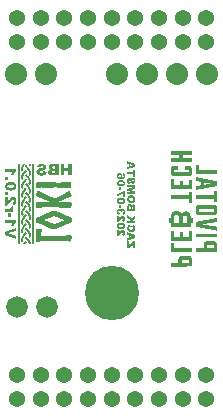
<source format=gbs>
G04*
G04 #@! TF.GenerationSoftware,Altium Limited,Altium Designer,23.0.1 (38)*
G04*
G04 Layer_Color=16711935*
%FSLAX24Y24*%
%MOIN*%
G70*
G04*
G04 #@! TF.SameCoordinates,212204B1-6FDB-4007-BCD0-930B6937FDD8*
G04*
G04*
G04 #@! TF.FilePolarity,Negative*
G04*
G01*
G75*
%ADD29C,0.0720*%
%ADD30C,0.0540*%
%ADD31C,0.0735*%
%ADD32C,0.1812*%
G36*
X6506Y9161D02*
X6509Y9159D01*
X6511Y9157D01*
X6511Y9040D01*
X6510Y9035D01*
X6509Y9034D01*
X6502Y9033D01*
X6500Y9033D01*
X6499Y9033D01*
X6222Y9033D01*
X6212Y9033D01*
X6211Y9032D01*
X6209Y9029D01*
X6208Y9027D01*
X6209Y8933D01*
X6208Y8924D01*
X6209Y8921D01*
X6212Y8919D01*
X6221Y8920D01*
X6222Y8919D01*
X6498Y8920D01*
X6507Y8919D01*
X6509Y8919D01*
X6510Y8918D01*
X6511Y8916D01*
X6511Y8914D01*
X6511Y8805D01*
X6511Y8797D01*
X6510Y8794D01*
X6509Y8793D01*
X5983Y8792D01*
X5813D01*
X5806Y8791D01*
X5804Y8792D01*
X5802Y8794D01*
X5801Y8913D01*
X5802Y8918D01*
X5803Y8919D01*
X5808Y8920D01*
X5810Y8919D01*
X6085Y8920D01*
X6095Y8919D01*
X6097Y8920D01*
X6099Y8922D01*
X6099Y9026D01*
X6098Y9031D01*
X6096Y9033D01*
X6090Y9033D01*
X5820Y9033D01*
X5805Y9033D01*
X5802Y9036D01*
X5801Y9154D01*
X5802Y9156D01*
X5803Y9159D01*
X5805Y9161D01*
X6506Y9161D01*
D02*
G37*
G36*
X6747Y8677D02*
X6750Y8676D01*
X6751Y8675D01*
X6753Y8672D01*
X6752Y8666D01*
X6753Y8664D01*
X6752Y8662D01*
X6753Y8584D01*
Y8583D01*
Y8525D01*
X6752Y8521D01*
X6753Y8518D01*
X6752Y8516D01*
X6753Y8511D01*
X6754Y8510D01*
X6756Y8509D01*
X6758Y8508D01*
X7335Y8508D01*
X7337Y8508D01*
X7345Y8508D01*
X7349Y8508D01*
X7353Y8506D01*
X7354Y8504D01*
X7354Y8497D01*
X7354Y8386D01*
X7354Y8383D01*
X7350Y8381D01*
X7347Y8380D01*
X6657Y8380D01*
X6652Y8380D01*
X6648Y8380D01*
X6645Y8381D01*
X6643Y8383D01*
X6643Y8386D01*
X6643Y8668D01*
X6643Y8669D01*
X6643Y8674D01*
X6646Y8676D01*
X6650Y8677D01*
X6740Y8677D01*
X6743Y8677D01*
X6747Y8677D01*
D02*
G37*
G36*
X6401Y8662D02*
X6404Y8661D01*
X6420Y8660D01*
X6429Y8659D01*
X6435Y8658D01*
X6438Y8657D01*
X6443Y8655D01*
X6446Y8654D01*
X6450Y8653D01*
X6454Y8651D01*
X6455Y8651D01*
X6458Y8649D01*
X6462Y8647D01*
X6466Y8646D01*
X6468Y8643D01*
X6473Y8641D01*
X6478Y8636D01*
X6479Y8635D01*
X6482Y8631D01*
X6483Y8630D01*
X6484Y8629D01*
X6485Y8629D01*
X6489Y8623D01*
X6489Y8622D01*
X6492Y8619D01*
X6494Y8616D01*
X6496Y8612D01*
X6499Y8607D01*
X6501Y8601D01*
X6505Y8593D01*
X6505Y8590D01*
X6506Y8581D01*
X6508Y8576D01*
X6509Y8573D01*
X6510Y8571D01*
X6509Y8560D01*
X6511Y8556D01*
X6511Y8427D01*
X6511Y8419D01*
X6510Y8416D01*
X6509Y8409D01*
X6510Y8407D01*
X6509Y8406D01*
X6507Y8397D01*
X6506Y8387D01*
X6505Y8385D01*
X6504Y8380D01*
X6502Y8376D01*
X6500Y8371D01*
X6499Y8367D01*
X6496Y8362D01*
X6495Y8361D01*
X6493Y8357D01*
X6491Y8354D01*
X6487Y8348D01*
X6486Y8347D01*
X6478Y8339D01*
X6476Y8338D01*
X6475Y8337D01*
X6474Y8336D01*
X6471Y8334D01*
X6464Y8330D01*
X6460Y8326D01*
X6454Y8324D01*
X6450Y8322D01*
X6447Y8320D01*
X6443Y8319D01*
X6438Y8319D01*
X6435Y8318D01*
X6432Y8317D01*
X6428Y8317D01*
X6425Y8316D01*
X6422Y8315D01*
X6406Y8314D01*
X6404Y8313D01*
X5949Y8313D01*
X5917D01*
X5909Y8314D01*
X5893Y8314D01*
X5890Y8315D01*
X5886Y8316D01*
X5883Y8317D01*
X5880Y8317D01*
X5878Y8318D01*
X5872Y8319D01*
X5867Y8320D01*
X5863Y8322D01*
X5861Y8323D01*
X5856Y8325D01*
X5850Y8328D01*
X5843Y8332D01*
X5841Y8332D01*
X5838Y8335D01*
X5835Y8337D01*
X5831Y8341D01*
X5831Y8342D01*
X5830Y8342D01*
X5828Y8344D01*
X5825Y8348D01*
X5825Y8349D01*
X5822Y8352D01*
X5818Y8358D01*
X5815Y8362D01*
X5814Y8365D01*
X5811Y8372D01*
X5808Y8376D01*
X5807Y8379D01*
X5807Y8383D01*
X5806Y8386D01*
X5805Y8391D01*
X5803Y8394D01*
X5803Y8397D01*
X5802Y8404D01*
X5801Y8405D01*
X5800Y8541D01*
X5800Y8543D01*
X5801Y8550D01*
X5801Y8570D01*
X5802Y8574D01*
X5803Y8578D01*
X5804Y8582D01*
X5805Y8584D01*
X5806Y8587D01*
X5806Y8590D01*
X5807Y8595D01*
X5808Y8597D01*
X5810Y8602D01*
X5812Y8604D01*
X5813Y8608D01*
X5814Y8612D01*
X5816Y8614D01*
X5817Y8616D01*
X5818Y8617D01*
X5819Y8618D01*
X5820Y8621D01*
X5825Y8626D01*
X5825Y8627D01*
X5830Y8631D01*
X5831Y8634D01*
X5832Y8634D01*
X5834Y8636D01*
X5836Y8637D01*
X5838Y8639D01*
X5841Y8642D01*
X5843Y8643D01*
X5846Y8646D01*
X5849Y8647D01*
X5853Y8648D01*
X5858Y8651D01*
X5863Y8653D01*
X5868Y8655D01*
X5871Y8656D01*
X5875Y8658D01*
X5877Y8658D01*
X5882Y8659D01*
X5884Y8660D01*
X5906Y8660D01*
X5908Y8661D01*
X5910Y8662D01*
X6036Y8662D01*
X6039Y8661D01*
X6041Y8658D01*
X6041Y8656D01*
X6041Y8549D01*
X6042Y8537D01*
X6041Y8534D01*
X6039Y8532D01*
X5916Y8532D01*
X5911Y8531D01*
X5910Y8530D01*
X5908Y8526D01*
X5907Y8524D01*
X5908Y8458D01*
X5907Y8450D01*
X5909Y8447D01*
X5912Y8445D01*
X5916Y8443D01*
X5918Y8442D01*
X6383Y8441D01*
X6385Y8442D01*
X6390Y8441D01*
X6396Y8442D01*
X6400Y8444D01*
X6403Y8448D01*
X6403Y8454D01*
X6403Y8455D01*
X6403Y8517D01*
X6403Y8527D01*
X6402Y8529D01*
X6401Y8530D01*
X6399Y8531D01*
X6397Y8532D01*
X6276Y8531D01*
X6271Y8532D01*
X6268Y8535D01*
X6268Y8650D01*
X6268Y8652D01*
X6268Y8657D01*
X6270Y8661D01*
X6273Y8663D01*
X6395Y8662D01*
X6397Y8663D01*
X6401Y8662D01*
D02*
G37*
G36*
X1144Y8713D02*
X1143Y8698D01*
X1142Y8689D01*
X1142Y8686D01*
Y8686D01*
X1141Y8678D01*
X1140Y8675D01*
X1139Y8672D01*
X1139Y8669D01*
X1137Y8663D01*
X1137Y8661D01*
X1135Y8656D01*
X1134Y8652D01*
X1131Y8642D01*
X1129Y8637D01*
X1128Y8634D01*
X1126Y8628D01*
X1121Y8619D01*
X1121Y8617D01*
X1119Y8616D01*
X1115Y8620D01*
X1113Y8622D01*
X1112Y8624D01*
X1113Y8625D01*
X1112Y8627D01*
X1110Y8628D01*
X1109Y8629D01*
X1104Y8635D01*
X1103Y8635D01*
X1102Y8636D01*
X1084Y8655D01*
X1083Y8655D01*
X1082Y8660D01*
X1081Y8661D01*
X1080Y8661D01*
X1079Y8663D01*
X1078Y8664D01*
X1077Y8664D01*
X1076Y8665D01*
X1075Y8667D01*
X1074Y8668D01*
X1073Y8668D01*
X1072Y8670D01*
X1070Y8672D01*
X1070Y8673D01*
X1071Y8677D01*
X1073Y8682D01*
X1073Y8685D01*
X1074Y8690D01*
X1075Y8693D01*
X1077Y8714D01*
X1144Y8713D01*
D02*
G37*
G36*
X956D02*
X955Y8711D01*
X954Y8709D01*
X953Y8708D01*
X952Y8706D01*
X951Y8705D01*
X950Y8704D01*
X949Y8702D01*
X925Y8668D01*
X924Y8667D01*
X921Y8662D01*
X920Y8661D01*
X917Y8656D01*
X916Y8654D01*
X914Y8650D01*
X912Y8648D01*
X911Y8645D01*
X909Y8641D01*
X908Y8638D01*
X907Y8637D01*
X905Y8634D01*
X903Y8627D01*
X900Y8621D01*
X899Y8617D01*
X898Y8614D01*
X896Y8606D01*
X895Y8600D01*
X893Y8593D01*
X893Y8589D01*
X892Y8580D01*
X892Y8558D01*
X892Y8556D01*
X893Y8544D01*
X894Y8542D01*
X895Y8536D01*
X896Y8531D01*
X896Y8529D01*
X900Y8518D01*
X901Y8517D01*
X901Y8515D01*
X899Y8513D01*
X898Y8511D01*
X897Y8510D01*
X896Y8510D01*
X895Y8508D01*
X890Y8503D01*
X889Y8503D01*
X888Y8502D01*
X887Y8500D01*
X886Y8500D01*
X885Y8499D01*
X884Y8497D01*
X883Y8497D01*
X882Y8495D01*
X880Y8494D01*
X879Y8493D01*
X878Y8492D01*
X877Y8490D01*
X876Y8490D01*
X875Y8488D01*
X873Y8487D01*
X872Y8486D01*
X872Y8485D01*
X871Y8485D01*
X870Y8484D01*
X869Y8483D01*
X869Y8482D01*
X867Y8480D01*
X866Y8480D01*
X865Y8479D01*
X863Y8477D01*
X862Y8476D01*
X861Y8474D01*
X859Y8473D01*
X858Y8471D01*
X855Y8469D01*
X855Y8466D01*
X855Y8465D01*
X854Y8464D01*
X852Y8463D01*
X850Y8462D01*
X849Y8463D01*
X848Y8467D01*
X847Y8468D01*
X846Y8472D01*
X843Y8478D01*
X841Y8482D01*
X839Y8486D01*
X838Y8491D01*
X836Y8496D01*
X833Y8507D01*
X832Y8511D01*
X830Y8515D01*
X830Y8517D01*
X829Y8523D01*
X827Y8530D01*
X827Y8535D01*
X826Y8541D01*
X825Y8550D01*
X825Y8565D01*
X824Y8572D01*
X825Y8574D01*
X826Y8597D01*
X826Y8599D01*
X828Y8611D01*
X828Y8613D01*
X829Y8615D01*
X830Y8621D01*
X831Y8624D01*
X833Y8630D01*
X833Y8633D01*
X834Y8636D01*
X835Y8640D01*
X836Y8643D01*
X839Y8652D01*
X842Y8658D01*
X849Y8673D01*
X854Y8682D01*
X858Y8690D01*
X861Y8695D01*
X864Y8699D01*
X867Y8704D01*
X872Y8711D01*
X873Y8714D01*
X956Y8713D01*
D02*
G37*
G36*
X980Y8694D02*
X980Y8693D01*
X985Y8688D01*
X985Y8687D01*
X988Y8685D01*
X989Y8684D01*
X990Y8683D01*
X996Y8677D01*
X996Y8675D01*
X1003Y8669D01*
X1003Y8668D01*
X1013Y8658D01*
X1014Y8656D01*
X1022Y8648D01*
X1023Y8647D01*
X1038Y8631D01*
X1039Y8630D01*
X1046Y8623D01*
X1046Y8622D01*
X1049Y8620D01*
X1049Y8619D01*
X1052Y8615D01*
X1060Y8608D01*
X1060Y8606D01*
X1065Y8602D01*
X1065Y8601D01*
X1069Y8597D01*
X1069Y8596D01*
X1071Y8594D01*
X1072Y8593D01*
X1076Y8589D01*
X1076Y8588D01*
X1078Y8586D01*
X1079Y8584D01*
X1081Y8583D01*
X1081Y8581D01*
X1085Y8578D01*
X1085Y8577D01*
X1089Y8573D01*
X1102Y8554D01*
X1104Y8550D01*
X1107Y8545D01*
X1108Y8544D01*
X1114Y8534D01*
X1126Y8510D01*
X1127Y8506D01*
X1129Y8502D01*
X1130Y8499D01*
X1132Y8494D01*
X1133Y8489D01*
X1134Y8486D01*
X1135Y8482D01*
X1136Y8479D01*
X1138Y8472D01*
X1139Y8466D01*
X1140Y8462D01*
X1141Y8456D01*
X1142Y8450D01*
X1143Y8441D01*
X1143Y8433D01*
X1144Y8412D01*
X1143Y8410D01*
X1142Y8392D01*
X1142Y8390D01*
X1141Y8382D01*
X1139Y8376D01*
X1138Y8368D01*
X1137Y8365D01*
X1135Y8359D01*
X1134Y8355D01*
X1132Y8349D01*
X1131Y8345D01*
X1126Y8334D01*
X1126Y8331D01*
X1121Y8322D01*
X1117Y8314D01*
X1115D01*
X1115Y8314D01*
X1112Y8315D01*
X1112Y8320D01*
X1109Y8322D01*
X1109Y8323D01*
X1107Y8324D01*
X1106Y8326D01*
X1105Y8327D01*
X1104Y8328D01*
X1102Y8329D01*
X1102Y8330D01*
X1100Y8331D01*
X1099Y8332D01*
X1099Y8333D01*
X1096Y8335D01*
X1095Y8340D01*
X1094Y8341D01*
X1083Y8352D01*
X1082Y8357D01*
X1081Y8357D01*
X1069Y8369D01*
X1069Y8372D01*
X1070Y8376D01*
X1071Y8380D01*
X1072Y8382D01*
X1073Y8389D01*
X1074Y8392D01*
X1075Y8396D01*
X1076Y8400D01*
X1076Y8428D01*
X1075Y8441D01*
X1074Y8450D01*
X1073Y8453D01*
X1072Y8459D01*
X1070Y8464D01*
X1069Y8469D01*
X1068Y8472D01*
X1064Y8482D01*
X1063Y8483D01*
X1061Y8487D01*
X1058Y8494D01*
X1050Y8508D01*
X1049Y8509D01*
X1046Y8514D01*
X1045Y8515D01*
X1042Y8520D01*
X1041Y8522D01*
X1040Y8523D01*
X1037Y8528D01*
X1032Y8534D01*
X1031Y8536D01*
X1030Y8537D01*
X1027Y8541D01*
X1026Y8542D01*
X1025Y8543D01*
X1022Y8546D01*
X1021Y8547D01*
X1019Y8550D01*
X1018Y8552D01*
X1015Y8555D01*
X1014Y8556D01*
X1009Y8561D01*
X1008Y8563D01*
X1002Y8569D01*
X1001Y8570D01*
X995Y8577D01*
X995Y8578D01*
X993Y8578D01*
X992Y8581D01*
X983Y8589D01*
X983Y8590D01*
X972Y8601D01*
X971Y8602D01*
X968Y8606D01*
X968Y8607D01*
X966Y8607D01*
X962Y8611D01*
X962Y8613D01*
X953Y8622D01*
X952Y8623D01*
X951Y8624D01*
X950Y8625D01*
X946Y8629D01*
X942Y8633D01*
X942Y8634D01*
X939Y8637D01*
X938Y8639D01*
X944Y8651D01*
X947Y8656D01*
X949Y8657D01*
X950Y8662D01*
X953Y8664D01*
X955Y8668D01*
X960Y8674D01*
X960Y8676D01*
X962Y8677D01*
X964Y8681D01*
X965Y8682D01*
X967Y8686D01*
X969Y8688D01*
X971Y8691D01*
X973Y8693D01*
X975Y8696D01*
X977Y8696D01*
X980Y8694D01*
D02*
G37*
G36*
X5908Y8208D02*
X5910Y8207D01*
X5911Y8017D01*
X5912Y8013D01*
X5914Y8012D01*
X6103Y8012D01*
X6105Y8011D01*
X6107Y8012D01*
X6110Y8013D01*
X6112Y8016D01*
X6113Y8022D01*
X6112Y8024D01*
X6112Y8154D01*
X6112Y8162D01*
X6113Y8166D01*
X6115Y8167D01*
X6122Y8168D01*
X6202Y8168D01*
X6216Y8168D01*
X6221Y8166D01*
X6222Y8163D01*
X6222Y8019D01*
X6223Y8014D01*
X6225Y8013D01*
X6395Y8012D01*
X6400Y8013D01*
X6401Y8015D01*
X6402Y8060D01*
Y8061D01*
Y8193D01*
X6403Y8198D01*
X6406Y8201D01*
X6413Y8200D01*
X6504Y8201D01*
X6509Y8199D01*
X6511Y8197D01*
X6511Y7889D01*
X6510Y7884D01*
X6508Y7883D01*
X5806Y7882D01*
X5803Y7883D01*
X5802Y7885D01*
X5801Y8202D01*
X5802Y8205D01*
X5803Y8208D01*
X5805Y8209D01*
X5896Y8208D01*
X5906Y8209D01*
X5908Y8208D01*
D02*
G37*
G36*
X974Y8533D02*
X977Y8530D01*
X978Y8529D01*
X979Y8528D01*
X987Y8520D01*
X988Y8520D01*
X990Y8514D01*
X991Y8513D01*
X992Y8513D01*
X992Y8511D01*
X993Y8510D01*
X995Y8510D01*
X996Y8507D01*
X999Y8506D01*
X999Y8504D01*
X1004Y8500D01*
X1005Y8499D01*
X1007Y8497D01*
X1008Y8496D01*
X1009Y8494D01*
X1008Y8492D01*
X1011Y8489D01*
X1012Y8489D01*
X1012Y8488D01*
X1015Y8486D01*
X1016Y8485D01*
Y8484D01*
X1015Y8482D01*
X1013Y8481D01*
X1012Y8479D01*
X1011Y8478D01*
X1002Y8469D01*
X1001Y8467D01*
X996Y8462D01*
X995Y8461D01*
X992Y8457D01*
X991Y8456D01*
X989Y8454D01*
X988Y8453D01*
X982Y8447D01*
X981Y8445D01*
X975Y8439D01*
X974Y8438D01*
X972Y8436D01*
X971Y8434D01*
X969Y8432D01*
X967Y8429D01*
X965Y8427D01*
X965Y8426D01*
X961Y8422D01*
X960Y8421D01*
X959Y8420D01*
X958Y8418D01*
X956Y8416D01*
X954Y8413D01*
X932Y8381D01*
X931Y8380D01*
X929Y8378D01*
X928Y8376D01*
X921Y8367D01*
X921Y8365D01*
X919Y8364D01*
X918Y8360D01*
X917Y8359D01*
X911Y8349D01*
X905Y8335D01*
X902Y8329D01*
X901Y8325D01*
X900Y8322D01*
X897Y8314D01*
X895Y8306D01*
X894Y8300D01*
X893Y8297D01*
X892Y8288D01*
X892Y8272D01*
X893Y8253D01*
X895Y8241D01*
X896Y8234D01*
X897Y8231D01*
X898Y8229D01*
X897Y8228D01*
X895Y8226D01*
X894Y8221D01*
X892Y8219D01*
X892Y8218D01*
X891Y8217D01*
X889Y8216D01*
X888Y8214D01*
X886Y8214D01*
X885Y8213D01*
X885Y8211D01*
X884Y8210D01*
X882Y8209D01*
X881Y8204D01*
X879Y8202D01*
X878Y8201D01*
X877Y8200D01*
X875Y8199D01*
X875Y8198D01*
X873Y8197D01*
X871Y8195D01*
X871Y8194D01*
X870Y8193D01*
X869Y8192D01*
X868Y8188D01*
X867Y8187D01*
X856Y8177D01*
X855Y8176D01*
X855Y8172D01*
X852Y8169D01*
X852Y8168D01*
X849Y8168D01*
X847Y8172D01*
X842Y8183D01*
X840Y8188D01*
X839Y8191D01*
X837Y8197D01*
X835Y8201D01*
X835Y8204D01*
X833Y8208D01*
X831Y8216D01*
X830Y8222D01*
X829Y8224D01*
X828Y8231D01*
X827Y8235D01*
X827Y8238D01*
X826Y8245D01*
X825Y8255D01*
X825Y8290D01*
X826Y8292D01*
X826Y8307D01*
X827Y8309D01*
X828Y8312D01*
X829Y8320D01*
X830Y8326D01*
X832Y8332D01*
X833Y8335D01*
X834Y8340D01*
X835Y8343D01*
X836Y8346D01*
X839Y8355D01*
X842Y8360D01*
X845Y8367D01*
X846Y8370D01*
X849Y8376D01*
X850Y8379D01*
X853Y8383D01*
X858Y8392D01*
X861Y8398D01*
X862Y8399D01*
X864Y8403D01*
X865Y8404D01*
X871Y8414D01*
X872Y8415D01*
X874Y8419D01*
X876Y8420D01*
X876Y8423D01*
X878Y8425D01*
X879Y8426D01*
X883Y8431D01*
X883Y8433D01*
X886Y8437D01*
X887Y8438D01*
X889Y8440D01*
X891Y8444D01*
X892Y8445D01*
X893Y8447D01*
X898Y8453D01*
X899Y8454D01*
X900Y8456D01*
X903Y8458D01*
X903Y8460D01*
X905Y8462D01*
X906Y8463D01*
X910Y8467D01*
X910Y8468D01*
X912Y8470D01*
X913Y8472D01*
X918Y8477D01*
X919Y8478D01*
X922Y8481D01*
X923Y8484D01*
X925Y8485D01*
X926Y8487D01*
X929Y8490D01*
X930Y8491D01*
X936Y8497D01*
X937Y8499D01*
X942Y8504D01*
X943Y8506D01*
X945Y8507D01*
X947Y8510D01*
X948Y8511D01*
X950Y8513D01*
X950Y8514D01*
X952Y8514D01*
X953Y8517D01*
X960Y8523D01*
X960Y8524D01*
X969Y8533D01*
X969Y8534D01*
X970Y8535D01*
X974Y8533D01*
D02*
G37*
G36*
X2486Y8121D02*
X2489Y8120D01*
X2491Y8116D01*
X2495Y8114D01*
X2497Y8112D01*
X2497Y7927D01*
X2496Y7926D01*
X2492Y7923D01*
X2490Y7920D01*
X2488Y7918D01*
X2485Y7917D01*
X2431Y7917D01*
X2429Y7917D01*
X2427Y7917D01*
X2424Y7918D01*
X2422Y7923D01*
X2421Y7924D01*
X2417Y7924D01*
X2409Y7924D01*
X2407Y7924D01*
X2394Y7924D01*
X2391Y7924D01*
X2390Y7925D01*
X2388Y7929D01*
X2386Y7931D01*
X2381Y7931D01*
X2377Y7930D01*
X2376Y7928D01*
X2375Y7927D01*
X2374Y7926D01*
X2372Y7924D01*
X2279Y7924D01*
X2265Y7924D01*
X2263Y7924D01*
X2262Y7925D01*
X2259Y7929D01*
X2258Y7930D01*
X2256Y7931D01*
X2032Y7931D01*
X2031Y7932D01*
X2029Y7935D01*
X2026Y7938D01*
X2015Y7937D01*
X2012Y7938D01*
X2010Y7939D01*
X2008Y7943D01*
X2006Y7944D01*
X2001Y7945D01*
X1998Y7944D01*
X1995Y7940D01*
X1995Y7939D01*
X1992Y7937D01*
X1917Y7938D01*
X1916Y7937D01*
X1914Y7933D01*
X1912Y7931D01*
X1524Y7931D01*
X1523Y7932D01*
X1521Y7935D01*
X1517Y7938D01*
X1516Y7938D01*
X1514Y7941D01*
X1514Y7942D01*
X1512Y7944D01*
X1508Y7945D01*
X1505Y7944D01*
X1499Y7945D01*
X1496Y7944D01*
X1494Y7940D01*
X1493Y7939D01*
X1489Y7937D01*
X1487Y7935D01*
X1487Y7933D01*
X1485Y7931D01*
X1463Y7931D01*
X1461Y7931D01*
X1456Y7931D01*
X1455Y7930D01*
X1453Y7926D01*
X1451Y7924D01*
X1445Y7924D01*
X1443Y7924D01*
X1427Y7924D01*
X1418Y7924D01*
X1415Y7923D01*
X1411Y7918D01*
X1408Y7917D01*
X1375Y7917D01*
X1372Y7913D01*
X1371Y7912D01*
X1370Y7911D01*
X1362Y7910D01*
X1360Y7911D01*
X1359Y7910D01*
X1337Y7911D01*
X1330Y7910D01*
X1327Y7911D01*
X1324Y7914D01*
X1324Y7915D01*
X1320Y7917D01*
X1319Y7918D01*
X1318Y7921D01*
X1318Y8034D01*
X1317Y8048D01*
X1318Y8050D01*
X1319Y8051D01*
X1323Y8054D01*
X1324Y8055D01*
X1325Y8057D01*
X1324Y8075D01*
X1325Y8078D01*
X1329Y8080D01*
X1331Y8082D01*
X1331Y8088D01*
X1331Y8093D01*
X1331Y8098D01*
X1332Y8099D01*
X1336Y8101D01*
X1338Y8103D01*
X1338Y8105D01*
X1342Y8107D01*
X1343Y8108D01*
X1345Y8111D01*
X1346Y8112D01*
X1348Y8114D01*
X1363Y8114D01*
X1443D01*
X1455Y8114D01*
X1457Y8114D01*
X1458Y8113D01*
X1461Y8109D01*
X1462Y8108D01*
X1464Y8107D01*
X1909Y8107D01*
X1913Y8106D01*
X1915Y8103D01*
X1917Y8101D01*
X1918Y8100D01*
X1921Y8099D01*
X1926Y8101D01*
X1927Y8103D01*
X1928Y8105D01*
X1930Y8107D01*
X1991Y8107D01*
X1994Y8106D01*
X1996Y8103D01*
X1998Y8101D01*
X2154Y8100D01*
X2157Y8101D01*
X2159Y8105D01*
X2160Y8107D01*
X2331Y8107D01*
X2334Y8107D01*
X2339Y8107D01*
X2340Y8108D01*
X2342Y8112D01*
X2345Y8114D01*
X2393Y8114D01*
X2394Y8115D01*
X2396Y8119D01*
X2398Y8120D01*
X2484Y8121D01*
X2486Y8121D01*
D02*
G37*
G36*
X993Y8382D02*
X998Y8378D01*
X999Y8376D01*
X1003Y8372D01*
X1004Y8371D01*
X1005Y8370D01*
X1006Y8369D01*
X1007Y8367D01*
X1015Y8359D01*
X1016Y8358D01*
X1025Y8349D01*
X1026Y8347D01*
X1028Y8346D01*
X1032Y8342D01*
X1033Y8340D01*
X1040Y8333D01*
X1040Y8332D01*
X1049Y8324D01*
X1049Y8322D01*
X1056Y8316D01*
X1056Y8315D01*
X1057Y8314D01*
X1058Y8313D01*
X1059Y8312D01*
X1060Y8310D01*
X1061Y8309D01*
X1065Y8305D01*
X1066Y8304D01*
X1067Y8302D01*
X1068Y8302D01*
X1069Y8301D01*
X1070Y8299D01*
X1071Y8298D01*
X1074Y8294D01*
X1076Y8292D01*
X1077Y8291D01*
X1078Y8290D01*
X1079Y8289D01*
X1081Y8285D01*
X1083Y8284D01*
X1083Y8283D01*
X1085Y8281D01*
X1086Y8279D01*
X1088Y8277D01*
X1090Y8274D01*
X1092Y8272D01*
X1094Y8268D01*
X1098Y8263D01*
X1107Y8249D01*
X1108Y8248D01*
X1113Y8239D01*
X1115Y8238D01*
X1116Y8234D01*
X1119Y8229D01*
X1123Y8219D01*
X1126Y8213D01*
X1126Y8210D01*
X1128Y8209D01*
X1128Y8206D01*
X1132Y8197D01*
X1133Y8194D01*
X1134Y8190D01*
X1135Y8187D01*
X1136Y8184D01*
X1137Y8181D01*
X1138Y8177D01*
X1139Y8173D01*
X1140Y8165D01*
X1141Y8161D01*
X1142Y8151D01*
X1143Y8133D01*
X1144Y8115D01*
X1143Y8112D01*
X1142Y8096D01*
X1142Y8094D01*
X1141Y8086D01*
X1140Y8084D01*
X1140Y8081D01*
X1138Y8073D01*
X1136Y8066D01*
X1135Y8063D01*
X1134Y8059D01*
X1133Y8056D01*
X1132Y8052D01*
X1130Y8047D01*
X1129Y8043D01*
X1128Y8041D01*
X1125Y8033D01*
X1122Y8027D01*
X1116Y8015D01*
X1113Y8010D01*
X1111Y8010D01*
X1109Y8012D01*
X1110Y8015D01*
X1104Y8021D01*
X1103Y8021D01*
X1102Y8023D01*
X1101Y8024D01*
X1100Y8025D01*
X1098Y8027D01*
X1096Y8028D01*
X1096Y8029D01*
X1094Y8031D01*
X1093Y8031D01*
X1092Y8033D01*
X1091Y8034D01*
X1090Y8035D01*
X1089Y8040D01*
X1088Y8041D01*
X1086Y8041D01*
X1085Y8043D01*
X1084Y8044D01*
X1082Y8046D01*
X1081Y8047D01*
X1079Y8049D01*
X1078Y8050D01*
X1076Y8052D01*
X1075Y8054D01*
X1073Y8054D01*
X1071Y8057D01*
X1069Y8058D01*
X1069Y8060D01*
X1068Y8061D01*
X1066Y8061D01*
X1066Y8069D01*
X1069Y8076D01*
X1070Y8081D01*
X1071Y8083D01*
X1072Y8087D01*
X1073Y8093D01*
X1074Y8096D01*
X1075Y8100D01*
X1076Y8118D01*
X1076Y8145D01*
X1075Y8147D01*
X1074Y8151D01*
X1074Y8153D01*
X1073Y8159D01*
X1072Y8164D01*
X1070Y8167D01*
X1069Y8172D01*
X1068Y8175D01*
X1066Y8181D01*
X1065Y8183D01*
X1053Y8206D01*
X1051Y8211D01*
X1047Y8216D01*
X1044Y8221D01*
X1043Y8222D01*
X1041Y8226D01*
X1040Y8227D01*
X1037Y8232D01*
X1035Y8234D01*
X1034Y8235D01*
X1033Y8237D01*
X1033Y8237D01*
X1029Y8241D01*
X1028Y8242D01*
X1028Y8243D01*
X1026Y8244D01*
X1026Y8246D01*
X1023Y8249D01*
X1022Y8250D01*
X1019Y8253D01*
X1019Y8254D01*
X1016Y8257D01*
X1015Y8258D01*
X1012Y8261D01*
X1012Y8263D01*
X1003Y8272D01*
X1002Y8273D01*
X1001Y8274D01*
X1000Y8274D01*
X999Y8276D01*
X998Y8277D01*
X997Y8278D01*
X996Y8279D01*
X995Y8281D01*
X990Y8286D01*
X989Y8288D01*
X983Y8294D01*
X982Y8295D01*
X980Y8297D01*
X979Y8297D01*
X978Y8299D01*
X968Y8309D01*
X968Y8310D01*
X966Y8311D01*
X965Y8313D01*
X963Y8314D01*
X962Y8315D01*
X955Y8322D01*
X955Y8324D01*
X953Y8325D01*
X952Y8328D01*
X953Y8330D01*
X954Y8330D01*
X958Y8334D01*
X959Y8334D01*
X960Y8340D01*
X962Y8341D01*
X963Y8342D01*
X964Y8343D01*
X966Y8344D01*
X967Y8349D01*
X969Y8351D01*
X970Y8353D01*
X972Y8354D01*
X973Y8355D01*
X974Y8360D01*
X976Y8362D01*
X977Y8363D01*
X978Y8364D01*
X979Y8365D01*
X980Y8370D01*
X982Y8371D01*
X986Y8375D01*
X987Y8379D01*
X990Y8382D01*
X990Y8383D01*
X993Y8382D01*
D02*
G37*
G36*
X972Y8238D02*
X976Y8235D01*
X985Y8225D01*
X986Y8221D01*
X987Y8220D01*
X991Y8216D01*
X992Y8216D01*
X994Y8213D01*
X995Y8213D01*
X996Y8211D01*
X997Y8209D01*
X999Y8209D01*
X999Y8204D01*
X1000Y8203D01*
X1002Y8202D01*
X1003Y8200D01*
X1005Y8199D01*
X1005Y8198D01*
X1007Y8196D01*
X1008Y8196D01*
X1009Y8194D01*
X1010Y8193D01*
X1011Y8193D01*
X1012Y8188D01*
X1013Y8186D01*
X1015Y8186D01*
X1014Y8184D01*
X1012Y8183D01*
X1011Y8181D01*
X999Y8169D01*
X998Y8167D01*
X997Y8166D01*
X996Y8166D01*
X995Y8165D01*
X992Y8161D01*
X991Y8160D01*
X989Y8158D01*
X988Y8157D01*
X983Y8152D01*
X983Y8151D01*
X981Y8149D01*
X980Y8148D01*
X979Y8147D01*
X978Y8146D01*
X976Y8143D01*
X975Y8142D01*
X969Y8136D01*
X968Y8134D01*
X967Y8133D01*
X965Y8131D01*
X965Y8130D01*
X962Y8128D01*
X962Y8126D01*
X960Y8124D01*
X958Y8121D01*
X956Y8119D01*
X954Y8116D01*
X953Y8115D01*
X951Y8111D01*
X949Y8110D01*
X947Y8106D01*
X946Y8105D01*
X945Y8103D01*
X944Y8102D01*
X943Y8101D01*
X933Y8087D01*
X929Y8082D01*
X928Y8081D01*
X926Y8077D01*
X925Y8076D01*
X924Y8074D01*
X923Y8073D01*
X914Y8058D01*
X912Y8054D01*
X911Y8051D01*
X909Y8049D01*
X908Y8045D01*
X907Y8044D01*
X904Y8037D01*
X902Y8033D01*
X900Y8028D01*
X896Y8013D01*
X895Y8008D01*
X894Y8004D01*
X893Y8001D01*
X893Y7998D01*
X892Y7986D01*
X892Y7965D01*
X892Y7963D01*
X893Y7953D01*
X894Y7951D01*
X894Y7944D01*
X896Y7940D01*
X896Y7936D01*
X898Y7933D01*
X899Y7929D01*
X900Y7926D01*
X901Y7923D01*
X901Y7921D01*
X899Y7919D01*
X898Y7915D01*
X893Y7910D01*
X892Y7910D01*
X892Y7908D01*
X890Y7907D01*
X889Y7906D01*
X888Y7905D01*
X885Y7902D01*
X885Y7902D01*
X873Y7890D01*
X872Y7890D01*
X871Y7885D01*
X870Y7884D01*
X869Y7883D01*
X868Y7881D01*
X866Y7880D01*
X864Y7878D01*
X863Y7877D01*
X862Y7876D01*
X862Y7875D01*
X860Y7873D01*
X859Y7873D01*
X858Y7871D01*
X854Y7867D01*
X852Y7868D01*
X851Y7869D01*
X849Y7873D01*
X846Y7878D01*
X845Y7882D01*
X842Y7887D01*
X842Y7890D01*
X840Y7891D01*
X839Y7896D01*
X836Y7903D01*
X835Y7907D01*
X833Y7911D01*
X833Y7914D01*
X832Y7918D01*
X831Y7920D01*
X829Y7928D01*
X828Y7935D01*
X827Y7938D01*
X826Y7947D01*
X826Y7950D01*
X825Y7970D01*
X824Y7981D01*
X825Y7983D01*
X826Y8003D01*
X826Y8006D01*
X827Y8014D01*
X828Y8016D01*
X828Y8019D01*
X829Y8026D01*
X830Y8029D01*
X831Y8033D01*
X832Y8036D01*
X833Y8039D01*
X835Y8045D01*
X836Y8049D01*
X837Y8052D01*
X839Y8056D01*
X839Y8059D01*
X842Y8065D01*
X844Y8070D01*
X845Y8071D01*
X847Y8076D01*
X851Y8083D01*
X858Y8096D01*
X859Y8097D01*
X861Y8102D01*
X862Y8103D01*
X865Y8108D01*
X875Y8123D01*
X879Y8130D01*
X881Y8133D01*
X886Y8140D01*
X887Y8142D01*
X889Y8144D01*
X891Y8147D01*
X892Y8149D01*
X894Y8152D01*
X896Y8153D01*
X896Y8155D01*
X899Y8158D01*
X900Y8159D01*
X902Y8161D01*
X903Y8163D01*
X906Y8166D01*
X908Y8169D01*
X909Y8170D01*
X912Y8174D01*
X913Y8175D01*
X916Y8178D01*
X917Y8179D01*
X919Y8182D01*
X920Y8183D01*
X926Y8189D01*
X926Y8190D01*
X928Y8192D01*
X928Y8193D01*
X933Y8198D01*
X934Y8199D01*
X939Y8205D01*
X940Y8206D01*
X949Y8215D01*
X949Y8216D01*
X950Y8217D01*
X951Y8217D01*
X952Y8219D01*
X956Y8223D01*
X957Y8224D01*
X963Y8231D01*
X964Y8232D01*
X966Y8234D01*
X968Y8236D01*
X970Y8239D01*
X972Y8238D01*
D02*
G37*
G36*
X6652Y8280D02*
X6658Y8278D01*
X6660Y8278D01*
X6673Y8276D01*
X6679Y8275D01*
X6688Y8272D01*
X6691Y8272D01*
X6694Y8271D01*
X6702Y8270D01*
X6711Y8269D01*
X6716Y8268D01*
X6720Y8266D01*
X6725Y8265D01*
X6730Y8265D01*
X6736Y8264D01*
X6738Y8263D01*
X6747Y8262D01*
X6753Y8260D01*
X6755Y8260D01*
X6762Y8259D01*
X6771Y8258D01*
X6778Y8256D01*
X6784Y8255D01*
X6787Y8253D01*
X6790Y8253D01*
X6795Y8252D01*
X6803Y8252D01*
X6807Y8251D01*
X6810Y8250D01*
X6815Y8248D01*
X6817Y8248D01*
X6820Y8247D01*
X6824Y8247D01*
X6832Y8246D01*
X6836Y8245D01*
X6839Y8245D01*
X6843Y8244D01*
X6848Y8242D01*
X6851Y8241D01*
X6854Y8241D01*
X6862Y8240D01*
X6866Y8239D01*
X6874Y8238D01*
X6879Y8236D01*
X6884Y8235D01*
X6888Y8235D01*
X6891Y8234D01*
X6900Y8233D01*
X6905Y8232D01*
X6913Y8230D01*
X6916Y8228D01*
X6932Y8227D01*
X6935Y8227D01*
X6939Y8225D01*
X6942Y8224D01*
X6944Y8223D01*
X6951Y8223D01*
X6953Y8222D01*
X6959Y8222D01*
X6964Y8221D01*
X6971Y8219D01*
X6975Y8218D01*
X6983Y8217D01*
X6986Y8216D01*
X6994Y8215D01*
X6996Y8215D01*
X7001Y8214D01*
X7006Y8212D01*
X7011Y8211D01*
X7021Y8209D01*
X7029Y8209D01*
X7033Y8208D01*
X7037Y8207D01*
X7041Y8205D01*
X7047Y8204D01*
X7053Y8203D01*
X7059Y8203D01*
X7063Y8202D01*
X7066Y8202D01*
X7072Y8199D01*
X7085Y8197D01*
X7093Y8196D01*
X7098Y8195D01*
X7102Y8194D01*
X7104Y8193D01*
X7111Y8192D01*
X7113Y8192D01*
X7120Y8191D01*
X7122Y8191D01*
X7127Y8190D01*
X7129Y8189D01*
X7134Y8189D01*
X7141Y8186D01*
X7147Y8185D01*
X7151Y8185D01*
X7158Y8184D01*
X7163Y8183D01*
X7167Y8182D01*
X7171Y8181D01*
X7181Y8179D01*
X7190Y8178D01*
X7192Y8178D01*
X7195Y8176D01*
X7202Y8175D01*
X7207Y8174D01*
X7210Y8173D01*
X7218Y8172D01*
X7221Y8172D01*
X7226Y8171D01*
X7229Y8170D01*
X7233Y8169D01*
X7238Y8168D01*
X7242Y8167D01*
X7252Y8166D01*
X7254Y8165D01*
X7260Y8165D01*
X7267Y8162D01*
X7270Y8162D01*
X7278Y8161D01*
X7287Y8159D01*
X7289Y8159D01*
X7294Y8158D01*
X7297Y8157D01*
X7300Y8156D01*
X7311Y8154D01*
X7318Y8154D01*
X7323Y8153D01*
X7328Y8151D01*
X7331Y8150D01*
X7334Y8150D01*
X7342Y8149D01*
X7346Y8148D01*
X7351Y8147D01*
X7353Y8145D01*
X7354Y8143D01*
X7354Y8141D01*
X7354Y7992D01*
X7354Y7983D01*
X7354Y7981D01*
X7352Y7980D01*
X7350Y7979D01*
X7342Y7977D01*
X7336Y7976D01*
X7327Y7974D01*
X7322Y7973D01*
X7306Y7971D01*
X7300Y7970D01*
X7297Y7969D01*
X7295Y7968D01*
X7290Y7967D01*
X7279Y7966D01*
X7277Y7966D01*
X7272Y7965D01*
X7270Y7964D01*
X7265Y7964D01*
X7260Y7962D01*
X7256Y7961D01*
X7254Y7961D01*
X7246Y7960D01*
X7239Y7959D01*
X7232Y7958D01*
X7229Y7957D01*
X7221Y7955D01*
X7217Y7955D01*
X7208Y7954D01*
X7204Y7953D01*
X7199Y7952D01*
X7194Y7951D01*
X7192Y7950D01*
X7186Y7949D01*
X7184Y7949D01*
X7175Y7948D01*
X7172Y7947D01*
X7164Y7946D01*
X7161Y7945D01*
X7156Y7944D01*
X7153Y7943D01*
X7150Y7942D01*
X7140Y7942D01*
X7135Y7941D01*
X7132Y7940D01*
X7129Y7939D01*
X7126Y7938D01*
X7121Y7938D01*
X7113Y7936D01*
X7108Y7936D01*
X7099Y7935D01*
X7097Y7934D01*
X7091Y7932D01*
X7088Y7932D01*
X7086Y7931D01*
X7078Y7930D01*
X7073Y7930D01*
X7066Y7928D01*
X7061Y7928D01*
X7056Y7926D01*
X7053Y7926D01*
X7046Y7924D01*
X7041Y7924D01*
X7034Y7923D01*
X7030Y7922D01*
X7025Y7920D01*
X7010Y7918D01*
X7003Y7917D01*
X6996Y7916D01*
X6993Y7916D01*
X6990Y7915D01*
X6984Y7913D01*
X6979Y7912D01*
X6971Y7912D01*
X6967Y7911D01*
X6962Y7910D01*
X6952Y7908D01*
X6950Y7907D01*
X6946Y7907D01*
X6936Y7905D01*
X6929Y7905D01*
X6926Y7904D01*
X6919Y7901D01*
X6915Y7901D01*
X6910Y7900D01*
X6905Y7900D01*
X6900Y7899D01*
X6896Y7898D01*
X6890Y7897D01*
X6888Y7897D01*
X6883Y7895D01*
X6880Y7894D01*
X6874Y7894D01*
X6868Y7893D01*
X6863Y7893D01*
X6860Y7892D01*
X6857Y7891D01*
X6849Y7890D01*
X6844Y7888D01*
X6842Y7888D01*
X6833Y7887D01*
X6830Y7887D01*
X6826Y7886D01*
X6821Y7885D01*
X6815Y7883D01*
X6808Y7882D01*
X6807D01*
X6802Y7882D01*
X6799Y7881D01*
X6795Y7880D01*
X6792Y7880D01*
X6786Y7879D01*
X6778Y7876D01*
X6776Y7876D01*
X6764Y7875D01*
X6762Y7875D01*
X6757Y7874D01*
X6752Y7873D01*
X6746Y7871D01*
X6740Y7870D01*
X6738Y7869D01*
X6730Y7869D01*
X6722Y7868D01*
X6719Y7867D01*
X6716Y7866D01*
X6711Y7865D01*
X6708Y7864D01*
X6704Y7863D01*
X6696Y7863D01*
X6693Y7862D01*
X6687Y7861D01*
X6684Y7861D01*
X6681Y7860D01*
X6678Y7859D01*
X6674Y7858D01*
X6672Y7857D01*
X6659Y7857D01*
X6654Y7856D01*
X6650Y7854D01*
X6645Y7855D01*
X6643Y7858D01*
X6643Y7861D01*
X6643Y7964D01*
X6643Y7974D01*
X6643Y7976D01*
X6645Y7981D01*
X6646Y7982D01*
X6647Y7982D01*
X6648Y7983D01*
X6660Y7984D01*
X6673Y7986D01*
X6679Y7988D01*
X6691Y7989D01*
X6698Y7991D01*
X6707Y7991D01*
X6712Y7992D01*
X6717Y7993D01*
X6723Y7995D01*
X6726Y7995D01*
X6729Y7996D01*
X6732Y7996D01*
X6743Y7997D01*
X6746Y7998D01*
X6752Y7999D01*
X6756Y7999D01*
X6760Y8000D01*
X6763Y8001D01*
X6767Y8002D01*
X6776Y8003D01*
X6785Y8004D01*
X6788Y8004D01*
X6792Y8005D01*
X6797Y8007D01*
X6798Y8008D01*
X6799Y8008D01*
X6801Y8011D01*
X6801Y8013D01*
X6801Y8111D01*
X6801Y8119D01*
X6801Y8122D01*
X6800Y8123D01*
X6796Y8125D01*
X6794Y8126D01*
X6786Y8127D01*
X6783Y8127D01*
X6779Y8129D01*
X6777Y8129D01*
X6763Y8131D01*
X6759Y8131D01*
X6754Y8133D01*
X6744Y8134D01*
X6740Y8135D01*
X6738Y8136D01*
X6727Y8137D01*
X6725Y8137D01*
X6720Y8138D01*
X6718Y8139D01*
X6714Y8140D01*
X6707Y8141D01*
X6703Y8142D01*
X6701Y8142D01*
X6690Y8143D01*
X6686Y8144D01*
X6679Y8146D01*
X6671Y8147D01*
X6664Y8148D01*
X6654Y8149D01*
X6650Y8150D01*
X6647Y8151D01*
X6646Y8152D01*
X6643Y8156D01*
X6643Y8158D01*
X6643Y8276D01*
X6644Y8279D01*
X6646Y8280D01*
X6650Y8281D01*
X6652Y8280D01*
D02*
G37*
G36*
X1410Y7829D02*
X1413Y7825D01*
X1416Y7822D01*
X1418Y7821D01*
X1419Y7819D01*
X1420Y7818D01*
X1421Y7816D01*
X1428Y7816D01*
X1431Y7815D01*
X1434Y7810D01*
X1435Y7809D01*
X1439Y7808D01*
X1441Y7809D01*
X1444Y7808D01*
X1446Y7805D01*
X1448Y7803D01*
X1451Y7802D01*
X1464Y7802D01*
X1467Y7798D01*
X1468Y7797D01*
X1469Y7795D01*
X1478Y7795D01*
X1480Y7791D01*
X1484Y7788D01*
X1489Y7789D01*
X1492Y7788D01*
X1493Y7786D01*
X1494Y7785D01*
X1496Y7782D01*
X1498Y7782D01*
X1499Y7780D01*
X1502Y7776D01*
X1503Y7775D01*
X1507Y7775D01*
X1509Y7775D01*
X1512Y7774D01*
X1514Y7771D01*
X1516Y7769D01*
X1519Y7768D01*
X1532Y7768D01*
X1535Y7764D01*
X1535Y7763D01*
X1537Y7762D01*
X1539Y7761D01*
X1540Y7760D01*
X1542Y7757D01*
X1543Y7756D01*
X1545Y7754D01*
X1550Y7755D01*
X1553Y7754D01*
X1555Y7750D01*
X1557Y7748D01*
X1564Y7748D01*
X1567Y7747D01*
X1569Y7742D01*
X1570Y7741D01*
X1574Y7741D01*
X1577Y7741D01*
X1580Y7741D01*
X1582Y7738D01*
X1583Y7736D01*
X1587Y7733D01*
X1589Y7730D01*
X1591Y7728D01*
X1600Y7727D01*
X1603Y7722D01*
X1606Y7720D01*
X1611Y7721D01*
X1614Y7720D01*
X1615Y7719D01*
X1617Y7716D01*
X1618Y7714D01*
X1627Y7713D01*
X1629Y7710D01*
X1632Y7707D01*
X1635Y7707D01*
X1638Y7707D01*
X1641Y7707D01*
X1644Y7702D01*
X1645Y7701D01*
X1654Y7700D01*
X1655Y7699D01*
X1657Y7696D01*
X1659Y7694D01*
X1668Y7693D01*
X1671Y7688D01*
X1674Y7687D01*
X1681Y7687D01*
X1682Y7685D01*
X1684Y7682D01*
X1689Y7679D01*
X1694Y7680D01*
X1697Y7681D01*
X1702Y7679D01*
X1705Y7675D01*
X1706Y7674D01*
X1710Y7673D01*
X1712Y7674D01*
X1716Y7673D01*
X1718Y7669D01*
X1719Y7667D01*
X1727Y7667D01*
X1729Y7666D01*
X1731Y7663D01*
X1734Y7660D01*
X1736Y7659D01*
X1746Y7660D01*
X1749Y7659D01*
X1752Y7656D01*
X1753Y7654D01*
X1756Y7653D01*
X1760Y7653D01*
X1763Y7652D01*
X1766Y7648D01*
X1767Y7647D01*
X1776Y7646D01*
X1777Y7645D01*
X1779Y7641D01*
X1781Y7640D01*
X1784Y7639D01*
X1787Y7640D01*
X1790Y7639D01*
X1792Y7637D01*
X1793Y7635D01*
X1794Y7633D01*
X1797Y7632D01*
X1808Y7633D01*
X1811Y7632D01*
X1812Y7629D01*
X1813Y7628D01*
X1815Y7626D01*
X1822Y7626D01*
X1825Y7625D01*
X1826Y7621D01*
X1828Y7620D01*
X1830Y7619D01*
X1835Y7619D01*
X1838Y7618D01*
X1840Y7615D01*
X1842Y7613D01*
X1843Y7612D01*
X1845Y7611D01*
X1850Y7612D01*
X1852Y7613D01*
X1857Y7612D01*
X1858Y7611D01*
X1860Y7608D01*
X1862Y7606D01*
X1866Y7605D01*
X1868Y7606D01*
X1872Y7605D01*
X1874Y7601D01*
X1876Y7599D01*
X1878Y7598D01*
X1891Y7599D01*
X1892Y7598D01*
X1894Y7594D01*
X1896Y7592D01*
X1905Y7592D01*
X1909Y7586D01*
X1911Y7585D01*
X1918Y7585D01*
X1920Y7584D01*
X1922Y7580D01*
X1923Y7579D01*
X1932Y7578D01*
X1935Y7574D01*
X1937Y7572D01*
X1940Y7571D01*
X1943Y7572D01*
X1946Y7571D01*
X1949Y7566D01*
X1950Y7565D01*
X1954Y7565D01*
X1956Y7570D01*
X1959Y7572D01*
X1965Y7571D01*
X1968Y7574D01*
X1968Y7575D01*
X1971Y7578D01*
X1972Y7578D01*
X1974Y7580D01*
X1976Y7584D01*
X1977Y7585D01*
X1981Y7585D01*
X1984Y7585D01*
X1987Y7586D01*
X1989Y7589D01*
X1991Y7591D01*
X1998Y7592D01*
X2001Y7592D01*
X2003Y7597D01*
X2004Y7598D01*
X2013Y7599D01*
X2014Y7600D01*
X2016Y7603D01*
X2017Y7604D01*
X2020Y7605D01*
X2025Y7605D01*
X2028Y7606D01*
X2030Y7610D01*
X2032Y7611D01*
X2039Y7612D01*
X2042Y7613D01*
X2044Y7617D01*
X2045Y7618D01*
X2049Y7619D01*
X2051Y7618D01*
X2055Y7620D01*
X2057Y7623D01*
X2058Y7625D01*
X2066Y7626D01*
X2068Y7626D01*
X2072Y7632D01*
X2081Y7633D01*
X2084Y7637D01*
X2085Y7638D01*
X2087Y7639D01*
X2088Y7640D01*
X2091Y7643D01*
X2091Y7644D01*
X2096Y7647D01*
X2101Y7646D01*
X2103Y7645D01*
X2108Y7646D01*
X2110Y7649D01*
X2111Y7650D01*
X2114Y7652D01*
X2115Y7653D01*
X2116Y7655D01*
X2119Y7659D01*
X2128Y7659D01*
X2129Y7661D01*
X2132Y7664D01*
X2134Y7666D01*
X2143Y7667D01*
X2146Y7672D01*
X2149Y7674D01*
X2160Y7673D01*
X2163Y7674D01*
X2165Y7676D01*
X2165Y7677D01*
X2167Y7679D01*
X2169Y7680D01*
X2171Y7681D01*
X2176Y7680D01*
X2178Y7679D01*
X2183Y7680D01*
X2185Y7683D01*
X2186Y7685D01*
X2189Y7687D01*
X2191Y7688D01*
X2192Y7690D01*
X2193Y7692D01*
X2194Y7693D01*
X2201Y7693D01*
X2204Y7694D01*
X2206Y7697D01*
X2208Y7700D01*
X2210Y7700D01*
X2212Y7703D01*
X2213Y7704D01*
X2214Y7705D01*
X2216Y7707D01*
X2221Y7707D01*
X2224Y7707D01*
X2225Y7709D01*
X2227Y7712D01*
X2228Y7713D01*
X2238Y7714D01*
X2240Y7718D01*
X2241Y7719D01*
X2242Y7720D01*
X2242Y7720D01*
X2245Y7721D01*
X2248Y7720D01*
X2251Y7721D01*
X2252Y7723D01*
X2253Y7724D01*
X2256Y7727D01*
X2257Y7727D01*
X2259Y7729D01*
X2261Y7733D01*
X2262Y7734D01*
X2271Y7734D01*
X2274Y7738D01*
X2274Y7739D01*
X2278Y7742D01*
X2281Y7745D01*
X2282Y7747D01*
X2289Y7748D01*
X2292Y7748D01*
X2295Y7753D01*
X2296Y7754D01*
X2299Y7755D01*
X2302Y7754D01*
X2305Y7755D01*
X2308Y7759D01*
X2309Y7760D01*
X2311Y7761D01*
X2312Y7762D01*
X2315Y7765D01*
X2315Y7766D01*
X2317Y7768D01*
X2326Y7769D01*
X2328Y7772D01*
X2329Y7773D01*
X2331Y7775D01*
X2338Y7775D01*
X2341Y7777D01*
X2341Y7778D01*
X2344Y7781D01*
X2345Y7782D01*
X2347Y7783D01*
X2349Y7787D01*
X2350Y7788D01*
X2354Y7789D01*
X2357Y7788D01*
X2360Y7789D01*
X2362Y7793D01*
X2364Y7794D01*
X2371Y7795D01*
X2373Y7796D01*
X2376Y7800D01*
X2377Y7801D01*
X2386Y7802D01*
X2387Y7803D01*
X2389Y7807D01*
X2390Y7808D01*
X2393Y7809D01*
X2397Y7808D01*
X2401Y7810D01*
X2403Y7813D01*
X2405Y7815D01*
X2423Y7816D01*
X2425Y7816D01*
X2428Y7815D01*
X2429Y7813D01*
X2430Y7812D01*
X2431Y7810D01*
X2435Y7808D01*
X2437Y7805D01*
X2436Y7800D01*
X2437Y7798D01*
X2440Y7795D01*
X2441Y7794D01*
X2444Y7790D01*
X2446Y7789D01*
X2447Y7788D01*
X2448Y7787D01*
X2449Y7786D01*
X2451Y7783D01*
X2453Y7782D01*
X2454Y7781D01*
X2455Y7780D01*
X2458Y7777D01*
X2461Y7775D01*
X2463Y7772D01*
X2464Y7763D01*
X2469Y7760D01*
X2471Y7757D01*
X2470Y7753D01*
X2471Y7750D01*
X2472Y7749D01*
X2475Y7747D01*
X2476Y7746D01*
X2477Y7737D01*
X2480Y7734D01*
X2482Y7734D01*
X2484Y7730D01*
X2483Y7719D01*
X2484Y7716D01*
X2488Y7714D01*
X2490Y7712D01*
X2490Y7705D01*
X2491Y7702D01*
X2494Y7700D01*
X2497Y7698D01*
X2497Y7693D01*
X2497Y7686D01*
X2498Y7682D01*
X2501Y7680D01*
X2504Y7676D01*
X2504Y7671D01*
X2504Y7668D01*
X2507Y7667D01*
X2508Y7666D01*
X2511Y7663D01*
X2512Y7661D01*
X2511Y7656D01*
X2510Y7655D01*
X2506Y7652D01*
X2504Y7649D01*
X2504Y7645D01*
X2504Y7641D01*
X2502Y7640D01*
X2499Y7639D01*
X2496Y7640D01*
X2492Y7639D01*
X2490Y7635D01*
X2489Y7633D01*
X2482Y7633D01*
X2479Y7632D01*
X2476Y7627D01*
X2473Y7626D01*
X2462Y7626D01*
X2458Y7625D01*
X2455Y7620D01*
X2453Y7619D01*
X2448Y7619D01*
X2446Y7618D01*
X2444Y7617D01*
X2442Y7614D01*
X2441Y7612D01*
X2432Y7612D01*
X2430Y7608D01*
X2427Y7606D01*
X2424Y7605D01*
X2421Y7606D01*
X2418Y7605D01*
X2415Y7601D01*
X2415Y7600D01*
X2412Y7598D01*
X2400Y7599D01*
X2397Y7598D01*
X2396Y7595D01*
X2393Y7592D01*
X2366Y7592D01*
X2363Y7593D01*
X2361Y7596D01*
X2359Y7598D01*
X2358Y7599D01*
X2355Y7599D01*
X2350Y7598D01*
X2347Y7592D01*
X2339Y7592D01*
X2336Y7591D01*
X2335Y7588D01*
X2332Y7585D01*
X2330Y7585D01*
X2329Y7583D01*
X2328Y7581D01*
X2325Y7579D01*
X2324Y7578D01*
X2322Y7576D01*
X2321Y7567D01*
X2320Y7566D01*
X2311Y7565D01*
X2308Y7562D01*
X2307Y7561D01*
X2305Y7558D01*
X2304Y7558D01*
X2300Y7554D01*
X2300Y7552D01*
X2296Y7551D01*
X2292Y7551D01*
X2289Y7550D01*
X2287Y7547D01*
X2285Y7545D01*
X2284Y7544D01*
X2282Y7544D01*
X2277Y7544D01*
X2275Y7545D01*
X2270Y7544D01*
X2269Y7543D01*
X2266Y7540D01*
X2265Y7538D01*
X2261Y7537D01*
X2259Y7538D01*
X2255Y7537D01*
X2253Y7533D01*
X2252Y7532D01*
X2250Y7531D01*
X2238Y7531D01*
X2235Y7530D01*
X2233Y7526D01*
X2230Y7524D01*
X2221Y7523D01*
X2218Y7519D01*
X2215Y7517D01*
X2204Y7517D01*
X2201Y7516D01*
X2199Y7513D01*
X2197Y7511D01*
X2190Y7510D01*
X2187Y7510D01*
X2185Y7505D01*
X2183Y7504D01*
X2180Y7503D01*
X2178Y7504D01*
X2174Y7503D01*
X2172Y7499D01*
X2170Y7498D01*
X2168Y7497D01*
X2155Y7497D01*
X2153Y7496D01*
X2151Y7492D01*
X2149Y7490D01*
X2140Y7490D01*
X2138Y7486D01*
X2134Y7483D01*
X2123Y7484D01*
X2120Y7483D01*
X2117Y7479D01*
X2116Y7477D01*
X2109Y7477D01*
X2106Y7476D01*
X2103Y7471D01*
X2102Y7470D01*
X2098Y7469D01*
X2096Y7470D01*
X2093Y7469D01*
X2092Y7468D01*
X2090Y7465D01*
X2089Y7464D01*
X2082Y7463D01*
X2079Y7462D01*
X2077Y7459D01*
X2075Y7457D01*
X2068Y7456D01*
X2065Y7455D01*
X2063Y7452D01*
X2062Y7451D01*
X2061Y7450D01*
X2059Y7449D01*
X2057Y7447D01*
X2056Y7444D01*
X2057Y7439D01*
X2059Y7436D01*
X2066Y7436D01*
X2068Y7436D01*
X2070Y7436D01*
X2076Y7436D01*
X2085Y7436D01*
X2088Y7436D01*
X2089Y7437D01*
X2091Y7441D01*
X2093Y7442D01*
X2096Y7443D01*
X2222Y7443D01*
X2224Y7443D01*
X2227Y7448D01*
X2228Y7448D01*
X2229Y7450D01*
X2238Y7449D01*
X2385Y7450D01*
X2397Y7449D01*
X2401Y7450D01*
X2403Y7455D01*
X2406Y7456D01*
X2462Y7456D01*
X2472Y7457D01*
X2475Y7455D01*
X2478Y7451D01*
X2479Y7450D01*
X2481Y7449D01*
X2482Y7448D01*
X2483Y7447D01*
X2484Y7446D01*
X2485Y7444D01*
X2487Y7443D01*
X2489Y7442D01*
X2490Y7441D01*
X2490Y7434D01*
X2491Y7431D01*
X2494Y7429D01*
X2497Y7427D01*
X2497Y7422D01*
X2497Y7415D01*
X2498Y7411D01*
X2501Y7409D01*
X2504Y7405D01*
X2504Y7400D01*
X2504Y7397D01*
X2509Y7395D01*
X2512Y7390D01*
X2511Y7388D01*
X2511Y7368D01*
X2511Y7364D01*
X2510Y7363D01*
X2506Y7361D01*
X2504Y7358D01*
X2504Y7351D01*
X2504Y7339D01*
X2504Y7326D01*
X2503Y7323D01*
X2500Y7320D01*
X2498Y7319D01*
X2497Y7316D01*
X2497Y7269D01*
X2496Y7268D01*
X2493Y7266D01*
X2491Y7263D01*
X2490Y7255D01*
X2486Y7253D01*
X2483Y7249D01*
X2483Y7247D01*
X2480Y7246D01*
X2475Y7246D01*
X2469Y7246D01*
X2466Y7246D01*
X2465Y7247D01*
X2463Y7251D01*
X2462Y7252D01*
X2459Y7253D01*
X2439Y7253D01*
X2438Y7254D01*
X2436Y7257D01*
X2434Y7259D01*
X2402Y7260D01*
X2395Y7259D01*
X2391Y7260D01*
X2389Y7264D01*
X2386Y7266D01*
X2381Y7267D01*
X2379Y7266D01*
X2084Y7266D01*
X2075Y7266D01*
X2073Y7267D01*
X2072Y7268D01*
X2069Y7271D01*
X2068Y7273D01*
X2064Y7273D01*
X2012Y7273D01*
X2011Y7274D01*
X2009Y7278D01*
X2006Y7280D01*
X1998Y7280D01*
X1987Y7280D01*
X1974Y7279D01*
X1971Y7281D01*
X1968Y7284D01*
X1967Y7286D01*
X1964Y7287D01*
X1883Y7287D01*
X1881Y7287D01*
X1876Y7287D01*
X1875Y7285D01*
X1873Y7282D01*
X1871Y7280D01*
X1866Y7279D01*
X1864Y7280D01*
X1636Y7280D01*
X1628Y7280D01*
X1624Y7279D01*
X1622Y7276D01*
X1620Y7273D01*
X1582Y7273D01*
X1578Y7273D01*
X1576Y7276D01*
X1575Y7277D01*
X1573Y7279D01*
X1571Y7280D01*
X1568Y7284D01*
X1567Y7285D01*
X1564Y7287D01*
X1557Y7287D01*
X1555Y7287D01*
X1551Y7287D01*
X1549Y7285D01*
X1548Y7283D01*
X1546Y7281D01*
X1544Y7280D01*
X1539Y7280D01*
X1537Y7279D01*
X1534Y7275D01*
X1533Y7274D01*
X1524Y7273D01*
X1523Y7272D01*
X1521Y7269D01*
X1517Y7266D01*
X1506Y7267D01*
X1503Y7266D01*
X1502Y7265D01*
X1500Y7261D01*
X1499Y7260D01*
X1497Y7259D01*
X1337Y7260D01*
X1330Y7259D01*
X1326Y7260D01*
X1324Y7264D01*
X1320Y7267D01*
X1319Y7267D01*
X1318Y7270D01*
X1318Y7429D01*
X1317Y7444D01*
X1318Y7447D01*
X1320Y7449D01*
X1322Y7450D01*
X1323Y7451D01*
X1325Y7454D01*
X1326Y7455D01*
X1329Y7456D01*
X1439Y7456D01*
X1448Y7457D01*
X1452Y7455D01*
X1454Y7452D01*
X1454Y7451D01*
X1455Y7450D01*
X1461Y7449D01*
X1463Y7450D01*
X1588Y7449D01*
X1597Y7450D01*
X1600Y7449D01*
X1603Y7445D01*
X1604Y7443D01*
X1774Y7443D01*
X1777Y7443D01*
X1778Y7445D01*
X1779Y7451D01*
X1778Y7454D01*
X1776Y7456D01*
X1767Y7456D01*
X1764Y7461D01*
X1763Y7462D01*
X1754Y7463D01*
X1753Y7464D01*
X1751Y7468D01*
X1748Y7470D01*
X1736Y7469D01*
X1734Y7470D01*
X1733Y7471D01*
X1730Y7475D01*
X1729Y7476D01*
X1720Y7477D01*
X1718Y7480D01*
X1715Y7483D01*
X1712Y7484D01*
X1710Y7483D01*
X1706Y7484D01*
X1704Y7488D01*
X1702Y7489D01*
X1693Y7490D01*
X1692Y7491D01*
X1690Y7495D01*
X1687Y7497D01*
X1686Y7498D01*
X1684Y7500D01*
X1683Y7502D01*
X1680Y7504D01*
X1675Y7503D01*
X1672Y7504D01*
X1670Y7507D01*
X1668Y7510D01*
X1666Y7510D01*
X1664Y7513D01*
X1663Y7514D01*
X1660Y7517D01*
X1655Y7517D01*
X1652Y7517D01*
X1650Y7522D01*
X1649Y7523D01*
X1647Y7524D01*
X1644Y7523D01*
X1642Y7519D01*
X1640Y7517D01*
X1635Y7517D01*
X1633Y7517D01*
X1621Y7517D01*
X1618Y7517D01*
X1617Y7519D01*
X1615Y7522D01*
X1614Y7523D01*
X1605Y7524D01*
X1604Y7525D01*
X1602Y7528D01*
X1600Y7530D01*
X1594Y7531D01*
X1590Y7530D01*
X1585Y7531D01*
X1583Y7532D01*
X1581Y7535D01*
X1580Y7537D01*
X1578Y7538D01*
X1573Y7537D01*
X1570Y7538D01*
X1567Y7544D01*
X1558Y7544D01*
X1557Y7545D01*
X1555Y7549D01*
X1553Y7551D01*
X1549Y7551D01*
X1547Y7551D01*
X1543Y7552D01*
X1541Y7555D01*
X1539Y7557D01*
X1532Y7558D01*
X1529Y7558D01*
X1527Y7563D01*
X1524Y7565D01*
X1513Y7564D01*
X1509Y7566D01*
X1506Y7570D01*
X1504Y7572D01*
X1499Y7571D01*
X1496Y7572D01*
X1495Y7573D01*
X1493Y7576D01*
X1492Y7578D01*
X1482Y7579D01*
X1480Y7582D01*
X1478Y7585D01*
X1475Y7585D01*
X1473Y7585D01*
X1469Y7585D01*
X1466Y7590D01*
X1463Y7592D01*
X1451Y7592D01*
X1448Y7592D01*
X1445Y7598D01*
X1436Y7599D01*
X1434Y7600D01*
X1432Y7604D01*
X1430Y7605D01*
X1416Y7605D01*
X1414Y7607D01*
X1412Y7610D01*
X1411Y7611D01*
X1402Y7612D01*
X1401Y7613D01*
X1398Y7617D01*
X1397Y7618D01*
X1393Y7619D01*
X1391Y7618D01*
X1387Y7620D01*
X1384Y7624D01*
X1381Y7626D01*
X1370Y7626D01*
X1367Y7626D01*
X1365Y7629D01*
X1365Y7630D01*
X1363Y7632D01*
X1356Y7633D01*
X1353Y7633D01*
X1350Y7638D01*
X1348Y7639D01*
X1336Y7639D01*
X1333Y7640D01*
X1330Y7645D01*
X1320Y7646D01*
X1317Y7650D01*
X1317Y7651D01*
X1315Y7652D01*
X1313Y7653D01*
X1312Y7655D01*
X1311Y7657D01*
X1311Y7705D01*
X1310Y7707D01*
X1312Y7712D01*
X1315Y7714D01*
X1318Y7718D01*
X1317Y7729D01*
X1318Y7732D01*
X1321Y7734D01*
X1323Y7735D01*
X1324Y7738D01*
X1325Y7739D01*
X1327Y7741D01*
X1329Y7741D01*
X1331Y7743D01*
X1331Y7752D01*
X1332Y7753D01*
X1337Y7756D01*
X1338Y7759D01*
X1338Y7765D01*
X1339Y7766D01*
X1342Y7768D01*
X1344Y7770D01*
X1345Y7780D01*
X1349Y7782D01*
X1350Y7783D01*
X1351Y7785D01*
X1354Y7788D01*
X1356Y7789D01*
X1357Y7790D01*
X1358Y7798D01*
X1359Y7800D01*
X1363Y7803D01*
X1365Y7804D01*
X1365Y7812D01*
X1366Y7814D01*
X1370Y7817D01*
X1371Y7818D01*
X1372Y7819D01*
X1373Y7821D01*
X1375Y7822D01*
X1376Y7823D01*
X1379Y7826D01*
X1379Y7827D01*
X1380Y7828D01*
X1383Y7829D01*
X1400Y7829D01*
X1407Y7830D01*
X1410Y7829D01*
D02*
G37*
G36*
X993Y8086D02*
X996Y8083D01*
X997Y8081D01*
X998Y8080D01*
X1000Y8080D01*
X1001Y8078D01*
X1002Y8076D01*
X1008Y8070D01*
X1009Y8069D01*
X1017Y8061D01*
X1017Y8060D01*
X1018Y8059D01*
X1019Y8058D01*
X1020Y8057D01*
X1026Y8051D01*
X1026Y8050D01*
X1027Y8050D01*
X1031Y8046D01*
X1032Y8044D01*
X1034Y8043D01*
X1035Y8042D01*
X1037Y8040D01*
X1043Y8033D01*
X1044Y8032D01*
X1049Y8026D01*
X1050Y8025D01*
X1052Y8023D01*
X1054Y8021D01*
X1058Y8017D01*
X1059Y8015D01*
X1062Y8012D01*
X1062Y8012D01*
X1063Y8010D01*
X1068Y8006D01*
X1069Y8004D01*
X1071Y8001D01*
X1072Y8000D01*
X1076Y7996D01*
X1076Y7995D01*
X1078Y7993D01*
X1079Y7992D01*
X1088Y7981D01*
X1095Y7972D01*
X1097Y7968D01*
X1104Y7958D01*
X1107Y7953D01*
X1108Y7951D01*
X1111Y7946D01*
X1117Y7936D01*
X1126Y7917D01*
X1127Y7913D01*
X1129Y7909D01*
X1131Y7904D01*
X1132Y7901D01*
X1134Y7894D01*
X1136Y7888D01*
X1136Y7884D01*
X1138Y7881D01*
X1139Y7877D01*
X1139Y7873D01*
X1140Y7870D01*
X1141Y7866D01*
X1142Y7862D01*
X1143Y7848D01*
X1143Y7840D01*
X1144Y7818D01*
X1143Y7816D01*
X1142Y7800D01*
X1141Y7793D01*
X1139Y7783D01*
X1138Y7775D01*
X1136Y7769D01*
X1135Y7765D01*
X1134Y7761D01*
X1133Y7759D01*
X1127Y7743D01*
X1126Y7739D01*
X1122Y7731D01*
X1116Y7718D01*
X1114Y7717D01*
X1110Y7721D01*
X1109Y7723D01*
X1108Y7724D01*
X1107Y7725D01*
X1106Y7730D01*
X1103Y7731D01*
X1086Y7748D01*
X1085Y7753D01*
X1081Y7757D01*
X1070Y7768D01*
X1069Y7768D01*
X1069Y7773D01*
X1067Y7775D01*
X1068Y7778D01*
X1069Y7781D01*
X1070Y7785D01*
X1071Y7788D01*
X1073Y7793D01*
X1074Y7801D01*
X1075Y7805D01*
X1076Y7823D01*
X1076Y7849D01*
X1075Y7851D01*
X1074Y7855D01*
X1074Y7858D01*
X1073Y7860D01*
X1072Y7867D01*
X1070Y7870D01*
X1069Y7874D01*
X1069Y7877D01*
X1067Y7882D01*
X1064Y7888D01*
X1062Y7893D01*
X1062Y7894D01*
X1060Y7898D01*
X1058Y7901D01*
X1056Y7905D01*
X1055Y7908D01*
X1053Y7910D01*
X1051Y7915D01*
X1050Y7916D01*
X1049Y7917D01*
X1048Y7919D01*
X1045Y7924D01*
X1044Y7925D01*
X1043Y7926D01*
X1040Y7931D01*
X1039Y7933D01*
X1036Y7935D01*
X1034Y7939D01*
X1033Y7940D01*
X1032Y7942D01*
X1031Y7943D01*
X1030Y7944D01*
X1028Y7946D01*
X1028Y7947D01*
X1025Y7950D01*
X1024Y7951D01*
X1022Y7953D01*
X1021Y7955D01*
X1018Y7958D01*
X1017Y7960D01*
X1013Y7964D01*
X1012Y7965D01*
X1009Y7969D01*
X1008Y7970D01*
X1003Y7976D01*
X1002Y7977D01*
X1001Y7977D01*
X999Y7979D01*
X999Y7981D01*
X992Y7987D01*
X991Y7989D01*
X988Y7992D01*
X988Y7993D01*
X986Y7993D01*
X985Y7994D01*
X985Y7996D01*
X981Y8000D01*
X979Y8000D01*
X978Y8001D01*
X978Y8003D01*
X969Y8011D01*
X969Y8012D01*
X956Y8025D01*
X955Y8026D01*
X954Y8027D01*
X953Y8028D01*
X952Y8031D01*
X954Y8034D01*
X956Y8034D01*
X956Y8037D01*
X955Y8038D01*
X957Y8040D01*
X959Y8041D01*
X960Y8042D01*
X960Y8043D01*
X962Y8044D01*
X963Y8046D01*
X964Y8047D01*
X966Y8048D01*
X967Y8053D01*
X969Y8054D01*
X970Y8057D01*
X972Y8057D01*
X973Y8058D01*
X973Y8063D01*
X975Y8064D01*
X976Y8065D01*
X977Y8066D01*
X978Y8067D01*
X979Y8068D01*
X980Y8072D01*
X984Y8077D01*
X986Y8077D01*
X987Y8083D01*
X990Y8085D01*
X990Y8086D01*
X993Y8086D01*
D02*
G37*
G36*
X7351Y7802D02*
X7353Y7802D01*
X7353Y7801D01*
X7354Y7800D01*
X7354Y7461D01*
X7354Y7454D01*
X7354Y7452D01*
X7353Y7451D01*
X7350Y7449D01*
X7251Y7448D01*
X7247Y7450D01*
X7245Y7451D01*
X7244Y7454D01*
X7245Y7556D01*
X7243Y7559D01*
X7243Y7560D01*
X7242Y7561D01*
X7241Y7561D01*
X7238Y7562D01*
X6904Y7562D01*
X6695D01*
X6687Y7562D01*
X6685Y7562D01*
X6676Y7562D01*
X6662Y7562D01*
X6661Y7562D01*
X6650Y7562D01*
X6646Y7563D01*
X6645Y7564D01*
X6643Y7566D01*
X6643Y7569D01*
X6643Y7674D01*
X6643Y7682D01*
X6644Y7687D01*
X6647Y7690D01*
X7233Y7690D01*
X7235Y7690D01*
X7239Y7690D01*
X7241Y7691D01*
X7244Y7694D01*
X7245Y7793D01*
X7244Y7796D01*
X7245Y7800D01*
X7248Y7803D01*
X7348Y7804D01*
X7351Y7802D01*
D02*
G37*
G36*
X6506Y7787D02*
X6509Y7786D01*
X6511Y7783D01*
X6511Y7436D01*
X6511Y7434D01*
X6509Y7432D01*
X6406Y7431D01*
X6404Y7432D01*
X6402Y7435D01*
X6402Y7536D01*
X6401Y7542D01*
X6399Y7545D01*
X5806Y7545D01*
X5803Y7546D01*
X5802Y7548D01*
X5801Y7663D01*
X5802Y7671D01*
X5803Y7672D01*
X5805Y7674D01*
X5987Y7673D01*
X6393D01*
X6399Y7674D01*
X6401Y7676D01*
X6402Y7782D01*
X6403Y7785D01*
X6404Y7786D01*
X6406Y7787D01*
X6506Y7787D01*
D02*
G37*
G36*
X975Y7943D02*
X976Y7942D01*
X976Y7940D01*
X978Y7939D01*
X979Y7937D01*
X982Y7936D01*
X983Y7930D01*
X985Y7929D01*
X994Y7920D01*
X995Y7919D01*
X996Y7917D01*
X995Y7915D01*
X996Y7914D01*
X998Y7912D01*
X1012Y7899D01*
X1012Y7894D01*
X1013Y7893D01*
X1015Y7893D01*
X1015Y7890D01*
X1013Y7888D01*
X1012Y7887D01*
X1012Y7886D01*
X1008Y7883D01*
X1008Y7881D01*
X1005Y7880D01*
X1005Y7878D01*
X999Y7873D01*
X999Y7871D01*
X997Y7870D01*
X996Y7870D01*
X994Y7867D01*
X989Y7862D01*
X988Y7860D01*
X987Y7860D01*
X986Y7858D01*
X984Y7856D01*
X983Y7855D01*
X981Y7854D01*
X980Y7853D01*
X979Y7851D01*
X977Y7848D01*
X973Y7844D01*
X972Y7842D01*
X970Y7841D01*
X969Y7840D01*
X967Y7838D01*
X965Y7833D01*
X961Y7830D01*
X960Y7828D01*
X957Y7824D01*
X956Y7824D01*
X953Y7819D01*
X947Y7810D01*
X944Y7806D01*
X943Y7805D01*
X942Y7803D01*
X939Y7801D01*
X938Y7797D01*
X936Y7795D01*
X935Y7794D01*
X930Y7787D01*
X929Y7786D01*
X928Y7786D01*
X928Y7783D01*
X927Y7781D01*
X925Y7779D01*
X924Y7778D01*
X923Y7776D01*
X920Y7771D01*
X919Y7770D01*
X914Y7761D01*
X910Y7755D01*
X908Y7750D01*
X905Y7744D01*
X901Y7735D01*
X899Y7730D01*
X899Y7727D01*
X898Y7723D01*
X896Y7718D01*
X895Y7711D01*
X894Y7709D01*
X893Y7705D01*
X892Y7696D01*
X892Y7682D01*
X892Y7660D01*
X893Y7658D01*
X894Y7653D01*
X895Y7649D01*
X895Y7645D01*
X897Y7639D01*
X898Y7636D01*
X899Y7630D01*
X901Y7626D01*
X903Y7621D01*
X902Y7618D01*
X900Y7617D01*
X893Y7610D01*
X892Y7610D01*
X892Y7607D01*
X892Y7606D01*
X891Y7604D01*
X889Y7603D01*
X887Y7601D01*
X885Y7599D01*
X885Y7598D01*
X882Y7596D01*
X880Y7594D01*
X879Y7593D01*
X878Y7591D01*
X877Y7590D01*
X876Y7589D01*
X875Y7588D01*
X874Y7587D01*
X872Y7586D01*
X872Y7582D01*
X871Y7581D01*
X870Y7580D01*
X869Y7579D01*
X868Y7578D01*
X867Y7577D01*
X866Y7576D01*
X864Y7574D01*
X863Y7573D01*
X861Y7571D01*
X859Y7569D01*
X858Y7568D01*
X857Y7567D01*
X854Y7566D01*
X839Y7596D01*
X838Y7601D01*
X836Y7607D01*
X835Y7610D01*
X834Y7613D01*
X832Y7621D01*
X830Y7625D01*
X829Y7631D01*
X829Y7635D01*
X828Y7638D01*
X827Y7641D01*
X827Y7645D01*
X826Y7651D01*
X825Y7662D01*
X824Y7683D01*
X825Y7685D01*
X826Y7706D01*
Y7707D01*
X826Y7709D01*
X827Y7718D01*
X829Y7724D01*
X829Y7729D01*
X831Y7735D01*
X832Y7739D01*
X833Y7742D01*
X834Y7746D01*
X835Y7750D01*
X836Y7753D01*
X837Y7757D01*
X838Y7758D01*
X840Y7765D01*
X842Y7769D01*
X843Y7771D01*
X854Y7793D01*
X858Y7799D01*
X860Y7804D01*
X863Y7808D01*
X864Y7810D01*
X869Y7817D01*
X871Y7821D01*
X875Y7827D01*
X877Y7831D01*
X879Y7833D01*
X880Y7836D01*
X883Y7839D01*
X883Y7840D01*
X885Y7842D01*
X887Y7845D01*
X888Y7846D01*
X891Y7851D01*
X893Y7853D01*
X894Y7855D01*
X895Y7856D01*
X896Y7858D01*
X897Y7859D01*
X898Y7860D01*
X901Y7864D01*
X903Y7866D01*
X903Y7867D01*
X906Y7870D01*
X907Y7871D01*
X910Y7874D01*
X910Y7876D01*
X912Y7878D01*
X913Y7879D01*
X918Y7884D01*
X919Y7885D01*
X922Y7889D01*
X923Y7890D01*
X928Y7895D01*
X928Y7896D01*
X933Y7901D01*
X933Y7902D01*
X936Y7905D01*
X937Y7906D01*
X938Y7907D01*
X939Y7908D01*
X940Y7909D01*
X941Y7910D01*
X948Y7917D01*
X949Y7919D01*
X953Y7923D01*
X953Y7924D01*
X955Y7926D01*
X956Y7927D01*
X967Y7937D01*
X967Y7939D01*
X969Y7941D01*
X970Y7941D01*
X971Y7942D01*
X972Y7943D01*
X975Y7943D01*
D02*
G37*
G36*
X994Y7789D02*
X994Y7788D01*
X1001Y7782D01*
X1002Y7779D01*
X1004Y7778D01*
X1012Y7769D01*
X1013Y7768D01*
X1024Y7757D01*
X1025Y7757D01*
X1026Y7755D01*
X1027Y7754D01*
X1028Y7753D01*
X1032Y7749D01*
X1033Y7748D01*
X1036Y7744D01*
X1037Y7743D01*
X1046Y7734D01*
X1046Y7733D01*
X1048Y7732D01*
X1049Y7731D01*
X1049Y7730D01*
X1051Y7727D01*
X1052Y7727D01*
X1053Y7726D01*
X1054Y7724D01*
X1060Y7719D01*
X1060Y7717D01*
X1062Y7716D01*
X1063Y7714D01*
X1066Y7712D01*
X1067Y7710D01*
X1069Y7708D01*
X1069Y7707D01*
X1073Y7703D01*
X1074Y7702D01*
X1076Y7699D01*
X1077Y7698D01*
X1079Y7696D01*
X1080Y7694D01*
X1082Y7692D01*
X1083Y7691D01*
X1085Y7688D01*
X1086Y7687D01*
X1091Y7680D01*
X1093Y7677D01*
X1095Y7676D01*
X1097Y7672D01*
X1099Y7670D01*
X1101Y7667D01*
X1106Y7659D01*
X1106Y7657D01*
X1109Y7653D01*
X1110Y7652D01*
X1111Y7651D01*
X1113Y7646D01*
X1115Y7644D01*
X1116Y7641D01*
X1117Y7639D01*
X1119Y7636D01*
X1123Y7627D01*
X1124Y7624D01*
X1125Y7623D01*
X1126Y7619D01*
X1127Y7618D01*
X1128Y7614D01*
X1129Y7611D01*
X1131Y7607D01*
X1132Y7604D01*
X1135Y7595D01*
X1136Y7589D01*
X1137Y7585D01*
X1138Y7582D01*
X1139Y7578D01*
X1140Y7575D01*
X1141Y7570D01*
X1141Y7568D01*
X1142Y7559D01*
X1143Y7552D01*
X1143Y7543D01*
X1144Y7518D01*
X1143Y7516D01*
X1142Y7503D01*
X1141Y7492D01*
X1140Y7488D01*
X1139Y7483D01*
X1138Y7480D01*
X1136Y7473D01*
X1135Y7467D01*
X1133Y7463D01*
X1132Y7460D01*
X1131Y7456D01*
X1129Y7452D01*
X1127Y7445D01*
X1125Y7441D01*
X1122Y7434D01*
X1114Y7419D01*
X1112Y7417D01*
X1109Y7417D01*
X1109Y7420D01*
X1110Y7422D01*
X1108Y7424D01*
X1107Y7424D01*
X1106Y7425D01*
X1105Y7426D01*
X1104Y7427D01*
X1102Y7429D01*
X1101Y7430D01*
X1099Y7432D01*
X1099Y7433D01*
X1096Y7435D01*
X1095Y7437D01*
X1093Y7438D01*
X1092Y7439D01*
X1092Y7440D01*
X1091Y7440D01*
X1089Y7442D01*
X1089Y7443D01*
X1087Y7444D01*
X1086Y7445D01*
X1085Y7450D01*
X1083Y7452D01*
X1066Y7469D01*
X1067Y7478D01*
X1069Y7482D01*
X1069Y7485D01*
X1070Y7489D01*
X1071Y7491D01*
X1072Y7496D01*
X1073Y7498D01*
X1076Y7514D01*
X1076Y7529D01*
X1076Y7552D01*
X1075Y7554D01*
X1074Y7560D01*
X1073Y7563D01*
X1073Y7567D01*
X1072Y7570D01*
X1070Y7575D01*
X1069Y7580D01*
X1066Y7587D01*
X1065Y7591D01*
X1064Y7592D01*
X1062Y7598D01*
X1059Y7604D01*
X1058Y7605D01*
X1056Y7610D01*
X1051Y7619D01*
X1049Y7620D01*
X1049Y7622D01*
X1046Y7624D01*
X1044Y7629D01*
X1039Y7636D01*
X1038Y7637D01*
X1035Y7640D01*
X1033Y7644D01*
X1030Y7647D01*
X1029Y7648D01*
X1028Y7650D01*
X1026Y7652D01*
X1026Y7653D01*
X1023Y7656D01*
X1022Y7657D01*
X1019Y7661D01*
X1018Y7662D01*
X1016Y7664D01*
X1015Y7666D01*
X1010Y7671D01*
X1009Y7673D01*
X1005Y7677D01*
X1004Y7678D01*
X999Y7684D01*
X998Y7685D01*
X997Y7686D01*
X994Y7688D01*
X994Y7689D01*
X985Y7698D01*
X985Y7699D01*
X982Y7702D01*
X980Y7703D01*
X979Y7704D01*
X978Y7705D01*
X972Y7712D01*
X972Y7713D01*
X970Y7713D01*
X969Y7715D01*
X968Y7717D01*
X963Y7721D01*
X962Y7723D01*
X961Y7725D01*
X959Y7726D01*
X958Y7728D01*
X957Y7729D01*
X956Y7730D01*
X954Y7731D01*
X953Y7732D01*
X953Y7739D01*
X956Y7742D01*
X957Y7743D01*
X959Y7744D01*
X959Y7746D01*
X959Y7748D01*
X960Y7750D01*
X961Y7750D01*
X964Y7753D01*
X966Y7754D01*
X967Y7756D01*
X969Y7758D01*
X970Y7762D01*
X978Y7770D01*
X979Y7771D01*
Y7771D01*
X980Y7776D01*
X981Y7777D01*
X982Y7777D01*
X985Y7780D01*
X986Y7780D01*
X987Y7786D01*
X988Y7787D01*
X989Y7787D01*
X990Y7789D01*
X991Y7790D01*
X994Y7789D01*
D02*
G37*
G36*
X7249Y7358D02*
X7251Y7357D01*
X7257Y7358D01*
X7263Y7357D01*
X7265Y7357D01*
X7271Y7355D01*
X7278Y7353D01*
X7286Y7352D01*
X7290Y7351D01*
X7295Y7347D01*
X7298Y7347D01*
X7302Y7346D01*
X7306Y7343D01*
X7312Y7340D01*
X7317Y7335D01*
X7318Y7334D01*
X7324Y7329D01*
X7325Y7328D01*
X7326Y7327D01*
X7326Y7326D01*
X7328Y7325D01*
X7328Y7323D01*
X7331Y7321D01*
X7333Y7316D01*
X7335Y7315D01*
X7335Y7314D01*
X7337Y7312D01*
X7339Y7308D01*
X7342Y7302D01*
X7343Y7300D01*
X7345Y7296D01*
X7346Y7290D01*
X7348Y7283D01*
X7349Y7280D01*
X7350Y7277D01*
X7351Y7272D01*
X7351Y7267D01*
X7352Y7257D01*
X7352Y7249D01*
X7352Y7244D01*
X7353Y7242D01*
X7354Y7239D01*
X7354Y7237D01*
X7354Y7133D01*
X7354Y7125D01*
X7352Y7121D01*
X7352Y7114D01*
X7352Y7112D01*
X7352Y7107D01*
X7352Y7106D01*
X7352Y7100D01*
X7351Y7097D01*
X7350Y7088D01*
X7350Y7083D01*
X7348Y7078D01*
X7346Y7073D01*
X7345Y7066D01*
X7342Y7060D01*
X7342Y7059D01*
X7341Y7058D01*
X7339Y7054D01*
X7338Y7049D01*
X7335Y7046D01*
X7332Y7042D01*
X7331Y7040D01*
X7330Y7039D01*
X7329Y7039D01*
X7326Y7035D01*
X7326Y7033D01*
X7322Y7031D01*
X7321Y7030D01*
X7317Y7026D01*
X7313Y7024D01*
X7310Y7021D01*
X7305Y7018D01*
X7299Y7015D01*
X7294Y7013D01*
X7287Y7011D01*
X7283Y7010D01*
X7276Y7007D01*
X7272Y7006D01*
X7270Y7006D01*
X6764Y7005D01*
X6729Y7006D01*
X6725Y7006D01*
X6722Y7007D01*
X6717Y7009D01*
X6711Y7011D01*
X6700Y7013D01*
X6700Y7014D01*
X6696Y7017D01*
X6692Y7018D01*
X6689Y7019D01*
X6687Y7022D01*
X6681Y7025D01*
X6677Y7029D01*
X6673Y7031D01*
X6670Y7036D01*
X6669Y7037D01*
X6666Y7040D01*
X6663Y7045D01*
X6661Y7047D01*
X6659Y7050D01*
X6658Y7054D01*
X6655Y7059D01*
X6653Y7063D01*
X6652Y7065D01*
X6651Y7069D01*
X6650Y7075D01*
X6648Y7080D01*
X6647Y7082D01*
X6647Y7086D01*
X6646Y7094D01*
X6645Y7102D01*
X6645Y7113D01*
X6644Y7119D01*
X6643Y7122D01*
X6643Y7125D01*
X6643Y7228D01*
X6643Y7238D01*
X6645Y7245D01*
X6645Y7265D01*
X6646Y7273D01*
X6647Y7278D01*
X6649Y7283D01*
X6650Y7288D01*
X6653Y7298D01*
X6655Y7302D01*
X6656Y7303D01*
X6657Y7304D01*
X6658Y7308D01*
X6660Y7312D01*
X6661Y7313D01*
X6665Y7319D01*
X6665Y7320D01*
X6669Y7323D01*
X6669Y7325D01*
X6677Y7333D01*
X6680Y7334D01*
X6683Y7337D01*
X6684Y7339D01*
X6688Y7341D01*
X6694Y7345D01*
X6696Y7346D01*
X6697Y7347D01*
X6698D01*
X6700Y7347D01*
X6705Y7349D01*
X6710Y7352D01*
X6717Y7353D01*
X6727Y7355D01*
X6731Y7356D01*
X6733Y7357D01*
X6738Y7358D01*
X6745Y7357D01*
X6747Y7358D01*
X7234Y7359D01*
X7249Y7358D01*
D02*
G37*
G36*
X975Y7645D02*
X976Y7644D01*
X976Y7643D01*
X977Y7643D01*
X978Y7642D01*
X979Y7640D01*
X982Y7638D01*
X984Y7636D01*
X985Y7636D01*
X987Y7633D01*
X988Y7632D01*
X990Y7627D01*
X994Y7622D01*
X995Y7622D01*
X996Y7621D01*
X999Y7618D01*
X1000Y7617D01*
X1001Y7616D01*
X1002Y7615D01*
X1003Y7610D01*
X1007Y7607D01*
X1009Y7605D01*
X1009Y7604D01*
X1011Y7603D01*
X1012Y7601D01*
X1013Y7600D01*
X1014Y7599D01*
X1015Y7598D01*
X1016Y7596D01*
X1015Y7594D01*
X1015Y7593D01*
X1012Y7590D01*
X1011Y7589D01*
X1005Y7582D01*
X1004Y7581D01*
X1003Y7580D01*
X1002Y7579D01*
X998Y7575D01*
X997Y7573D01*
X993Y7571D01*
X992Y7569D01*
X989Y7564D01*
X988Y7563D01*
X986Y7563D01*
X985Y7560D01*
X977Y7553D01*
X976Y7551D01*
X971Y7545D01*
X970Y7544D01*
X969Y7543D01*
X966Y7539D01*
X965Y7538D01*
X965Y7537D01*
X961Y7533D01*
X960Y7532D01*
X959Y7530D01*
X958Y7529D01*
X955Y7525D01*
X954Y7524D01*
X950Y7517D01*
X947Y7513D01*
X944Y7509D01*
X939Y7505D01*
X938Y7500D01*
X935Y7498D01*
X933Y7494D01*
X932Y7493D01*
X931Y7491D01*
X929Y7489D01*
X926Y7485D01*
X923Y7481D01*
X922Y7480D01*
X917Y7469D01*
X912Y7463D01*
X909Y7455D01*
X905Y7446D01*
X902Y7440D01*
X900Y7436D01*
X899Y7432D01*
X899Y7429D01*
X896Y7420D01*
X895Y7417D01*
X894Y7412D01*
X893Y7407D01*
X892Y7385D01*
X892Y7364D01*
X893Y7362D01*
X894Y7355D01*
X894Y7353D01*
X896Y7345D01*
X899Y7337D01*
X899Y7334D01*
X900Y7332D01*
X899Y7329D01*
X897Y7326D01*
X895Y7326D01*
X894Y7324D01*
X893Y7323D01*
X891Y7320D01*
X889Y7320D01*
X888Y7318D01*
X889Y7316D01*
X888Y7314D01*
X885Y7312D01*
X885Y7311D01*
X882Y7309D01*
X881Y7307D01*
X878Y7305D01*
X878Y7304D01*
X875Y7302D01*
X875Y7299D01*
X875Y7297D01*
X873Y7297D01*
X871Y7295D01*
X871Y7294D01*
X870Y7293D01*
X869Y7292D01*
X868Y7291D01*
X866Y7289D01*
X864Y7287D01*
X863Y7286D01*
X862Y7285D01*
X861Y7281D01*
X855Y7275D01*
X855Y7274D01*
X852Y7274D01*
X850Y7277D01*
X848Y7281D01*
X848Y7282D01*
X842Y7294D01*
X840Y7299D01*
X837Y7308D01*
X835Y7314D01*
X833Y7318D01*
X832Y7324D01*
X831Y7329D01*
X830Y7332D01*
X828Y7342D01*
X827Y7349D01*
X826Y7356D01*
X825Y7365D01*
X825Y7378D01*
X824Y7389D01*
X825Y7391D01*
X826Y7411D01*
X827Y7417D01*
X829Y7428D01*
X829Y7433D01*
X830Y7437D01*
X831Y7440D01*
X832Y7443D01*
X833Y7447D01*
X834Y7451D01*
X835Y7454D01*
X837Y7459D01*
X839Y7466D01*
X842Y7471D01*
X843Y7475D01*
X848Y7485D01*
X849Y7488D01*
X850Y7489D01*
X851Y7491D01*
X853Y7494D01*
X855Y7498D01*
X856Y7501D01*
X858Y7503D01*
X858Y7504D01*
X861Y7509D01*
X864Y7513D01*
X867Y7518D01*
X869Y7522D01*
X871Y7525D01*
X876Y7532D01*
X876Y7532D01*
X879Y7538D01*
X884Y7545D01*
X885Y7546D01*
X888Y7551D01*
X889Y7553D01*
X890Y7554D01*
X892Y7556D01*
X893Y7557D01*
X895Y7560D01*
X896Y7561D01*
X899Y7565D01*
X901Y7567D01*
X902Y7569D01*
X903Y7570D01*
X905Y7573D01*
X906Y7574D01*
X908Y7576D01*
X908Y7577D01*
X912Y7581D01*
X913Y7582D01*
X917Y7586D01*
X917Y7587D01*
X920Y7590D01*
X921Y7591D01*
X925Y7596D01*
X925Y7597D01*
X926Y7597D01*
X927Y7598D01*
X930Y7602D01*
X931Y7603D01*
X935Y7607D01*
X936Y7609D01*
X943Y7616D01*
X944Y7617D01*
X949Y7623D01*
X950Y7624D01*
X957Y7631D01*
X959Y7632D01*
X962Y7637D01*
X967Y7642D01*
X967Y7643D01*
X971Y7645D01*
X973Y7646D01*
X975Y7645D01*
D02*
G37*
G36*
X1966Y7164D02*
X1967Y7163D01*
X1969Y7160D01*
X1970Y7159D01*
X1973Y7158D01*
X1984Y7158D01*
X1987Y7157D01*
X1990Y7153D01*
X1991Y7152D01*
X2000Y7151D01*
X2001Y7150D01*
X2003Y7146D01*
X2004Y7145D01*
X2007Y7144D01*
X2011Y7145D01*
X2014Y7144D01*
X2017Y7138D01*
X2027Y7138D01*
X2028Y7136D01*
X2030Y7133D01*
X2032Y7131D01*
X2035Y7130D01*
X2038Y7131D01*
X2041Y7130D01*
X2043Y7127D01*
X2045Y7125D01*
X2052Y7124D01*
X2055Y7123D01*
X2057Y7119D01*
X2058Y7118D01*
X2062Y7117D01*
X2071Y7118D01*
X2075Y7117D01*
X2078Y7112D01*
X2081Y7110D01*
X2087Y7111D01*
X2089Y7109D01*
X2091Y7105D01*
X2093Y7104D01*
X2102Y7103D01*
X2104Y7100D01*
X2106Y7097D01*
X2109Y7097D01*
X2111Y7097D01*
X2116Y7097D01*
X2118Y7092D01*
X2119Y7091D01*
X2128Y7090D01*
X2129Y7089D01*
X2132Y7086D01*
X2133Y7084D01*
X2139Y7083D01*
X2144Y7084D01*
X2149Y7083D01*
X2150Y7082D01*
X2152Y7079D01*
X2153Y7077D01*
X2156Y7076D01*
X2160Y7077D01*
X2163Y7076D01*
X2165Y7072D01*
X2167Y7070D01*
X2176Y7070D01*
X2178Y7068D01*
X2179Y7064D01*
X2178Y7062D01*
X2179Y7059D01*
X2180Y7058D01*
X2183Y7056D01*
X2185Y7053D01*
X2186Y7052D01*
X2188Y7050D01*
X2193Y7049D01*
X2198Y7050D01*
X2203Y7049D01*
X2204Y7048D01*
X2207Y7044D01*
X2209Y7043D01*
X2228Y7043D01*
X2231Y7042D01*
X2233Y7038D01*
X2235Y7037D01*
X2242Y7036D01*
X2245Y7035D01*
X2247Y7031D01*
X2250Y7029D01*
X2262Y7029D01*
X2265Y7029D01*
X2268Y7023D01*
X2277Y7022D01*
X2278Y7021D01*
X2281Y7017D01*
X2283Y7016D01*
X2292Y7015D01*
X2294Y7011D01*
X2298Y7008D01*
X2309Y7009D01*
X2312Y7008D01*
X2315Y7004D01*
X2317Y7002D01*
X2326Y7002D01*
X2328Y6998D01*
X2332Y6995D01*
X2343Y6996D01*
X2346Y6994D01*
X2348Y6991D01*
X2350Y6989D01*
X2357Y6988D01*
X2360Y6988D01*
X2363Y6983D01*
X2364Y6982D01*
X2371Y6981D01*
X2373Y6981D01*
X2376Y6976D01*
X2379Y6975D01*
X2393Y6975D01*
X2394Y6973D01*
X2396Y6970D01*
X2399Y6968D01*
X2401Y6968D01*
X2405Y6968D01*
X2409Y6969D01*
X2414Y6967D01*
X2417Y6963D01*
X2419Y6961D01*
X2431Y6962D01*
X2434Y6961D01*
X2438Y6955D01*
X2447Y6955D01*
X2448Y6954D01*
X2450Y6950D01*
X2453Y6948D01*
X2465Y6948D01*
X2469Y6947D01*
X2472Y6942D01*
X2474Y6941D01*
X2486Y6941D01*
X2489Y6940D01*
X2490Y6937D01*
X2493Y6935D01*
X2494Y6934D01*
X2497Y6932D01*
X2497Y6930D01*
X2499Y6928D01*
X2501Y6928D01*
X2504Y6925D01*
X2504Y6923D01*
X2508Y6921D01*
X2510Y6920D01*
X2511Y6917D01*
X2510Y6915D01*
X2506Y6913D01*
X2504Y6910D01*
X2504Y6903D01*
X2504Y6789D01*
X2504Y6778D01*
Y6777D01*
X2504Y6774D01*
X2502Y6772D01*
X2501Y6772D01*
X2498Y6769D01*
X2497Y6768D01*
X2495Y6765D01*
X2494Y6765D01*
X2492Y6763D01*
X2490Y6759D01*
X2489Y6758D01*
X2485Y6758D01*
X2482Y6758D01*
X2479Y6758D01*
X2477Y6754D01*
X2476Y6753D01*
X2475Y6752D01*
X2473Y6751D01*
X2439Y6751D01*
X2436Y6747D01*
X2435Y6746D01*
X2433Y6744D01*
X2431Y6743D01*
X2429Y6739D01*
X2426Y6737D01*
X2412Y6738D01*
X2411Y6736D01*
X2408Y6732D01*
X2407Y6731D01*
X2398Y6730D01*
X2396Y6727D01*
X2392Y6724D01*
X2381Y6724D01*
X2378Y6724D01*
X2375Y6720D01*
X2375Y6719D01*
X2373Y6718D01*
X2366Y6717D01*
X2364Y6717D01*
X2362Y6713D01*
X2359Y6711D01*
X2357Y6710D01*
X2347Y6711D01*
X2343Y6710D01*
X2341Y6706D01*
X2337Y6703D01*
X2326Y6704D01*
X2323Y6703D01*
X2321Y6699D01*
X2319Y6697D01*
X2310Y6696D01*
X2307Y6693D01*
X2304Y6690D01*
X2292Y6690D01*
X2289Y6689D01*
X2287Y6686D01*
X2285Y6684D01*
X2278Y6683D01*
X2275Y6683D01*
X2273Y6678D01*
X2272Y6677D01*
X2263Y6676D01*
X2262Y6675D01*
X2259Y6671D01*
X2257Y6670D01*
X2243Y6670D01*
X2241Y6668D01*
X2239Y6665D01*
X2238Y6663D01*
X2228Y6663D01*
X2226Y6659D01*
X2224Y6657D01*
X2220Y6656D01*
X2213Y6657D01*
X2211Y6656D01*
X2198Y6657D01*
X2195Y6656D01*
X2193Y6654D01*
X2192Y6653D01*
X2189Y6649D01*
X2188Y6649D01*
X2187Y6648D01*
X2186Y6646D01*
X2183Y6643D01*
X2181Y6642D01*
X2180Y6641D01*
X2178Y6638D01*
X2177Y6637D01*
X2175Y6636D01*
X2170Y6636D01*
X2167Y6635D01*
X2165Y6631D01*
X2163Y6630D01*
X2156Y6629D01*
X2153Y6628D01*
X2151Y6624D01*
X2150Y6623D01*
X2146Y6622D01*
X2143Y6623D01*
X2140Y6622D01*
X2138Y6618D01*
X2136Y6616D01*
X2129Y6616D01*
X2126Y6615D01*
X2125Y6612D01*
X2122Y6609D01*
X2119Y6608D01*
X2110Y6609D01*
X2106Y6608D01*
X2104Y6605D01*
X2102Y6603D01*
X2100Y6602D01*
X2095Y6602D01*
X2092Y6601D01*
X2090Y6597D01*
X2088Y6595D01*
X2085Y6595D01*
X2082Y6595D01*
X2077Y6596D01*
X2072Y6594D01*
X2069Y6590D01*
X2068Y6589D01*
X2065Y6588D01*
X2062Y6589D01*
X2059Y6588D01*
X2058Y6587D01*
X2056Y6583D01*
X2055Y6582D01*
X2052Y6581D01*
X2041Y6582D01*
X2038Y6581D01*
X2036Y6576D01*
X2032Y6575D01*
X2021Y6575D01*
X2017Y6574D01*
X2016Y6572D01*
X2016Y6571D01*
X2014Y6569D01*
X2013Y6568D01*
X2010Y6566D01*
X2009Y6564D01*
X2007Y6562D01*
X2004Y6561D01*
X1998Y6561D01*
X1996Y6562D01*
X1994Y6562D01*
X1991Y6561D01*
X1989Y6557D01*
X1986Y6555D01*
X1984Y6554D01*
X1981Y6555D01*
X1977Y6554D01*
X1976Y6552D01*
X1975Y6551D01*
X1973Y6548D01*
X1972Y6548D01*
X1969Y6546D01*
X1967Y6541D01*
X1849Y6541D01*
X1848Y6542D01*
X1846Y6545D01*
X1844Y6547D01*
X1835Y6548D01*
X1833Y6552D01*
X1832Y6553D01*
X1828Y6555D01*
X1826Y6554D01*
X1821Y6555D01*
X1819Y6559D01*
X1818Y6560D01*
X1808Y6561D01*
X1807Y6562D01*
X1805Y6566D01*
X1804Y6568D01*
X1799Y6568D01*
X1797Y6568D01*
X1797Y6568D01*
X1794Y6569D01*
X1791Y6574D01*
X1788Y6575D01*
X1777Y6575D01*
X1774Y6575D01*
X1772Y6578D01*
X1771Y6579D01*
X1770Y6581D01*
X1763Y6582D01*
X1760Y6582D01*
X1758Y6586D01*
X1755Y6589D01*
X1750Y6588D01*
X1747Y6589D01*
X1745Y6593D01*
X1743Y6594D01*
X1741Y6595D01*
X1739Y6596D01*
X1732Y6595D01*
X1727Y6595D01*
X1724Y6599D01*
X1723Y6600D01*
X1722Y6601D01*
X1720Y6602D01*
X1719Y6603D01*
X1717Y6607D01*
X1716Y6608D01*
X1713Y6609D01*
X1700Y6608D01*
X1699Y6610D01*
X1697Y6614D01*
X1695Y6615D01*
X1686Y6616D01*
X1684Y6619D01*
X1683Y6620D01*
X1680Y6623D01*
X1669Y6622D01*
X1666Y6623D01*
X1665Y6624D01*
X1663Y6627D01*
X1661Y6629D01*
X1652Y6629D01*
X1650Y6633D01*
X1647Y6636D01*
X1635Y6635D01*
X1632Y6636D01*
X1629Y6640D01*
X1628Y6642D01*
X1621Y6642D01*
X1618Y6643D01*
X1616Y6646D01*
X1614Y6649D01*
X1612Y6649D01*
X1610Y6652D01*
X1609Y6653D01*
X1605Y6657D01*
X1594Y6656D01*
X1591Y6657D01*
X1589Y6659D01*
X1588Y6660D01*
X1587Y6662D01*
X1585Y6663D01*
X1583Y6665D01*
X1582Y6667D01*
X1579Y6670D01*
X1567Y6669D01*
X1564Y6670D01*
X1562Y6674D01*
X1560Y6676D01*
X1553Y6676D01*
X1550Y6677D01*
X1548Y6680D01*
X1546Y6683D01*
X1544Y6683D01*
X1543Y6685D01*
X1540Y6689D01*
X1537Y6690D01*
X1533Y6690D01*
X1530Y6690D01*
X1529Y6691D01*
X1527Y6695D01*
X1526Y6696D01*
X1525Y6697D01*
X1522Y6697D01*
X1515Y6696D01*
X1510Y6697D01*
X1507Y6701D01*
X1507Y6702D01*
X1504Y6704D01*
X1492Y6703D01*
X1488Y6705D01*
X1486Y6709D01*
X1476Y6710D01*
X1475Y6711D01*
X1473Y6715D01*
X1472Y6717D01*
X1464Y6717D01*
X1461Y6717D01*
X1456Y6717D01*
X1455Y6718D01*
X1453Y6722D01*
X1450Y6724D01*
X1445Y6724D01*
X1442Y6725D01*
X1439Y6728D01*
X1438Y6730D01*
X1436Y6731D01*
X1434Y6731D01*
X1427Y6730D01*
X1422Y6731D01*
X1421Y6732D01*
X1419Y6735D01*
X1417Y6737D01*
X1413Y6738D01*
X1411Y6737D01*
X1408Y6738D01*
X1406Y6742D01*
X1404Y6743D01*
X1402Y6744D01*
X1390Y6744D01*
X1387Y6745D01*
X1385Y6749D01*
X1383Y6750D01*
X1334Y6751D01*
X1332Y6750D01*
X1327Y6751D01*
X1325Y6753D01*
X1324Y6762D01*
X1320Y6765D01*
X1319Y6766D01*
X1318Y6768D01*
X1318Y6902D01*
X1317Y6915D01*
X1318Y6918D01*
X1321Y6921D01*
X1323Y6921D01*
X1324Y6924D01*
X1325Y6925D01*
X1327Y6927D01*
X1332Y6928D01*
X1335Y6927D01*
X1338Y6927D01*
X1347Y6927D01*
X1350Y6928D01*
X1352Y6932D01*
X1354Y6933D01*
X1361Y6934D01*
X1363Y6935D01*
X1366Y6939D01*
X1367Y6940D01*
X1371Y6941D01*
X1378Y6940D01*
X1383Y6941D01*
X1387Y6947D01*
X1396Y6948D01*
X1397Y6949D01*
X1399Y6952D01*
X1401Y6954D01*
X1410Y6955D01*
X1413Y6958D01*
X1416Y6962D01*
X1428Y6961D01*
X1431Y6962D01*
X1433Y6966D01*
X1435Y6967D01*
X1442Y6968D01*
X1445Y6969D01*
X1446Y6972D01*
X1450Y6975D01*
X1462Y6974D01*
X1465Y6975D01*
X1467Y6979D01*
X1469Y6981D01*
X1476Y6981D01*
X1479Y6982D01*
X1481Y6987D01*
X1484Y6988D01*
X1496Y6988D01*
X1499Y6989D01*
X1502Y6994D01*
X1505Y6996D01*
X1509Y6995D01*
X1512Y6996D01*
X1513Y6997D01*
X1515Y7000D01*
X1516Y7002D01*
X1526Y7002D01*
X1528Y7006D01*
X1532Y7009D01*
X1543Y7008D01*
X1546Y7009D01*
X1548Y7013D01*
X1550Y7015D01*
X1557Y7015D01*
X1560Y7016D01*
X1562Y7019D01*
X1564Y7022D01*
X1567Y7022D01*
X1576Y7022D01*
X1580Y7023D01*
X1582Y7026D01*
X1586Y7029D01*
X1591Y7029D01*
X1594Y7029D01*
X1596Y7034D01*
X1597Y7035D01*
X1606Y7036D01*
X1608Y7037D01*
X1610Y7040D01*
X1613Y7043D01*
X1617Y7043D01*
X1621Y7043D01*
X1624Y7049D01*
X1633Y7049D01*
X1634Y7050D01*
X1636Y7054D01*
X1639Y7056D01*
X1648Y7057D01*
X1650Y7060D01*
X1654Y7063D01*
X1659Y7063D01*
X1662Y7064D01*
X1665Y7069D01*
X1668Y7070D01*
X1693Y7070D01*
X1695Y7070D01*
X1697Y7073D01*
X1698Y7074D01*
X1699Y7075D01*
X1700Y7076D01*
X1704Y7079D01*
X1704Y7081D01*
X1706Y7082D01*
X1713Y7083D01*
X1716Y7084D01*
X1718Y7088D01*
X1722Y7090D01*
X1733Y7089D01*
X1736Y7091D01*
X1737Y7093D01*
X1738Y7094D01*
X1740Y7096D01*
X1741Y7097D01*
X1743Y7099D01*
X1746Y7103D01*
X1755Y7104D01*
X1757Y7105D01*
X1759Y7108D01*
X1760Y7110D01*
X1765Y7111D01*
X1767Y7110D01*
X1770Y7111D01*
X1772Y7115D01*
X1774Y7116D01*
X1781Y7117D01*
X1784Y7118D01*
X1786Y7122D01*
X1789Y7124D01*
X1801Y7123D01*
X1804Y7125D01*
X1805Y7127D01*
X1806Y7128D01*
X1808Y7130D01*
X1809Y7130D01*
X1811Y7133D01*
X1814Y7137D01*
X1823Y7138D01*
X1824Y7139D01*
X1826Y7142D01*
X1828Y7144D01*
X1832Y7145D01*
X1835Y7144D01*
X1838Y7145D01*
X1840Y7148D01*
X1842Y7150D01*
X1849Y7151D01*
X1852Y7152D01*
X1854Y7156D01*
X1855Y7157D01*
X1893Y7158D01*
X1902Y7157D01*
X1906Y7159D01*
X1907Y7160D01*
X1908Y7162D01*
X1909Y7163D01*
X1911Y7165D01*
X1950Y7164D01*
X1963Y7165D01*
X1966Y7164D01*
D02*
G37*
G36*
X994Y7492D02*
X996Y7490D01*
X1009Y7477D01*
X1010Y7475D01*
X1016Y7469D01*
X1017Y7468D01*
X1018Y7467D01*
X1019Y7466D01*
X1021Y7464D01*
X1035Y7450D01*
X1035Y7448D01*
X1043Y7441D01*
X1044Y7439D01*
X1052Y7431D01*
X1053Y7430D01*
X1058Y7424D01*
X1059Y7423D01*
X1062Y7419D01*
X1063Y7418D01*
X1066Y7415D01*
X1067Y7414D01*
X1068Y7413D01*
X1069Y7412D01*
X1071Y7409D01*
X1072Y7407D01*
X1074Y7406D01*
X1075Y7405D01*
X1077Y7402D01*
X1078Y7400D01*
X1079Y7399D01*
X1081Y7398D01*
X1081Y7396D01*
X1083Y7395D01*
X1083Y7394D01*
X1085Y7391D01*
X1086Y7390D01*
X1087Y7389D01*
X1088Y7387D01*
X1091Y7384D01*
X1094Y7380D01*
X1095Y7378D01*
X1096Y7377D01*
X1099Y7372D01*
X1100Y7371D01*
X1102Y7368D01*
X1103Y7366D01*
X1105Y7364D01*
X1108Y7359D01*
X1111Y7353D01*
X1117Y7343D01*
X1121Y7335D01*
X1122Y7332D01*
X1126Y7324D01*
X1128Y7319D01*
X1131Y7310D01*
X1133Y7306D01*
X1133Y7303D01*
X1135Y7300D01*
X1136Y7295D01*
X1137Y7291D01*
X1138Y7286D01*
X1139Y7283D01*
X1140Y7277D01*
X1141Y7273D01*
X1143Y7249D01*
X1144Y7224D01*
X1143Y7222D01*
X1142Y7208D01*
X1142Y7206D01*
X1141Y7197D01*
X1140Y7195D01*
X1140Y7192D01*
X1139Y7186D01*
X1138Y7182D01*
X1136Y7179D01*
X1135Y7175D01*
X1135Y7169D01*
X1132Y7163D01*
X1131Y7159D01*
X1129Y7155D01*
X1128Y7152D01*
X1123Y7140D01*
X1121Y7135D01*
X1120Y7134D01*
X1119Y7131D01*
X1118Y7130D01*
X1116Y7126D01*
X1113Y7121D01*
X1112Y7120D01*
X1110Y7121D01*
X1109Y7122D01*
X1108Y7123D01*
X1106Y7125D01*
X1106Y7130D01*
X1103Y7131D01*
X1099Y7135D01*
X1099Y7136D01*
X1098Y7137D01*
X1095Y7139D01*
X1094Y7141D01*
X1083Y7152D01*
X1083Y7157D01*
X1078Y7160D01*
X1076Y7163D01*
X1075Y7164D01*
X1074Y7165D01*
X1071Y7167D01*
X1070Y7168D01*
X1068Y7171D01*
X1067Y7171D01*
X1065Y7175D01*
X1066Y7181D01*
X1068Y7184D01*
X1069Y7185D01*
X1070Y7190D01*
X1072Y7198D01*
X1075Y7214D01*
X1076Y7216D01*
X1076Y7236D01*
X1076Y7256D01*
X1075Y7258D01*
X1072Y7273D01*
X1069Y7280D01*
X1069Y7285D01*
X1066Y7291D01*
X1065Y7296D01*
Y7296D01*
X1063Y7298D01*
X1061Y7302D01*
X1055Y7315D01*
X1053Y7316D01*
X1050Y7323D01*
X1047Y7328D01*
X1044Y7331D01*
X1041Y7337D01*
X1038Y7341D01*
X1036Y7343D01*
X1035Y7344D01*
X1031Y7350D01*
X1029Y7352D01*
X1028Y7353D01*
X1027Y7355D01*
X1026Y7356D01*
X1024Y7358D01*
X1024Y7359D01*
X1020Y7363D01*
X1019Y7364D01*
X1016Y7368D01*
X1015Y7369D01*
X1012Y7372D01*
X1012Y7373D01*
X1007Y7378D01*
X1006Y7380D01*
X1001Y7384D01*
X1001Y7386D01*
X997Y7390D01*
X994Y7393D01*
X991Y7396D01*
X990Y7397D01*
X987Y7400D01*
X986Y7401D01*
X983Y7405D01*
X974Y7414D01*
X972Y7415D01*
X971Y7416D01*
X971Y7417D01*
X967Y7421D01*
X967Y7422D01*
X966Y7423D01*
X964Y7424D01*
X963Y7425D01*
X961Y7428D01*
X960Y7429D01*
X959Y7430D01*
X958Y7431D01*
X957Y7432D01*
X956Y7433D01*
X954Y7434D01*
X955Y7437D01*
X960Y7441D01*
X959Y7445D01*
X960Y7446D01*
X961Y7447D01*
X962Y7448D01*
X963Y7449D01*
X966Y7451D01*
X966Y7455D01*
X968Y7456D01*
X969Y7457D01*
X970Y7458D01*
X969Y7461D01*
X970Y7462D01*
X975Y7467D01*
X976Y7467D01*
X977Y7473D01*
X981Y7476D01*
X983Y7478D01*
X983Y7482D01*
X984Y7483D01*
X985Y7484D01*
X986Y7485D01*
X988Y7487D01*
X989Y7488D01*
X990Y7490D01*
X989Y7491D01*
X990Y7493D01*
X994Y7492D01*
D02*
G37*
G36*
X977Y7353D02*
X978Y7352D01*
X979Y7347D01*
X983Y7343D01*
X987Y7340D01*
X988Y7339D01*
X989Y7337D01*
X988Y7335D01*
X989Y7333D01*
X992Y7332D01*
X992Y7331D01*
X997Y7326D01*
X998Y7326D01*
X1000Y7323D01*
X1002Y7322D01*
X1003Y7317D01*
X1004Y7316D01*
X1005Y7315D01*
X1007Y7313D01*
X1008Y7313D01*
X1009Y7312D01*
X1010Y7310D01*
X1012Y7309D01*
X1012Y7304D01*
X1013Y7303D01*
X1015Y7302D01*
X1017Y7298D01*
X1008Y7290D01*
X1008Y7289D01*
X1003Y7284D01*
X1002Y7283D01*
X997Y7279D01*
X996Y7277D01*
X994Y7275D01*
X993Y7272D01*
X991Y7272D01*
X990Y7269D01*
X988Y7267D01*
X985Y7266D01*
X983Y7262D01*
X979Y7258D01*
X978Y7257D01*
X976Y7254D01*
X975Y7252D01*
X968Y7246D01*
X967Y7245D01*
X966Y7244D01*
X965Y7241D01*
X963Y7239D01*
X962Y7238D01*
X960Y7235D01*
X959Y7234D01*
X956Y7230D01*
X952Y7227D01*
X952Y7223D01*
X950Y7221D01*
X947Y7218D01*
X946Y7216D01*
X945Y7215D01*
X944Y7214D01*
X938Y7205D01*
X938Y7204D01*
X935Y7202D01*
X934Y7198D01*
X932Y7196D01*
X931Y7195D01*
X930Y7193D01*
X929Y7192D01*
X927Y7189D01*
X926Y7189D01*
X926Y7187D01*
X924Y7186D01*
X924Y7184D01*
X921Y7180D01*
X919Y7178D01*
X917Y7173D01*
X913Y7167D01*
X903Y7146D01*
X900Y7139D01*
X899Y7135D01*
X899Y7132D01*
X897Y7128D01*
X896Y7124D01*
X895Y7119D01*
X894Y7115D01*
X893Y7107D01*
X892Y7099D01*
X892Y7076D01*
X892Y7074D01*
X893Y7063D01*
X894Y7061D01*
X895Y7056D01*
X897Y7046D01*
X899Y7041D01*
X900Y7037D01*
X902Y7031D01*
X902Y7028D01*
X900Y7026D01*
X899Y7026D01*
X896Y7023D01*
X895Y7021D01*
X894Y7020D01*
X893Y7019D01*
X892Y7018D01*
X891Y7014D01*
X890Y7013D01*
X889Y7012D01*
X888Y7011D01*
X886Y7009D01*
X878Y7002D01*
X878Y7000D01*
X875Y6999D01*
X875Y6997D01*
X873Y6996D01*
X872Y6995D01*
X871Y6994D01*
X869Y6992D01*
X868Y6990D01*
X866Y6990D01*
X865Y6988D01*
X865Y6984D01*
X863Y6983D01*
X854Y6974D01*
X853Y6975D01*
X852Y6978D01*
X848Y6984D01*
X846Y6988D01*
X842Y6998D01*
X839Y7007D01*
X836Y7013D01*
X835Y7018D01*
X833Y7023D01*
X833Y7025D01*
X831Y7030D01*
X830Y7034D01*
X829Y7039D01*
X828Y7045D01*
X828Y7048D01*
X827Y7050D01*
X826Y7064D01*
X825Y7082D01*
X824Y7086D01*
X825Y7093D01*
Y7094D01*
X826Y7116D01*
X827Y7122D01*
X827Y7126D01*
X828Y7128D01*
X829Y7132D01*
X829Y7136D01*
X830Y7140D01*
X831Y7142D01*
X832Y7146D01*
X833Y7152D01*
X835Y7156D01*
X836Y7162D01*
X839Y7168D01*
X839Y7171D01*
X842Y7177D01*
X858Y7207D01*
X860Y7211D01*
X862Y7213D01*
X865Y7219D01*
X871Y7228D01*
X875Y7235D01*
X882Y7246D01*
X883Y7248D01*
X885Y7250D01*
X886Y7252D01*
X893Y7262D01*
X893Y7263D01*
X895Y7263D01*
X896Y7264D01*
X896Y7266D01*
X900Y7269D01*
X901Y7272D01*
X904Y7275D01*
X905Y7276D01*
X908Y7279D01*
X908Y7280D01*
X910Y7282D01*
X910Y7283D01*
X915Y7288D01*
X916Y7289D01*
X919Y7292D01*
X919Y7293D01*
X921Y7296D01*
X922Y7297D01*
X925Y7299D01*
X926Y7300D01*
X927Y7301D01*
X929Y7305D01*
X933Y7308D01*
X933Y7309D01*
X936Y7313D01*
X938Y7313D01*
X939Y7315D01*
X942Y7318D01*
X949Y7325D01*
X949Y7327D01*
X955Y7332D01*
X955Y7333D01*
X957Y7334D01*
X959Y7337D01*
X960Y7338D01*
X966Y7344D01*
X967Y7346D01*
X968Y7347D01*
X969Y7347D01*
X971Y7350D01*
X975Y7354D01*
X977Y7353D01*
D02*
G37*
G36*
X995Y7195D02*
X996Y7194D01*
X997Y7193D01*
X1000Y7189D01*
X1008Y7181D01*
X1009Y7180D01*
X1021Y7167D01*
X1022Y7166D01*
X1025Y7162D01*
X1030Y7157D01*
X1032Y7156D01*
X1035Y7152D01*
X1036Y7151D01*
X1038Y7149D01*
X1039Y7148D01*
X1042Y7144D01*
X1043Y7144D01*
X1049Y7138D01*
X1050Y7136D01*
X1055Y7132D01*
X1056Y7130D01*
X1059Y7127D01*
X1060Y7125D01*
X1065Y7119D01*
X1067Y7117D01*
X1068Y7116D01*
X1070Y7114D01*
X1071Y7112D01*
X1072Y7111D01*
X1077Y7105D01*
X1082Y7100D01*
X1083Y7098D01*
X1085Y7096D01*
X1087Y7093D01*
X1089Y7091D01*
X1090Y7089D01*
X1092Y7087D01*
X1092Y7085D01*
X1095Y7082D01*
X1097Y7079D01*
X1102Y7072D01*
X1105Y7067D01*
X1108Y7063D01*
X1110Y7058D01*
X1112Y7057D01*
X1112Y7054D01*
X1114Y7052D01*
X1115Y7051D01*
X1117Y7046D01*
X1119Y7041D01*
X1120Y7040D01*
X1126Y7028D01*
X1131Y7015D01*
X1133Y7009D01*
X1134Y7004D01*
X1135Y7000D01*
X1136Y6998D01*
X1137Y6994D01*
X1138Y6991D01*
X1139Y6986D01*
X1140Y6981D01*
X1141Y6976D01*
X1141Y6974D01*
X1142Y6967D01*
X1143Y6959D01*
X1143Y6950D01*
X1144Y6927D01*
X1143Y6925D01*
X1142Y6911D01*
X1142Y6909D01*
X1141Y6902D01*
X1140Y6900D01*
X1139Y6894D01*
X1138Y6886D01*
X1136Y6883D01*
X1136Y6878D01*
X1134Y6873D01*
X1133Y6868D01*
X1132Y6865D01*
X1130Y6861D01*
X1127Y6854D01*
X1126Y6850D01*
X1122Y6842D01*
X1115Y6827D01*
X1115Y6826D01*
X1114Y6826D01*
X1113Y6827D01*
X1112Y6829D01*
X1107Y6834D01*
X1106Y6834D01*
X1106Y6836D01*
X1101Y6840D01*
X1100Y6841D01*
X1099Y6846D01*
X1098Y6847D01*
X1096Y6847D01*
X1096Y6849D01*
X1095Y6850D01*
X1093Y6851D01*
X1092Y6853D01*
X1090Y6854D01*
X1089Y6856D01*
X1088Y6857D01*
X1086Y6858D01*
X1085Y6860D01*
X1083Y6861D01*
X1082Y6866D01*
X1079Y6868D01*
X1078Y6870D01*
X1076Y6872D01*
X1075Y6873D01*
X1072Y6875D01*
X1071Y6877D01*
X1069Y6878D01*
X1069Y6883D01*
X1067Y6885D01*
X1067Y6887D01*
X1069Y6891D01*
X1069Y6893D01*
X1071Y6898D01*
X1073Y6903D01*
X1074Y6911D01*
X1075Y6915D01*
X1076Y6933D01*
X1076Y6960D01*
X1075Y6962D01*
X1074Y6967D01*
X1073Y6969D01*
X1072Y6977D01*
X1071Y6980D01*
X1070Y6983D01*
X1069Y6987D01*
X1068Y6990D01*
X1067Y6991D01*
X1067Y6993D01*
X1066Y6994D01*
X1064Y6999D01*
X1061Y7007D01*
X1059Y7010D01*
X1053Y7020D01*
X1051Y7025D01*
X1046Y7033D01*
X1044Y7036D01*
X1040Y7041D01*
X1037Y7045D01*
X1034Y7049D01*
X1033Y7051D01*
X1032Y7052D01*
X1029Y7055D01*
X1028Y7057D01*
X1027Y7058D01*
X1026Y7059D01*
X1024Y7062D01*
X1023Y7064D01*
X1021Y7066D01*
X1020Y7067D01*
X1017Y7070D01*
X1016Y7072D01*
X1013Y7076D01*
X1012Y7077D01*
X1011Y7078D01*
X999Y7090D01*
X999Y7091D01*
X992Y7098D01*
X992Y7099D01*
X991Y7099D01*
X989Y7101D01*
X988Y7102D01*
X985Y7105D01*
X985Y7107D01*
X984Y7108D01*
X983Y7108D01*
X982Y7109D01*
X969Y7122D01*
X969Y7123D01*
X968Y7124D01*
X966Y7125D01*
X963Y7129D01*
X957Y7135D01*
X956Y7136D01*
X953Y7141D01*
X953Y7143D01*
X956Y7144D01*
X957Y7148D01*
X960Y7151D01*
X960Y7152D01*
X965Y7157D01*
X966Y7157D01*
X967Y7162D01*
X975Y7170D01*
X976Y7171D01*
X976Y7175D01*
X977Y7176D01*
X979Y7177D01*
X983Y7182D01*
X984Y7183D01*
X985Y7183D01*
X986Y7184D01*
X987Y7189D01*
X989Y7191D01*
X991Y7193D01*
X992Y7194D01*
X993Y7196D01*
X995Y7195D01*
D02*
G37*
G36*
X977Y7053D02*
X978Y7052D01*
X979Y7051D01*
X979Y7050D01*
X981Y7049D01*
X982Y7048D01*
X983Y7047D01*
X985Y7045D01*
X986Y7040D01*
X988Y7039D01*
X989Y7038D01*
X991Y7036D01*
X992Y7036D01*
X992Y7034D01*
X998Y7029D01*
X999Y7027D01*
X1000Y7026D01*
X1001Y7025D01*
X1002Y7020D01*
X1005Y7018D01*
X1007Y7016D01*
X1008Y7016D01*
X1009Y7014D01*
X1017Y7006D01*
X1018Y7006D01*
X1019Y7004D01*
X1016Y7001D01*
X1015Y7001D01*
X1015Y7000D01*
X1003Y6988D01*
X1002Y6986D01*
X994Y6978D01*
X993Y6977D01*
X989Y6973D01*
X988Y6971D01*
X987Y6970D01*
X986Y6970D01*
X985Y6968D01*
X984Y6966D01*
X982Y6965D01*
X981Y6964D01*
X980Y6963D01*
X973Y6955D01*
X972Y6954D01*
X967Y6948D01*
X966Y6946D01*
X965Y6945D01*
X964Y6944D01*
X963Y6943D01*
X959Y6939D01*
X957Y6935D01*
X954Y6931D01*
X952Y6929D01*
X951Y6927D01*
X949Y6925D01*
X947Y6922D01*
X946Y6920D01*
X944Y6917D01*
X941Y6912D01*
X939Y6910D01*
X937Y6907D01*
X934Y6903D01*
X932Y6900D01*
X929Y6898D01*
X928Y6895D01*
X927Y6893D01*
X926Y6892D01*
X921Y6884D01*
X921Y6883D01*
X919Y6882D01*
X917Y6877D01*
X913Y6870D01*
X910Y6866D01*
X905Y6854D01*
X904Y6851D01*
X903Y6850D01*
X902Y6846D01*
X901Y6843D01*
X899Y6840D01*
X898Y6834D01*
X896Y6830D01*
X895Y6826D01*
X895Y6824D01*
X894Y6820D01*
X893Y6814D01*
X893Y6810D01*
X892Y6802D01*
X892Y6781D01*
X892Y6779D01*
X893Y6766D01*
X894Y6764D01*
X894Y6761D01*
X895Y6756D01*
X896Y6754D01*
X898Y6746D01*
X899Y6743D01*
X898Y6740D01*
X896Y6739D01*
X895Y6738D01*
X894Y6737D01*
X893Y6736D01*
X892Y6735D01*
X891Y6734D01*
X890Y6733D01*
X889Y6732D01*
X888Y6727D01*
X886Y6726D01*
X884Y6723D01*
X883Y6723D01*
X875Y6715D01*
X875Y6714D01*
X873Y6713D01*
X872Y6712D01*
X871Y6708D01*
X856Y6693D01*
X855Y6693D01*
X855Y6688D01*
X854Y6687D01*
X852Y6686D01*
X851Y6685D01*
X849Y6685D01*
X848Y6689D01*
X846Y6691D01*
X845Y6695D01*
X843Y6700D01*
X839Y6709D01*
X839Y6711D01*
X838Y6712D01*
X836Y6718D01*
X835Y6723D01*
X833Y6727D01*
X831Y6735D01*
X830Y6738D01*
X829Y6744D01*
X828Y6746D01*
X828Y6752D01*
X827Y6754D01*
X826Y6759D01*
X825Y6778D01*
X824Y6796D01*
X825Y6798D01*
X826Y6818D01*
X826Y6820D01*
X827Y6829D01*
X828Y6832D01*
X829Y6835D01*
X830Y6843D01*
X831Y6849D01*
X833Y6852D01*
X833Y6857D01*
X835Y6861D01*
X836Y6864D01*
X838Y6869D01*
X839Y6872D01*
X840Y6876D01*
X842Y6877D01*
X844Y6883D01*
X846Y6888D01*
X854Y6904D01*
X855Y6905D01*
X856Y6908D01*
X859Y6912D01*
X863Y6920D01*
X866Y6924D01*
X869Y6929D01*
X875Y6938D01*
X876Y6939D01*
X879Y6944D01*
X882Y6949D01*
X885Y6954D01*
X887Y6957D01*
X891Y6961D01*
X892Y6962D01*
X894Y6966D01*
X896Y6968D01*
X896Y6969D01*
X898Y6970D01*
X899Y6972D01*
X902Y6976D01*
X904Y6979D01*
X905Y6980D01*
X906Y6981D01*
X907Y6983D01*
X908Y6984D01*
X909Y6985D01*
X910Y6986D01*
X911Y6987D01*
X913Y6988D01*
X914Y6990D01*
X915Y6991D01*
X916Y6993D01*
X919Y6996D01*
X920Y6998D01*
X921Y6999D01*
X929Y7007D01*
X931Y7011D01*
X938Y7018D01*
X939Y7019D01*
X943Y7023D01*
X944Y7025D01*
X952Y7033D01*
X953Y7033D01*
X957Y7037D01*
X959Y7041D01*
X962Y7044D01*
X963Y7045D01*
X968Y7050D01*
X969Y7051D01*
X971Y7053D01*
X972Y7054D01*
X975Y7055D01*
X977Y7053D01*
D02*
G37*
G36*
X6012Y7162D02*
X6021Y7161D01*
X6025Y7161D01*
X6028Y7160D01*
X6038Y7158D01*
X6046Y7157D01*
X6050Y7157D01*
X6053Y7156D01*
X6056Y7156D01*
X6063Y7153D01*
X6067Y7152D01*
X6072Y7150D01*
X6073Y7150D01*
X6075Y7147D01*
X6079Y7146D01*
X6082Y7145D01*
X6093Y7140D01*
X6096Y7139D01*
X6099Y7136D01*
X6105Y7132D01*
X6106Y7132D01*
X6108Y7130D01*
X6114Y7127D01*
X6116Y7125D01*
X6119Y7122D01*
X6121Y7121D01*
X6127Y7115D01*
X6128Y7114D01*
X6128Y7113D01*
X6132Y7110D01*
X6133Y7110D01*
X6135Y7108D01*
X6137Y7105D01*
X6138Y7103D01*
X6141Y7100D01*
X6142Y7099D01*
X6146Y7095D01*
X6148Y7090D01*
X6152Y7084D01*
X6153Y7083D01*
X6154Y7080D01*
X6156Y7075D01*
X6158Y7072D01*
X6160Y7068D01*
X6166Y7056D01*
X6167Y7055D01*
X6169Y7054D01*
X6171Y7056D01*
X6171Y7057D01*
X6173Y7061D01*
X6174Y7063D01*
X6176Y7064D01*
X6180Y7073D01*
X6182Y7075D01*
X6185Y7080D01*
X6186Y7082D01*
X6190Y7085D01*
X6190Y7087D01*
X6194Y7090D01*
X6195Y7092D01*
X6196Y7093D01*
X6197Y7094D01*
X6200Y7098D01*
X6201Y7098D01*
X6204Y7101D01*
X6205Y7102D01*
X6212Y7109D01*
X6214Y7110D01*
X6215Y7111D01*
X6216Y7112D01*
X6217Y7113D01*
X6224Y7117D01*
X6227Y7119D01*
X6239Y7126D01*
X6243Y7127D01*
X6247Y7129D01*
X6250Y7129D01*
X6253Y7131D01*
X6258Y7133D01*
X6261Y7133D01*
X6267Y7134D01*
X6272Y7136D01*
X6275Y7137D01*
X6281Y7138D01*
X6283Y7139D01*
X6324Y7139D01*
X6328Y7139D01*
X6335Y7138D01*
X6340Y7137D01*
X6346Y7135D01*
X6348Y7134D01*
X6353Y7134D01*
X6360Y7132D01*
X6365Y7131D01*
X6370Y7129D01*
X6377Y7127D01*
X6381Y7126D01*
X6385Y7123D01*
X6386Y7122D01*
X6391Y7120D01*
X6392Y7120D01*
X6394Y7118D01*
X6401Y7114D01*
X6402Y7114D01*
X6404Y7112D01*
X6408Y7110D01*
X6414Y7103D01*
X6416Y7103D01*
X6421Y7098D01*
X6422Y7097D01*
X6423Y7096D01*
X6427Y7090D01*
X6428Y7089D01*
X6430Y7087D01*
X6434Y7082D01*
X6435Y7080D01*
X6437Y7078D01*
X6439Y7075D01*
X6441Y7070D01*
X6442Y7069D01*
X6443Y7067D01*
X6445Y7063D01*
X6447Y7059D01*
X6449Y7057D01*
X6451Y7052D01*
X6453Y7047D01*
X6454Y7043D01*
X6456Y7038D01*
X6457Y7036D01*
X6457Y7032D01*
X6458Y7027D01*
X6461Y7020D01*
X6462Y7017D01*
X6463Y7015D01*
X6464Y7011D01*
X6464Y7006D01*
X6465Y7002D01*
X6466Y6996D01*
X6467Y6993D01*
X6468Y6988D01*
X6468Y6986D01*
X6469Y6971D01*
X6470Y6969D01*
X6470Y6938D01*
X6471Y6936D01*
X6473Y6934D01*
X6540Y6934D01*
X6546Y6933D01*
X6548Y6931D01*
X6548Y6765D01*
X6547Y6760D01*
X6546Y6759D01*
X6476Y6758D01*
X6472Y6757D01*
X6470Y6754D01*
X6471Y6747D01*
X6470Y6617D01*
X6469Y6614D01*
X6468Y6613D01*
X5811Y6612D01*
X5808Y6613D01*
X5807Y6615D01*
X5806Y6618D01*
X5806Y6620D01*
X5806Y6626D01*
X5806Y6737D01*
X5806Y6753D01*
X5805Y6756D01*
X5804Y6756D01*
X5803Y6758D01*
X5744Y6758D01*
X5742Y6758D01*
X5737Y6758D01*
X5735Y6761D01*
X5735Y6925D01*
X5734Y6927D01*
X5735Y6932D01*
X5737Y6933D01*
X5801Y6934D01*
X5805Y6935D01*
X5806Y6936D01*
X5806Y6949D01*
X5807Y6956D01*
X5808Y6974D01*
X5808Y6981D01*
X5810Y6988D01*
X5811Y6993D01*
X5812Y7000D01*
X5813Y7003D01*
X5814Y7009D01*
X5815Y7014D01*
X5818Y7018D01*
X5818Y7020D01*
X5820Y7027D01*
X5821Y7031D01*
X5823Y7036D01*
X5824Y7039D01*
X5825Y7041D01*
X5826Y7045D01*
X5828Y7051D01*
X5834Y7062D01*
X5836Y7065D01*
X5838Y7069D01*
X5839Y7073D01*
X5842Y7076D01*
X5845Y7082D01*
X5845Y7083D01*
X5846Y7084D01*
X5848Y7085D01*
X5850Y7090D01*
X5855Y7096D01*
X5856Y7097D01*
X5857Y7099D01*
X5857Y7100D01*
X5860Y7101D01*
X5863Y7105D01*
X5863Y7106D01*
X5872Y7115D01*
X5873Y7115D01*
X5879Y7122D01*
X5881Y7122D01*
X5882Y7124D01*
X5886Y7127D01*
X5890Y7129D01*
X5896Y7134D01*
X5897Y7134D01*
X5900Y7137D01*
X5905Y7140D01*
X5911Y7143D01*
X5912Y7144D01*
X5922Y7147D01*
X5924Y7149D01*
X5925Y7150D01*
X5926Y7151D01*
X5929Y7152D01*
X5933Y7153D01*
X5936Y7153D01*
X5941Y7156D01*
X5948Y7157D01*
X5951Y7158D01*
X5957Y7158D01*
X5966Y7159D01*
X5972Y7161D01*
X5978Y7162D01*
X5980Y7162D01*
X6006Y7163D01*
X6012Y7162D01*
D02*
G37*
G36*
X1427Y6561D02*
X1480Y6562D01*
X1484Y6561D01*
X1485Y6560D01*
X1487Y6557D01*
X1491Y6554D01*
X1496Y6555D01*
X1498Y6554D01*
X1502Y6550D01*
X1506Y6547D01*
X1508Y6544D01*
X1507Y6501D01*
X1508Y6494D01*
X1507Y6489D01*
X1505Y6487D01*
X1503Y6486D01*
X1500Y6483D01*
X1501Y6451D01*
X1500Y6448D01*
X1497Y6446D01*
X1495Y6444D01*
X1494Y6430D01*
X1495Y6425D01*
X1493Y6420D01*
X1488Y6417D01*
X1487Y6415D01*
X1487Y6356D01*
X1487Y6343D01*
X1488Y6339D01*
X1491Y6337D01*
X1492Y6336D01*
X1495Y6333D01*
X1496Y6332D01*
X1498Y6331D01*
X1550Y6331D01*
X1553Y6330D01*
X1555Y6326D01*
X1557Y6325D01*
X1708Y6324D01*
X1711Y6325D01*
X1716Y6323D01*
X1718Y6320D01*
X1719Y6319D01*
X1721Y6317D01*
X1822Y6318D01*
X1824Y6317D01*
X1835Y6318D01*
X1838Y6316D01*
X1840Y6313D01*
X1843Y6310D01*
X1844Y6310D01*
X1847Y6307D01*
X1848Y6305D01*
X1852Y6303D01*
X1858Y6304D01*
X1860Y6307D01*
X1860Y6308D01*
X1862Y6310D01*
X1869Y6310D01*
X1872Y6311D01*
X1874Y6316D01*
X1878Y6318D01*
X1884Y6317D01*
X2038Y6318D01*
X2051Y6317D01*
X2054Y6318D01*
X2055Y6319D01*
X2057Y6322D01*
X2059Y6324D01*
X2062Y6324D01*
X2222Y6324D01*
X2224Y6325D01*
X2227Y6329D01*
X2228Y6330D01*
X2313Y6331D01*
X2322Y6330D01*
X2326Y6331D01*
X2328Y6335D01*
X2329Y6336D01*
X2331Y6338D01*
X2455Y6337D01*
X2465Y6338D01*
X2467Y6337D01*
X2469Y6336D01*
X2470Y6334D01*
X2472Y6332D01*
X2474Y6331D01*
X2476Y6328D01*
X2477Y6327D01*
X2479Y6325D01*
X2481Y6324D01*
X2483Y6322D01*
X2483Y6321D01*
X2486Y6318D01*
X2488Y6317D01*
X2490Y6315D01*
X2490Y6314D01*
X2493Y6311D01*
X2494Y6310D01*
X2497Y6308D01*
X2497Y6307D01*
X2499Y6305D01*
X2503Y6303D01*
X2504Y6299D01*
X2504Y6295D01*
X2504Y6292D01*
X2506Y6291D01*
X2509Y6289D01*
X2510Y6288D01*
X2511Y6285D01*
X2511Y6265D01*
X2512Y6263D01*
X2510Y6258D01*
X2507Y6256D01*
X2504Y6252D01*
X2504Y6241D01*
X2503Y6238D01*
X2500Y6236D01*
X2498Y6234D01*
X2497Y6231D01*
X2497Y6146D01*
X2497Y6143D01*
X2494Y6141D01*
X2490Y6137D01*
X2490Y6136D01*
X2489Y6135D01*
X2412Y6134D01*
X2411Y6136D01*
X2408Y6139D01*
X2407Y6140D01*
X2324Y6141D01*
X2322Y6140D01*
X2317Y6141D01*
X2316Y6142D01*
X2313Y6146D01*
X2311Y6148D01*
X1601Y6147D01*
X1587Y6148D01*
X1585Y6147D01*
X1583Y6146D01*
X1581Y6143D01*
X1580Y6142D01*
X1578Y6141D01*
X1503Y6141D01*
X1500Y6140D01*
X1496Y6142D01*
X1494Y6145D01*
X1490Y6148D01*
X1479Y6147D01*
X1465Y6148D01*
X1462Y6147D01*
X1460Y6144D01*
X1459Y6143D01*
X1457Y6141D01*
X1455Y6140D01*
X1454Y6138D01*
X1453Y6136D01*
X1451Y6135D01*
X1422Y6134D01*
X1363D01*
X1361Y6135D01*
X1357Y6138D01*
X1357Y6140D01*
X1353Y6142D01*
X1348Y6141D01*
X1345Y6138D01*
X1345Y6137D01*
X1342Y6135D01*
X1341Y6134D01*
X1339Y6133D01*
X1335Y6134D01*
X1332Y6136D01*
X1331Y6138D01*
X1329Y6140D01*
X1327Y6141D01*
X1325Y6143D01*
X1324Y6145D01*
X1320Y6148D01*
X1319Y6149D01*
X1318Y6151D01*
X1318Y6242D01*
X1317Y6258D01*
X1318Y6261D01*
X1322Y6263D01*
X1324Y6265D01*
X1325Y6267D01*
X1324Y6285D01*
X1325Y6290D01*
X1324Y6295D01*
X1319Y6298D01*
X1319Y6299D01*
X1318Y6300D01*
X1318Y6482D01*
X1317Y6485D01*
X1318Y6495D01*
X1317Y6498D01*
X1313Y6500D01*
X1311Y6503D01*
X1311Y6505D01*
X1311Y6512D01*
X1310Y6514D01*
X1311Y6518D01*
X1313Y6520D01*
X1314Y6520D01*
X1317Y6523D01*
X1318Y6525D01*
X1320Y6527D01*
X1321Y6527D01*
X1324Y6530D01*
X1325Y6532D01*
X1326Y6533D01*
X1327Y6534D01*
X1331Y6537D01*
X1331Y6538D01*
X1333Y6540D01*
X1335Y6541D01*
X1338Y6544D01*
X1338Y6545D01*
X1339Y6546D01*
X1341Y6547D01*
X1344Y6550D01*
X1345Y6552D01*
X1348Y6554D01*
X1402Y6554D01*
X1404Y6555D01*
X1414Y6554D01*
X1418Y6555D01*
X1420Y6559D01*
X1421Y6560D01*
X1423Y6561D01*
X1425Y6562D01*
X1427Y6561D01*
D02*
G37*
G36*
X994Y6899D02*
X996Y6898D01*
X996Y6896D01*
X999Y6895D01*
X1000Y6893D01*
X1005Y6888D01*
X1006Y6886D01*
X1007Y6885D01*
X1008Y6885D01*
X1009Y6884D01*
X1015Y6877D01*
X1016Y6876D01*
X1017Y6875D01*
X1018Y6875D01*
X1019Y6873D01*
X1020Y6872D01*
X1021Y6871D01*
X1023Y6869D01*
X1029Y6863D01*
X1030Y6861D01*
X1036Y6855D01*
X1037Y6854D01*
X1038Y6853D01*
X1039Y6852D01*
X1041Y6850D01*
X1042Y6850D01*
X1042Y6848D01*
X1049Y6842D01*
X1049Y6841D01*
X1055Y6835D01*
X1056Y6834D01*
X1062Y6827D01*
X1062Y6826D01*
X1065Y6823D01*
X1066Y6822D01*
X1071Y6816D01*
X1074Y6813D01*
X1076Y6810D01*
X1077Y6809D01*
X1078Y6807D01*
X1079Y6806D01*
X1082Y6803D01*
X1083Y6802D01*
X1085Y6800D01*
X1085Y6798D01*
X1087Y6796D01*
X1088Y6795D01*
X1090Y6792D01*
X1092Y6791D01*
X1094Y6787D01*
X1101Y6777D01*
X1101Y6776D01*
X1105Y6771D01*
X1110Y6761D01*
X1112Y6760D01*
X1121Y6743D01*
X1122Y6739D01*
X1126Y6731D01*
X1128Y6727D01*
X1129Y6722D01*
X1131Y6719D01*
X1133Y6713D01*
X1133Y6710D01*
X1135Y6706D01*
X1136Y6701D01*
X1138Y6693D01*
X1139Y6687D01*
X1140Y6683D01*
X1141Y6679D01*
X1142Y6675D01*
X1142Y6665D01*
X1143Y6663D01*
X1144Y6636D01*
X1143Y6634D01*
X1142Y6614D01*
X1142Y6612D01*
X1141Y6604D01*
X1140Y6601D01*
X1139Y6594D01*
X1138Y6590D01*
X1137Y6586D01*
X1135Y6581D01*
X1134Y6577D01*
X1133Y6572D01*
X1132Y6569D01*
X1130Y6565D01*
X1128Y6561D01*
X1128Y6558D01*
X1126Y6554D01*
X1125Y6551D01*
X1124Y6549D01*
X1121Y6543D01*
X1118Y6538D01*
X1117Y6536D01*
X1116Y6534D01*
X1115Y6531D01*
X1114Y6530D01*
X1110Y6530D01*
X1109Y6531D01*
X1109Y6535D01*
X1107Y6537D01*
X1106Y6538D01*
X1106Y6539D01*
X1104Y6540D01*
X1103Y6541D01*
X1101Y6543D01*
X1099Y6545D01*
X1099Y6546D01*
X1098Y6547D01*
X1096Y6548D01*
X1095Y6550D01*
X1093Y6551D01*
X1092Y6553D01*
X1093Y6555D01*
X1091Y6557D01*
X1090Y6557D01*
X1089Y6558D01*
X1088Y6560D01*
X1086Y6561D01*
X1085Y6563D01*
X1083Y6565D01*
X1082Y6566D01*
X1079Y6568D01*
Y6569D01*
X1078Y6570D01*
X1077Y6571D01*
X1076Y6573D01*
X1076Y6575D01*
X1075Y6576D01*
X1074Y6577D01*
X1066Y6585D01*
X1067Y6588D01*
X1069Y6593D01*
X1069Y6596D01*
X1070Y6601D01*
X1072Y6604D01*
X1073Y6611D01*
X1074Y6614D01*
X1075Y6617D01*
X1075Y6621D01*
X1076Y6629D01*
X1076Y6654D01*
X1076Y6656D01*
X1075Y6668D01*
X1074Y6670D01*
X1073Y6675D01*
X1072Y6681D01*
X1070Y6687D01*
X1069Y6690D01*
X1068Y6694D01*
X1066Y6698D01*
X1065Y6702D01*
X1061Y6710D01*
X1059Y6714D01*
X1054Y6723D01*
X1051Y6729D01*
X1049Y6731D01*
X1046Y6737D01*
X1042Y6742D01*
X1042Y6743D01*
X1040Y6745D01*
X1039Y6747D01*
X1034Y6753D01*
X1027Y6762D01*
X1026Y6763D01*
X1024Y6767D01*
X1020Y6770D01*
X1019Y6772D01*
X1015Y6776D01*
X1015Y6777D01*
X1012Y6780D01*
X1011Y6781D01*
X1010Y6782D01*
X1008Y6784D01*
X1005Y6788D01*
X1004Y6789D01*
X994Y6799D01*
X994Y6800D01*
X986Y6808D01*
X985Y6809D01*
X984Y6810D01*
X983Y6811D01*
X981Y6813D01*
X978Y6816D01*
X978Y6818D01*
X975Y6821D01*
X974Y6821D01*
X973Y6822D01*
X966Y6829D01*
X965Y6831D01*
X963Y6833D01*
X962Y6834D01*
X961Y6835D01*
X952Y6844D01*
X952Y6845D01*
X950Y6846D01*
X949Y6847D01*
X950Y6849D01*
X951Y6850D01*
X952Y6851D01*
X954Y6853D01*
X955Y6853D01*
X956Y6854D01*
X957Y6859D01*
X959Y6861D01*
X960Y6862D01*
X961Y6863D01*
X962Y6864D01*
X963Y6866D01*
X965Y6867D01*
X966Y6868D01*
X967Y6872D01*
X969Y6874D01*
X970Y6876D01*
X972Y6877D01*
X973Y6878D01*
X973Y6879D01*
X975Y6880D01*
X976Y6882D01*
X977Y6886D01*
X979Y6887D01*
X980Y6889D01*
X982Y6890D01*
X983Y6891D01*
X983Y6892D01*
X984Y6893D01*
X986Y6894D01*
X987Y6899D01*
X989Y6901D01*
X990Y6902D01*
X992Y6903D01*
X994Y6899D01*
D02*
G37*
G36*
X7351Y6917D02*
X7352Y6916D01*
X7354Y6912D01*
X7354Y6799D01*
X7354Y6790D01*
X7351Y6787D01*
X7347Y6786D01*
X7343Y6785D01*
X7340Y6785D01*
X7335Y6783D01*
X7332Y6783D01*
X7328Y6782D01*
X7311Y6780D01*
X7309Y6780D01*
X7305Y6779D01*
X7301Y6778D01*
X7298Y6778D01*
X7295Y6777D01*
X7292Y6776D01*
X7284Y6775D01*
X7278Y6775D01*
X7269Y6774D01*
X7263Y6773D01*
X7258Y6771D01*
X7255Y6771D01*
X7249Y6770D01*
X7245Y6769D01*
X7235Y6768D01*
X7232Y6768D01*
X7225Y6767D01*
X7221Y6766D01*
X7218Y6765D01*
X7212Y6764D01*
X7210Y6763D01*
X7201Y6763D01*
X7193Y6762D01*
X7189Y6761D01*
X7186Y6761D01*
X7181Y6759D01*
X7174Y6758D01*
X7165Y6757D01*
X7161Y6756D01*
X7152Y6755D01*
X7146Y6754D01*
X7141Y6753D01*
X7133Y6752D01*
X7128Y6751D01*
X7121Y6750D01*
X7116Y6750D01*
X7112Y6749D01*
X7109Y6748D01*
X7101Y6747D01*
X7097Y6746D01*
X7090Y6745D01*
X7084Y6744D01*
X7075Y6743D01*
X7069Y6742D01*
X7066Y6742D01*
X7062Y6741D01*
X7059Y6740D01*
X7051Y6739D01*
X7040Y6738D01*
X7038Y6737D01*
X7030Y6736D01*
X7027Y6735D01*
X7024Y6735D01*
X7018Y6734D01*
X7015Y6733D01*
X7007Y6732D01*
X6998Y6731D01*
X6995Y6731D01*
X6992Y6730D01*
X6989Y6729D01*
X6984Y6728D01*
X6980Y6728D01*
X6975Y6727D01*
X6968Y6726D01*
X6962Y6726D01*
X6958Y6725D01*
X6952Y6724D01*
X6949Y6723D01*
X6942Y6722D01*
X6937Y6721D01*
X6931Y6720D01*
X6923Y6720D01*
X6920Y6719D01*
X6916Y6718D01*
X6912Y6717D01*
X6909Y6717D01*
X6907Y6716D01*
X6897Y6715D01*
X6890Y6714D01*
X6882Y6713D01*
X6878Y6712D01*
X6872Y6711D01*
X6868Y6710D01*
X6862Y6707D01*
X6861Y6705D01*
X6864Y6704D01*
X6867Y6704D01*
X6872Y6703D01*
X6879Y6702D01*
X6888Y6702D01*
X6893Y6701D01*
X6899Y6700D01*
X6904Y6698D01*
X6907Y6698D01*
X6911Y6697D01*
X6921Y6696D01*
X6925Y6696D01*
X6934Y6695D01*
X6937Y6694D01*
X6939Y6693D01*
X6943Y6693D01*
X6945Y6692D01*
X6953Y6691D01*
X6958Y6690D01*
X6966Y6690D01*
X6971Y6689D01*
X6975Y6688D01*
X6978Y6688D01*
X6983Y6686D01*
X6986Y6686D01*
X6995Y6685D01*
X7009Y6683D01*
X7016Y6682D01*
X7021Y6681D01*
X7024Y6680D01*
X7030Y6679D01*
X7032Y6679D01*
X7043Y6678D01*
X7046Y6677D01*
X7054Y6676D01*
X7057Y6676D01*
X7062Y6674D01*
X7066Y6674D01*
X7073Y6673D01*
X7080Y6672D01*
X7086Y6671D01*
X7091Y6671D01*
X7095Y6670D01*
X7099Y6669D01*
X7103Y6668D01*
X7107Y6667D01*
X7110Y6667D01*
X7115Y6666D01*
X7123Y6666D01*
X7129Y6665D01*
X7136Y6664D01*
X7144Y6662D01*
X7152Y6660D01*
X7161Y6660D01*
X7174Y6658D01*
X7179Y6657D01*
X7182Y6656D01*
X7186Y6655D01*
X7189Y6655D01*
X7197Y6654D01*
X7203Y6653D01*
X7212Y6652D01*
X7216Y6652D01*
X7221Y6650D01*
X7224Y6650D01*
X7231Y6648D01*
X7236Y6648D01*
X7243Y6647D01*
X7249Y6647D01*
X7253Y6646D01*
X7259Y6645D01*
X7264Y6643D01*
X7271Y6642D01*
X7273Y6642D01*
X7282Y6641D01*
X7295Y6640D01*
X7302Y6638D01*
X7305Y6637D01*
X7309Y6636D01*
X7325Y6635D01*
X7329Y6634D01*
X7337Y6633D01*
X7341Y6632D01*
X7346Y6631D01*
X7348Y6630D01*
X7351Y6629D01*
X7353Y6629D01*
X7354Y6626D01*
X7354Y6619D01*
X7354Y6505D01*
X7353Y6502D01*
X7352Y6501D01*
X7351Y6500D01*
X7349Y6499D01*
X7347Y6500D01*
X7344Y6500D01*
X7332Y6502D01*
X7324Y6503D01*
X7321Y6504D01*
X7317Y6505D01*
X7315Y6506D01*
X7311Y6506D01*
X7308Y6507D01*
X7304Y6508D01*
X7296Y6508D01*
X7293Y6509D01*
X7289Y6509D01*
X7286Y6510D01*
X7283Y6511D01*
X7278Y6512D01*
X7274Y6513D01*
X7266Y6514D01*
X7257Y6515D01*
X7249Y6517D01*
X7246Y6518D01*
X7238Y6519D01*
X7229Y6520D01*
X7226Y6521D01*
X7222Y6521D01*
X7216Y6523D01*
X7213Y6524D01*
X7210Y6524D01*
X7203Y6526D01*
X7197Y6526D01*
X7192Y6527D01*
X7188Y6528D01*
X7188Y6528D01*
X7187D01*
X7182Y6529D01*
X7179Y6530D01*
X7176Y6531D01*
X7172Y6531D01*
X7162Y6532D01*
X7160Y6533D01*
X7155Y6534D01*
X7150Y6535D01*
X7147Y6536D01*
X7144Y6536D01*
X7140Y6537D01*
X7134Y6538D01*
X7123Y6539D01*
X7118Y6540D01*
X7114Y6541D01*
X7112Y6542D01*
X7105Y6543D01*
X7097Y6544D01*
X7088Y6546D01*
X7083Y6547D01*
X7079Y6548D01*
X7077Y6548D01*
X7072Y6549D01*
X7069Y6550D01*
X7061Y6551D01*
X7053Y6552D01*
X7051Y6553D01*
X7047Y6553D01*
X7042Y6555D01*
X7036Y6556D01*
X7034Y6556D01*
X7025Y6557D01*
X7021Y6558D01*
X7016Y6559D01*
X7012Y6560D01*
X7010Y6560D01*
X7003Y6562D01*
X6993Y6563D01*
X6990Y6563D01*
X6986Y6564D01*
X6984Y6565D01*
X6980Y6565D01*
X6975Y6567D01*
X6970Y6568D01*
X6967Y6568D01*
X6959Y6569D01*
X6951Y6570D01*
X6948Y6571D01*
X6943Y6572D01*
X6938Y6573D01*
X6935Y6574D01*
X6929Y6575D01*
X6921Y6576D01*
X6916Y6577D01*
X6913Y6578D01*
X6908Y6579D01*
X6901Y6580D01*
X6891Y6581D01*
X6889Y6582D01*
X6884Y6582D01*
X6880Y6584D01*
X6876Y6585D01*
X6873Y6585D01*
X6863Y6587D01*
X6857Y6587D01*
X6849Y6589D01*
X6846Y6590D01*
X6838Y6591D01*
X6834Y6592D01*
X6829Y6593D01*
X6822Y6593D01*
X6819Y6594D01*
X6814Y6595D01*
X6809Y6597D01*
X6806Y6597D01*
X6803Y6598D01*
X6798Y6598D01*
X6789Y6599D01*
X6787Y6600D01*
X6782Y6601D01*
X6779Y6602D01*
X6771Y6603D01*
X6767Y6604D01*
X6759Y6605D01*
X6751Y6606D01*
X6745Y6608D01*
X6742Y6609D01*
X6739Y6609D01*
X6736Y6610D01*
X6729Y6611D01*
X6725Y6611D01*
X6718Y6612D01*
X6711Y6614D01*
X6707Y6615D01*
X6705Y6616D01*
X6694Y6617D01*
X6688Y6618D01*
X6683Y6618D01*
X6678Y6620D01*
X6675Y6621D01*
X6671Y6622D01*
X6669Y6622D01*
X6661Y6623D01*
X6659Y6623D01*
X6650Y6624D01*
X6646Y6626D01*
X6643Y6630D01*
X6643Y6633D01*
X6643Y6776D01*
X6643Y6781D01*
X6643Y6785D01*
X6644Y6788D01*
X6645Y6790D01*
X6647Y6791D01*
X6649Y6792D01*
X6651Y6792D01*
X6656Y6793D01*
X6668Y6794D01*
X6673Y6796D01*
X6677Y6797D01*
X6679Y6797D01*
X6682Y6798D01*
X6685Y6799D01*
X6692Y6799D01*
X6699Y6800D01*
X6703Y6801D01*
X6706Y6801D01*
X6709Y6802D01*
X6714Y6804D01*
X6720Y6805D01*
X6731Y6806D01*
X6733Y6806D01*
X6738Y6807D01*
X6740Y6808D01*
X6744Y6809D01*
X6746Y6809D01*
X6751Y6810D01*
X6752Y6811D01*
X6761Y6811D01*
X6764Y6812D01*
X6770Y6813D01*
X6775Y6814D01*
X6779Y6815D01*
X6784Y6816D01*
X6788Y6817D01*
X6793Y6817D01*
X6798Y6818D01*
X6803Y6819D01*
X6807Y6820D01*
X6811Y6821D01*
X6819Y6823D01*
X6822Y6823D01*
X6829Y6824D01*
X6834Y6824D01*
X6838Y6825D01*
X6851Y6828D01*
X6854Y6829D01*
X6863Y6830D01*
X6867Y6830D01*
X6875Y6832D01*
X6878Y6833D01*
X6886Y6835D01*
X6889Y6835D01*
X6895Y6836D01*
X6902Y6836D01*
X6905Y6837D01*
X6913Y6839D01*
X6916Y6840D01*
X6919Y6841D01*
X6921Y6841D01*
X6930Y6842D01*
X6932Y6843D01*
X6939Y6843D01*
X6946Y6845D01*
X6950Y6846D01*
X6952Y6847D01*
X6956Y6847D01*
X6966Y6848D01*
X6969Y6849D01*
X6973Y6849D01*
X6978Y6851D01*
X6982Y6852D01*
X6984Y6852D01*
X6990Y6853D01*
X6992Y6854D01*
X7001Y6855D01*
X7008Y6856D01*
X7011Y6856D01*
X7014Y6857D01*
X7019Y6859D01*
X7030Y6860D01*
X7036Y6861D01*
X7040Y6862D01*
X7043Y6862D01*
X7047Y6863D01*
X7054Y6865D01*
X7058Y6866D01*
X7068Y6867D01*
X7071Y6867D01*
X7075Y6868D01*
X7078Y6868D01*
X7081Y6869D01*
X7086Y6871D01*
X7096Y6872D01*
X7103Y6873D01*
X7110Y6874D01*
X7114Y6875D01*
X7121Y6877D01*
X7124Y6878D01*
X7130Y6878D01*
X7136Y6879D01*
X7142Y6880D01*
X7147Y6881D01*
X7149Y6882D01*
X7153Y6883D01*
X7160Y6884D01*
X7170Y6885D01*
X7173Y6886D01*
X7177Y6886D01*
X7181Y6887D01*
X7188Y6889D01*
X7192Y6890D01*
X7200Y6891D01*
X7209Y6892D01*
X7214Y6893D01*
X7217Y6894D01*
X7220Y6895D01*
X7223Y6895D01*
X7227Y6896D01*
X7237Y6897D01*
X7239Y6898D01*
X7244Y6898D01*
X7246Y6899D01*
X7250Y6900D01*
X7255Y6901D01*
X7258Y6902D01*
X7265Y6903D01*
X7276Y6904D01*
X7281Y6905D01*
X7285Y6906D01*
X7287Y6907D01*
X7290Y6907D01*
X7302Y6909D01*
X7311Y6910D01*
X7313Y6911D01*
X7317Y6912D01*
X7322Y6913D01*
X7325Y6914D01*
X7329Y6914D01*
X7335Y6915D01*
X7341Y6916D01*
X7345Y6917D01*
X7347Y6917D01*
X7351Y6917D01*
D02*
G37*
G36*
X5908Y6490D02*
X5910Y6489D01*
X5911Y6339D01*
Y6339D01*
Y6298D01*
X5912Y6295D01*
X5914Y6294D01*
X6098Y6294D01*
X6106Y6294D01*
X6110Y6295D01*
X6112Y6297D01*
X6113Y6302D01*
X6112Y6304D01*
X6112Y6434D01*
X6112Y6443D01*
X6113Y6447D01*
X6115Y6449D01*
X6210Y6450D01*
X6215Y6451D01*
X6219Y6449D01*
X6221Y6447D01*
X6222Y6299D01*
X6222Y6296D01*
X6224Y6295D01*
X6397Y6294D01*
X6400Y6295D01*
X6401Y6296D01*
X6402Y6471D01*
X6401Y6479D01*
X6403Y6482D01*
X6404Y6483D01*
X6505Y6484D01*
X6510Y6482D01*
X6511Y6480D01*
X6511Y6473D01*
X6511Y6171D01*
X6510Y6167D01*
X6508Y6165D01*
X5815Y6164D01*
X5806Y6164D01*
X5804Y6164D01*
X5802Y6167D01*
X5801Y6486D01*
X5802Y6488D01*
X5803Y6490D01*
X5806Y6491D01*
X5902Y6490D01*
X5904Y6491D01*
X5908Y6490D01*
D02*
G37*
G36*
X976Y6754D02*
X976Y6753D01*
X977Y6753D01*
X978Y6752D01*
X979Y6747D01*
X980Y6746D01*
X982Y6746D01*
X985Y6742D01*
X991Y6736D01*
X992Y6736D01*
X992Y6734D01*
X997Y6729D01*
X999Y6729D01*
X999Y6724D01*
X1000Y6723D01*
X1002Y6722D01*
X1003Y6720D01*
X1005Y6718D01*
X1006Y6717D01*
X1010Y6713D01*
X1011Y6712D01*
X1013Y6710D01*
X1015Y6709D01*
X1016Y6706D01*
X1012Y6702D01*
X1009Y6698D01*
X1002Y6690D01*
X1001Y6689D01*
X992Y6680D01*
X992Y6679D01*
X988Y6675D01*
X987Y6674D01*
X985Y6672D01*
X983Y6670D01*
X980Y6667D01*
X980Y6665D01*
X976Y6661D01*
X975Y6660D01*
X974Y6659D01*
X973Y6659D01*
X972Y6657D01*
X971Y6656D01*
X970Y6654D01*
X966Y6650D01*
X964Y6647D01*
X962Y6645D01*
X961Y6643D01*
X958Y6640D01*
X956Y6637D01*
X955Y6636D01*
X954Y6634D01*
X953Y6633D01*
X952Y6631D01*
X951Y6630D01*
X950Y6629D01*
X946Y6624D01*
X942Y6617D01*
X941Y6615D01*
X939Y6613D01*
X937Y6610D01*
X935Y6609D01*
X935Y6607D01*
X933Y6606D01*
X931Y6601D01*
X930Y6601D01*
X929Y6599D01*
X925Y6593D01*
X922Y6590D01*
X921Y6588D01*
X917Y6582D01*
X916Y6578D01*
X914Y6577D01*
X910Y6568D01*
X909Y6567D01*
X907Y6562D01*
X905Y6557D01*
X904Y6556D01*
X902Y6551D01*
X901Y6547D01*
X899Y6543D01*
X899Y6540D01*
X897Y6537D01*
X896Y6532D01*
X895Y6527D01*
X894Y6524D01*
X893Y6519D01*
X892Y6509D01*
X892Y6494D01*
X892Y6475D01*
X893Y6473D01*
X894Y6467D01*
X894Y6465D01*
X895Y6459D01*
X897Y6450D01*
X899Y6447D01*
X901Y6443D01*
X901Y6442D01*
X899Y6440D01*
X898Y6437D01*
X897Y6437D01*
X895Y6435D01*
X895Y6434D01*
X893Y6433D01*
X889Y6429D01*
X888Y6424D01*
X867Y6403D01*
X866Y6403D01*
X864Y6397D01*
X862Y6395D01*
X861Y6394D01*
X860Y6393D01*
X854Y6387D01*
X851Y6387D01*
X849Y6390D01*
X846Y6395D01*
X845Y6399D01*
X844Y6402D01*
X842Y6405D01*
X839Y6414D01*
X837Y6419D01*
X836Y6422D01*
X833Y6433D01*
X831Y6437D01*
X830Y6442D01*
X829Y6445D01*
X828Y6452D01*
X828Y6454D01*
X827Y6460D01*
X826Y6466D01*
X825Y6475D01*
X825Y6498D01*
X824Y6501D01*
X825Y6503D01*
X826Y6522D01*
X827Y6529D01*
X827Y6532D01*
X828Y6536D01*
X829Y6539D01*
X829Y6544D01*
X830Y6547D01*
X832Y6553D01*
X833Y6557D01*
X834Y6560D01*
X835Y6565D01*
X836Y6568D01*
X838Y6572D01*
X843Y6586D01*
X845Y6590D01*
X858Y6614D01*
X859Y6615D01*
X863Y6623D01*
X864Y6624D01*
X868Y6631D01*
X873Y6638D01*
X874Y6640D01*
X875Y6641D01*
X878Y6647D01*
X883Y6654D01*
X885Y6657D01*
X886Y6658D01*
X887Y6661D01*
X889Y6663D01*
X890Y6665D01*
X892Y6667D01*
X894Y6670D01*
X896Y6672D01*
X896Y6673D01*
X899Y6675D01*
X899Y6677D01*
X903Y6680D01*
X903Y6681D01*
X905Y6684D01*
X906Y6685D01*
X909Y6688D01*
X910Y6689D01*
X913Y6693D01*
X913Y6694D01*
X914Y6694D01*
X915Y6695D01*
X918Y6699D01*
X922Y6703D01*
X924Y6706D01*
X929Y6711D01*
X930Y6713D01*
X935Y6718D01*
X936Y6720D01*
X937Y6721D01*
X938Y6721D01*
X940Y6724D01*
X942Y6726D01*
X943Y6727D01*
X949Y6734D01*
X950Y6735D01*
X956Y6741D01*
X957Y6743D01*
X960Y6746D01*
X961Y6746D01*
X965Y6751D01*
X966Y6752D01*
X966Y6753D01*
X968Y6753D01*
X969Y6755D01*
X970Y6756D01*
X973Y6757D01*
X976Y6754D01*
D02*
G37*
G36*
X7351Y6396D02*
X7352Y6395D01*
X7353Y6270D01*
X7352Y6270D01*
X6647Y6269D01*
X6644Y6270D01*
X6644Y6393D01*
X6644Y6395D01*
X6645Y6396D01*
X6955Y6397D01*
X7347D01*
X7351Y6396D01*
D02*
G37*
G36*
X989Y6609D02*
X990Y6608D01*
X991Y6606D01*
X996Y6602D01*
X996Y6601D01*
X997Y6600D01*
X999Y6599D01*
X999Y6597D01*
X1009Y6588D01*
X1009Y6587D01*
X1011Y6586D01*
X1012Y6585D01*
X1012Y6584D01*
X1013Y6582D01*
X1015Y6582D01*
X1017Y6579D01*
X1021Y6574D01*
X1022Y6573D01*
X1031Y6564D01*
X1032Y6563D01*
X1034Y6561D01*
X1036Y6558D01*
X1043Y6552D01*
X1044Y6550D01*
X1049Y6545D01*
X1050Y6543D01*
X1051Y6543D01*
X1052Y6541D01*
X1058Y6536D01*
X1058Y6534D01*
X1065Y6528D01*
X1066Y6525D01*
X1068Y6524D01*
X1069Y6522D01*
X1071Y6520D01*
X1072Y6518D01*
X1075Y6514D01*
X1076Y6513D01*
X1077Y6512D01*
X1081Y6508D01*
X1081Y6507D01*
X1083Y6506D01*
X1083Y6504D01*
X1085Y6502D01*
X1086Y6501D01*
X1088Y6499D01*
X1090Y6495D01*
X1092Y6493D01*
X1093Y6492D01*
X1099Y6483D01*
X1100Y6481D01*
X1101Y6480D01*
X1102Y6478D01*
X1102Y6478D01*
X1105Y6475D01*
X1113Y6461D01*
X1115Y6457D01*
X1123Y6441D01*
X1126Y6435D01*
X1127Y6430D01*
X1129Y6427D01*
X1132Y6420D01*
X1133Y6415D01*
X1135Y6411D01*
X1135Y6408D01*
X1136Y6403D01*
X1137Y6400D01*
X1138Y6397D01*
X1139Y6392D01*
X1140Y6388D01*
X1141Y6385D01*
X1141Y6381D01*
X1142Y6375D01*
X1143Y6368D01*
X1143Y6355D01*
X1144Y6334D01*
X1143Y6332D01*
X1142Y6317D01*
X1141Y6311D01*
X1140Y6305D01*
X1138Y6293D01*
X1136Y6287D01*
X1135Y6284D01*
X1133Y6277D01*
X1132Y6272D01*
X1131Y6270D01*
X1129Y6266D01*
X1128Y6263D01*
X1123Y6251D01*
X1116Y6237D01*
X1114Y6237D01*
X1110Y6241D01*
X1109Y6242D01*
X1107Y6244D01*
X1102Y6249D01*
X1102Y6250D01*
X1100Y6250D01*
X1099Y6251D01*
X1099Y6252D01*
X1098Y6253D01*
X1076Y6275D01*
X1075Y6276D01*
X1074Y6277D01*
X1073Y6278D01*
X1072Y6283D01*
X1070Y6284D01*
X1067Y6287D01*
X1066Y6288D01*
X1067Y6292D01*
X1069Y6297D01*
X1070Y6303D01*
X1072Y6307D01*
X1073Y6310D01*
X1073Y6316D01*
X1074Y6319D01*
X1075Y6325D01*
X1076Y6334D01*
X1076Y6357D01*
X1076Y6359D01*
X1075Y6370D01*
X1074Y6372D01*
X1071Y6387D01*
X1069Y6392D01*
X1069Y6395D01*
X1067Y6400D01*
X1066Y6403D01*
X1062Y6411D01*
X1053Y6428D01*
X1051Y6433D01*
X1049Y6434D01*
X1049Y6437D01*
X1047Y6438D01*
X1046Y6440D01*
X1045Y6441D01*
X1042Y6446D01*
X1040Y6448D01*
X1040Y6449D01*
X1038Y6453D01*
X1037Y6453D01*
X1036Y6454D01*
X1033Y6458D01*
X1027Y6465D01*
X1026Y6467D01*
X1024Y6470D01*
X1022Y6472D01*
X1022Y6473D01*
X1020Y6473D01*
X1019Y6474D01*
X1019Y6476D01*
X1016Y6479D01*
X1015Y6480D01*
X1012Y6483D01*
X1011Y6485D01*
X1008Y6488D01*
X1007Y6490D01*
X1001Y6495D01*
X1001Y6496D01*
X1000Y6497D01*
X999Y6498D01*
X993Y6504D01*
X992Y6506D01*
X991Y6507D01*
X990Y6508D01*
X989Y6509D01*
X976Y6522D01*
X975Y6523D01*
X974Y6524D01*
X973Y6525D01*
X972Y6527D01*
X967Y6532D01*
X966Y6533D01*
X963Y6535D01*
X962Y6536D01*
X962Y6538D01*
X955Y6544D01*
X955Y6545D01*
X949Y6551D01*
X950Y6552D01*
X951Y6553D01*
X952Y6554D01*
X953Y6559D01*
X956Y6561D01*
X957Y6562D01*
X958Y6563D01*
X960Y6565D01*
X959Y6568D01*
X960Y6569D01*
X961Y6570D01*
X965Y6573D01*
X966Y6574D01*
X967Y6579D01*
X971Y6583D01*
X972Y6584D01*
X974Y6589D01*
X976Y6590D01*
X976Y6592D01*
X977Y6593D01*
X979Y6594D01*
X980Y6595D01*
X979Y6597D01*
X980Y6599D01*
X981Y6600D01*
X982Y6601D01*
X984Y6603D01*
X986Y6604D01*
X986Y6608D01*
X986Y6610D01*
X989Y6609D01*
D02*
G37*
G36*
X975Y6462D02*
X976Y6460D01*
X975Y6458D01*
X976Y6457D01*
X977Y6456D01*
X979Y6454D01*
X980Y6453D01*
X982Y6452D01*
X983Y6450D01*
X985Y6448D01*
X986Y6446D01*
X988Y6446D01*
X989Y6445D01*
X990Y6440D01*
X992Y6438D01*
X1002Y6428D01*
X1002Y6423D01*
X1005Y6422D01*
X1006Y6420D01*
X1014Y6412D01*
X1015Y6412D01*
X1015Y6407D01*
X1011Y6404D01*
X1010Y6402D01*
X1009Y6401D01*
X1008Y6400D01*
X1006Y6399D01*
X1005Y6397D01*
X996Y6388D01*
X996Y6387D01*
X990Y6381D01*
X990Y6380D01*
X985Y6376D01*
X985Y6374D01*
X983Y6373D01*
X982Y6372D01*
X979Y6368D01*
X976Y6366D01*
X976Y6365D01*
X974Y6362D01*
X973Y6362D01*
X972Y6361D01*
X969Y6358D01*
X969Y6356D01*
X966Y6354D01*
X965Y6352D01*
X962Y6349D01*
X961Y6347D01*
X959Y6345D01*
X957Y6342D01*
X953Y6337D01*
X943Y6323D01*
X941Y6320D01*
X936Y6313D01*
X933Y6309D01*
X933Y6308D01*
X931Y6306D01*
X930Y6305D01*
X926Y6298D01*
X924Y6295D01*
X921Y6292D01*
X921Y6290D01*
X919Y6289D01*
X917Y6285D01*
X910Y6273D01*
X905Y6263D01*
X904Y6258D01*
X903Y6257D01*
X902Y6253D01*
X900Y6248D01*
X896Y6238D01*
X895Y6233D01*
X894Y6226D01*
X893Y6223D01*
X892Y6213D01*
X892Y6200D01*
X892Y6179D01*
X893Y6176D01*
X894Y6171D01*
X895Y6164D01*
X897Y6156D01*
X898Y6155D01*
X899Y6152D01*
X898Y6151D01*
X887Y6140D01*
X886Y6139D01*
X885Y6134D01*
X884Y6133D01*
X883Y6133D01*
X882Y6131D01*
X880Y6130D01*
X879Y6129D01*
X878Y6128D01*
X877Y6126D01*
X876Y6126D01*
X875Y6124D01*
X874Y6123D01*
X872Y6123D01*
X871Y6117D01*
X870Y6116D01*
X869Y6116D01*
X867Y6113D01*
X865Y6112D01*
X864Y6110D01*
X862Y6109D01*
X861Y6107D01*
X859Y6106D01*
X858Y6103D01*
X855Y6102D01*
X855Y6100D01*
X855Y6099D01*
X854Y6097D01*
X853Y6096D01*
X851Y6094D01*
X850Y6093D01*
X848Y6094D01*
X848Y6097D01*
X846Y6099D01*
X844Y6105D01*
X842Y6109D01*
X839Y6115D01*
X838Y6120D01*
X836Y6124D01*
X835Y6129D01*
X834Y6130D01*
X833Y6135D01*
X830Y6144D01*
X830Y6147D01*
X829Y6152D01*
X828Y6155D01*
X827Y6160D01*
X826Y6170D01*
X825Y6182D01*
X825Y6194D01*
X824Y6201D01*
X825Y6204D01*
X826Y6225D01*
X826Y6227D01*
X827Y6236D01*
X828Y6238D01*
X829Y6243D01*
X830Y6251D01*
X833Y6259D01*
X833Y6263D01*
X835Y6267D01*
X838Y6275D01*
X839Y6279D01*
X839Y6281D01*
X840Y6283D01*
X843Y6289D01*
X844Y6291D01*
X854Y6311D01*
X858Y6317D01*
X859Y6319D01*
X860Y6322D01*
X861Y6323D01*
X867Y6333D01*
X869Y6335D01*
X870Y6338D01*
X871Y6340D01*
X874Y6343D01*
X875Y6345D01*
X877Y6348D01*
X880Y6353D01*
X883Y6357D01*
X883Y6358D01*
X885Y6360D01*
X887Y6365D01*
X889Y6366D01*
X891Y6370D01*
X894Y6372D01*
X894Y6374D01*
X896Y6375D01*
X896Y6376D01*
X899Y6379D01*
X900Y6381D01*
X901Y6382D01*
X902Y6383D01*
X905Y6387D01*
X906Y6388D01*
X907Y6390D01*
X908Y6391D01*
X909Y6391D01*
X910Y6392D01*
X910Y6394D01*
X914Y6397D01*
X914Y6399D01*
X919Y6403D01*
X919Y6404D01*
X924Y6409D01*
X925Y6411D01*
X929Y6415D01*
X930Y6416D01*
X935Y6422D01*
X936Y6423D01*
X939Y6426D01*
X939Y6427D01*
X943Y6431D01*
X944Y6432D01*
X946Y6433D01*
X946Y6435D01*
X952Y6440D01*
X953Y6442D01*
X954Y6443D01*
X955Y6444D01*
X957Y6446D01*
X961Y6450D01*
X962Y6450D01*
X964Y6453D01*
X969Y6458D01*
X969Y6459D01*
X972Y6462D01*
X975Y6462D01*
D02*
G37*
G36*
X5908Y6071D02*
X5910Y6069D01*
X5911Y5909D01*
X5912Y5904D01*
X5913Y5904D01*
X5915Y5903D01*
X6063Y5903D01*
X6506D01*
X6509Y5902D01*
X6511Y5899D01*
X6511Y5785D01*
X6511Y5778D01*
X6508Y5776D01*
X5813Y5775D01*
X5806Y5774D01*
X5804Y5775D01*
X5802Y5778D01*
X5801Y6067D01*
X5802Y6070D01*
X5805Y6071D01*
X5901Y6071D01*
X5904Y6071D01*
X5908Y6071D01*
D02*
G37*
G36*
X1258Y8713D02*
Y7263D01*
Y7262D01*
X1258Y6050D01*
X1190Y6050D01*
X1191Y8714D01*
X1258Y8713D01*
D02*
G37*
G36*
X992Y6310D02*
X992Y6309D01*
X996Y6306D01*
X996Y6304D01*
X1002Y6299D01*
X1003Y6297D01*
X1006Y6294D01*
X1007Y6292D01*
X1010Y6289D01*
X1011Y6289D01*
X1013Y6286D01*
X1025Y6274D01*
X1026Y6273D01*
X1038Y6260D01*
X1039Y6259D01*
X1042Y6256D01*
X1043Y6254D01*
X1045Y6252D01*
X1046Y6251D01*
X1047Y6250D01*
X1052Y6245D01*
X1053Y6244D01*
X1055Y6242D01*
X1057Y6240D01*
X1059Y6238D01*
X1060Y6236D01*
X1065Y6231D01*
X1065Y6230D01*
X1069Y6226D01*
X1069Y6225D01*
X1073Y6222D01*
X1074Y6220D01*
X1076Y6218D01*
X1076Y6217D01*
X1079Y6214D01*
X1080Y6213D01*
X1083Y6210D01*
X1083Y6208D01*
X1085Y6207D01*
X1085Y6206D01*
X1088Y6203D01*
X1091Y6198D01*
X1092Y6197D01*
X1093Y6195D01*
X1096Y6190D01*
X1097Y6189D01*
X1099Y6187D01*
X1101Y6183D01*
X1103Y6182D01*
X1107Y6174D01*
X1108Y6173D01*
X1112Y6167D01*
X1115Y6162D01*
X1126Y6139D01*
X1126Y6136D01*
X1128Y6135D01*
X1128Y6132D01*
X1131Y6127D01*
X1131Y6124D01*
X1133Y6119D01*
X1134Y6116D01*
X1135Y6110D01*
X1138Y6101D01*
X1139Y6095D01*
X1140Y6091D01*
X1141Y6089D01*
X1141Y6084D01*
X1142Y6078D01*
X1143Y6068D01*
X1143Y6059D01*
X1144Y6050D01*
X1093Y6050D01*
X1092D01*
X1076Y6050D01*
X1076Y6070D01*
X1075Y6072D01*
X1074Y6077D01*
X1074Y6079D01*
X1073Y6085D01*
X1072Y6087D01*
X1071Y6090D01*
X1069Y6097D01*
X1069Y6099D01*
X1066Y6106D01*
X1065Y6108D01*
X1060Y6119D01*
X1059Y6122D01*
X1058Y6124D01*
X1054Y6131D01*
X1049Y6138D01*
X1047Y6142D01*
X1040Y6152D01*
X1034Y6161D01*
X1033Y6162D01*
X1032Y6163D01*
X1030Y6165D01*
X1028Y6169D01*
X1025Y6172D01*
X1024Y6173D01*
X1022Y6175D01*
X1021Y6176D01*
X1018Y6180D01*
X1017Y6181D01*
X1014Y6185D01*
X1013Y6185D01*
X1012Y6187D01*
X1009Y6190D01*
X1008Y6192D01*
X1005Y6195D01*
X1004Y6196D01*
X1003Y6197D01*
X1002Y6198D01*
X1001Y6199D01*
X992Y6208D01*
X992Y6209D01*
X991Y6210D01*
X989Y6212D01*
X988Y6213D01*
X983Y6218D01*
X983Y6219D01*
X974Y6229D01*
X973Y6230D01*
X970Y6232D01*
X969Y6234D01*
X963Y6240D01*
X962Y6241D01*
X961Y6243D01*
X959Y6243D01*
X956Y6248D01*
X952Y6251D01*
X952Y6252D01*
X950Y6253D01*
X949Y6254D01*
X950Y6256D01*
X951Y6257D01*
X952Y6257D01*
X953Y6259D01*
X954Y6259D01*
X956Y6261D01*
X957Y6266D01*
X958Y6266D01*
X960Y6268D01*
X960Y6269D01*
X961Y6270D01*
X962Y6271D01*
X963Y6275D01*
X968Y6280D01*
X969Y6280D01*
X970Y6285D01*
X971Y6287D01*
X972Y6287D01*
X973Y6288D01*
X974Y6289D01*
X975Y6290D01*
X976Y6291D01*
X977Y6296D01*
X978Y6296D01*
X979Y6297D01*
X980Y6299D01*
X981Y6300D01*
X982Y6300D01*
X984Y6303D01*
X985Y6303D01*
X986Y6304D01*
X987Y6309D01*
X991Y6311D01*
X992Y6310D01*
D02*
G37*
G36*
X972Y6162D02*
X973Y6159D01*
X975Y6159D01*
X975Y6155D01*
X976Y6153D01*
X977Y6152D01*
X989Y6141D01*
X989Y6136D01*
X991Y6136D01*
X994Y6132D01*
X995Y6132D01*
X996Y6131D01*
X1002Y6124D01*
X1003Y6120D01*
X1004Y6119D01*
X1005Y6119D01*
X1005Y6117D01*
X1007Y6116D01*
X1008Y6115D01*
X1009Y6114D01*
X1010Y6113D01*
X1011Y6112D01*
X1012Y6111D01*
X1012Y6108D01*
X1010Y6106D01*
X1009Y6105D01*
X1003Y6099D01*
X1002Y6097D01*
X995Y6090D01*
X994Y6089D01*
X988Y6083D01*
X987Y6081D01*
X980Y6074D01*
X980Y6073D01*
X978Y6072D01*
X978Y6070D01*
X976Y6069D01*
X975Y6067D01*
X972Y6065D01*
X971Y6063D01*
X969Y6060D01*
X968Y6059D01*
X965Y6056D01*
X965Y6055D01*
X962Y6052D01*
X961Y6050D01*
X876Y6050D01*
X878Y6053D01*
X879Y6055D01*
X882Y6060D01*
X888Y6068D01*
X889Y6069D01*
X889Y6071D01*
X896Y6080D01*
X898Y6081D01*
X899Y6083D01*
X901Y6085D01*
X902Y6087D01*
X904Y6089D01*
X905Y6090D01*
X907Y6093D01*
X909Y6095D01*
X910Y6097D01*
X913Y6100D01*
X914Y6101D01*
X919Y6106D01*
X920Y6109D01*
X922Y6110D01*
X924Y6113D01*
X926Y6115D01*
X926Y6116D01*
X927Y6117D01*
X927Y6117D01*
X929Y6119D01*
X930Y6120D01*
X936Y6126D01*
X937Y6129D01*
X938Y6130D01*
X940Y6131D01*
X941Y6132D01*
X942Y6133D01*
X945Y6137D01*
X953Y6144D01*
X953Y6146D01*
X955Y6147D01*
X956Y6149D01*
X957Y6150D01*
X958Y6150D01*
X959Y6151D01*
X965Y6158D01*
X966Y6159D01*
X970Y6163D01*
X972Y6162D01*
D02*
G37*
G36*
X778Y8713D02*
X777Y6050D01*
X710Y6050D01*
Y6487D01*
Y6488D01*
X711Y8714D01*
X778Y8713D01*
D02*
G37*
G36*
X7267Y6137D02*
X7272Y6137D01*
X7277Y6135D01*
X7284Y6132D01*
X7291Y6131D01*
X7294Y6130D01*
X7297Y6129D01*
X7301Y6126D01*
X7303Y6125D01*
X7306Y6124D01*
X7308Y6123D01*
X7309Y6122D01*
X7312Y6119D01*
X7313Y6119D01*
X7317Y6115D01*
X7323Y6111D01*
X7324Y6111D01*
X7327Y6106D01*
X7331Y6102D01*
X7334Y6096D01*
X7338Y6093D01*
X7339Y6089D01*
X7340Y6087D01*
X7341Y6084D01*
X7343Y6081D01*
X7344Y6078D01*
X7345Y6074D01*
X7346Y6072D01*
X7348Y6066D01*
X7349Y6061D01*
X7350Y6058D01*
X7351Y6048D01*
X7352Y6046D01*
X7352Y6039D01*
X7352Y6037D01*
X7352Y6024D01*
X7354Y6021D01*
X7354Y5793D01*
X7353Y5788D01*
X7350Y5786D01*
X7348Y5785D01*
X6662Y5786D01*
X6650Y5785D01*
X6645Y5786D01*
X6644Y5789D01*
X6643Y5899D01*
X6643Y5906D01*
X6643Y5910D01*
X6646Y5912D01*
X6665Y5913D01*
X6900D01*
X6904Y5914D01*
X6906Y5916D01*
X6907Y5925D01*
X6906Y5927D01*
X6906Y6009D01*
X6906Y6018D01*
X6907Y6020D01*
X6907Y6046D01*
X6908Y6054D01*
X6909Y6056D01*
X6910Y6060D01*
X6911Y6062D01*
X6912Y6066D01*
X6913Y6068D01*
X6914Y6074D01*
X6914Y6077D01*
X6915Y6080D01*
X6918Y6083D01*
X6919Y6087D01*
X6921Y6092D01*
X6922Y6093D01*
X6926Y6100D01*
X6927Y6101D01*
X6929Y6103D01*
X6932Y6107D01*
X6933Y6108D01*
X6934Y6110D01*
X6937Y6112D01*
X6939Y6113D01*
X6942Y6117D01*
X6947Y6119D01*
X6950Y6123D01*
X6952Y6124D01*
X6956Y6125D01*
X6959Y6126D01*
X6960Y6128D01*
X6964Y6130D01*
X6970Y6131D01*
X6973Y6132D01*
X6977Y6133D01*
X6984Y6136D01*
X6989Y6137D01*
X6991Y6137D01*
X7242Y6138D01*
X7267Y6137D01*
D02*
G37*
G36*
X6415Y5653D02*
X6419Y5652D01*
X6428Y5651D01*
X6437Y5650D01*
X6446Y5648D01*
X6449Y5646D01*
X6457Y5643D01*
X6459Y5642D01*
X6461Y5640D01*
X6465Y5639D01*
X6468Y5638D01*
X6469Y5637D01*
X6470Y5636D01*
X6471Y5635D01*
X6474Y5632D01*
X6476Y5631D01*
X6478Y5629D01*
X6480Y5628D01*
X6483Y5625D01*
X6484Y5623D01*
X6486Y5621D01*
X6489Y5617D01*
X6489Y5616D01*
X6491Y5614D01*
X6492Y5614D01*
X6496Y5606D01*
X6499Y5602D01*
X6500Y5599D01*
X6500Y5596D01*
X6501Y5593D01*
X6505Y5588D01*
X6506Y5583D01*
X6507Y5574D01*
X6508Y5568D01*
X6509Y5565D01*
X6510Y5559D01*
X6509Y5558D01*
X6510Y5556D01*
X6510Y5551D01*
X6511Y5549D01*
X6511Y5308D01*
X6510Y5304D01*
X6508Y5302D01*
X6187Y5301D01*
X5815D01*
X5806Y5301D01*
X5804Y5301D01*
X5802Y5304D01*
X5801Y5423D01*
X5802Y5427D01*
X5804Y5429D01*
X5808Y5429D01*
X5810Y5429D01*
X6049Y5429D01*
X6058Y5429D01*
X6062Y5430D01*
X6064Y5435D01*
X6064Y5547D01*
X6064Y5552D01*
X6064Y5554D01*
X6065Y5560D01*
X6066Y5565D01*
X6068Y5575D01*
X6070Y5586D01*
X6070Y5589D01*
X6074Y5596D01*
X6075Y5599D01*
X6077Y5604D01*
X6078Y5605D01*
X6080Y5609D01*
X6082Y5613D01*
X6083Y5614D01*
X6085Y5615D01*
X6088Y5621D01*
X6093Y5626D01*
X6095Y5627D01*
X6097Y5630D01*
X6101Y5633D01*
X6102Y5633D01*
X6106Y5637D01*
X6109Y5639D01*
X6115Y5641D01*
X6117Y5643D01*
X6121Y5645D01*
X6128Y5647D01*
X6132Y5649D01*
X6137Y5650D01*
X6145Y5651D01*
X6157Y5652D01*
X6159Y5653D01*
X6161Y5653D01*
X6412Y5654D01*
X6415Y5653D01*
D02*
G37*
G36*
X4114Y8414D02*
X4121Y8414D01*
X4132Y8411D01*
X4143Y8407D01*
X4152Y8403D01*
X4155Y8401D01*
X4159Y8398D01*
X4162Y8397D01*
X4164Y8395D01*
X4166Y8393D01*
X4167Y8392D01*
X4168Y8391D01*
X4168Y8391D01*
X4172Y8386D01*
X4177Y8382D01*
X4180Y8377D01*
X4183Y8372D01*
X4187Y8362D01*
X4190Y8353D01*
X4191Y8345D01*
X4192Y8342D01*
X4192Y8339D01*
X4193Y8336D01*
Y8333D01*
X4192Y8327D01*
X4192Y8321D01*
X4191Y8316D01*
X4190Y8312D01*
X4188Y8308D01*
X4187Y8305D01*
X4187Y8303D01*
X4186Y8303D01*
X4184Y8298D01*
X4181Y8293D01*
X4178Y8289D01*
X4175Y8285D01*
X4172Y8282D01*
X4170Y8279D01*
X4168Y8277D01*
X4167Y8277D01*
X4175Y8277D01*
X4181Y8278D01*
X4187Y8279D01*
X4193Y8280D01*
X4198Y8281D01*
X4202Y8282D01*
X4206Y8282D01*
X4209Y8283D01*
X4212Y8284D01*
X4214Y8285D01*
X4218Y8286D01*
X4220Y8287D01*
X4221Y8287D01*
X4227Y8291D01*
X4231Y8295D01*
X4234Y8300D01*
X4236Y8304D01*
X4237Y8308D01*
X4238Y8311D01*
X4238Y8313D01*
Y8314D01*
X4238Y8317D01*
X4237Y8320D01*
X4235Y8325D01*
X4233Y8327D01*
X4233Y8329D01*
X4232Y8329D01*
X4232Y8330D01*
X4229Y8332D01*
X4226Y8334D01*
X4219Y8337D01*
X4216Y8338D01*
X4214Y8339D01*
X4212Y8339D01*
X4211D01*
X4220Y8409D01*
X4227Y8406D01*
X4234Y8403D01*
X4239Y8401D01*
X4245Y8397D01*
X4248Y8395D01*
X4251Y8393D01*
X4253Y8391D01*
X4254Y8391D01*
X4258Y8386D01*
X4263Y8382D01*
X4266Y8377D01*
X4269Y8372D01*
X4271Y8368D01*
X4273Y8365D01*
X4274Y8363D01*
X4274Y8362D01*
X4276Y8355D01*
X4278Y8347D01*
X4280Y8339D01*
X4281Y8331D01*
X4281Y8325D01*
X4281Y8319D01*
Y8314D01*
X4281Y8305D01*
X4280Y8296D01*
X4279Y8288D01*
X4276Y8280D01*
X4274Y8273D01*
X4271Y8267D01*
X4269Y8261D01*
X4266Y8255D01*
X4263Y8251D01*
X4260Y8246D01*
X4257Y8243D01*
X4255Y8239D01*
X4252Y8237D01*
X4251Y8236D01*
X4250Y8235D01*
X4250Y8234D01*
X4243Y8229D01*
X4236Y8225D01*
X4228Y8221D01*
X4221Y8218D01*
X4212Y8215D01*
X4204Y8213D01*
X4188Y8209D01*
X4180Y8208D01*
X4172Y8207D01*
X4166Y8207D01*
X4160Y8206D01*
X4156Y8206D01*
X4153D01*
X4150D01*
X4149D01*
X4141D01*
X4133Y8206D01*
X4125Y8207D01*
X4118Y8208D01*
X4111Y8209D01*
X4105Y8210D01*
X4099Y8211D01*
X4094Y8213D01*
X4089Y8214D01*
X4086Y8215D01*
X4082Y8216D01*
X4079Y8217D01*
X4077Y8218D01*
X4075Y8219D01*
X4075Y8219D01*
X4074D01*
X4064Y8225D01*
X4056Y8231D01*
X4049Y8237D01*
X4043Y8243D01*
X4038Y8248D01*
X4035Y8252D01*
X4033Y8255D01*
X4033Y8256D01*
Y8256D01*
X4029Y8265D01*
X4026Y8276D01*
X4023Y8286D01*
X4022Y8295D01*
X4021Y8304D01*
X4020Y8307D01*
X4020Y8311D01*
Y8317D01*
X4020Y8328D01*
X4021Y8338D01*
X4023Y8348D01*
X4025Y8355D01*
X4027Y8361D01*
X4029Y8366D01*
X4030Y8368D01*
X4030Y8369D01*
X4035Y8377D01*
X4039Y8384D01*
X4045Y8389D01*
X4050Y8394D01*
X4055Y8397D01*
X4058Y8400D01*
X4061Y8402D01*
X4062Y8403D01*
X4069Y8407D01*
X4077Y8409D01*
X4085Y8412D01*
X4092Y8413D01*
X4099Y8414D01*
X4103Y8415D01*
X4105D01*
X4106D01*
X4107D01*
X4107D01*
X4114Y8414D01*
D02*
G37*
G36*
X4164Y8176D02*
X4175Y8176D01*
X4184Y8174D01*
X4193Y8173D01*
X4201Y8172D01*
X4204Y8171D01*
X4206Y8171D01*
X4209Y8170D01*
X4210Y8170D01*
X4211Y8169D01*
X4211D01*
X4217Y8168D01*
X4221Y8166D01*
X4226Y8165D01*
X4230Y8163D01*
X4233Y8162D01*
X4235Y8160D01*
X4237Y8160D01*
X4237Y8160D01*
X4245Y8154D01*
X4249Y8152D01*
X4252Y8149D01*
X4255Y8147D01*
X4257Y8145D01*
X4258Y8143D01*
X4258Y8143D01*
X4262Y8139D01*
X4265Y8135D01*
X4268Y8130D01*
X4270Y8126D01*
X4272Y8122D01*
X4274Y8119D01*
X4275Y8117D01*
X4275Y8116D01*
X4277Y8110D01*
X4279Y8103D01*
X4280Y8096D01*
X4281Y8089D01*
X4281Y8083D01*
X4281Y8079D01*
Y8075D01*
X4281Y8065D01*
X4280Y8056D01*
X4279Y8047D01*
X4277Y8039D01*
X4275Y8033D01*
X4272Y8026D01*
X4269Y8020D01*
X4267Y8015D01*
X4264Y8010D01*
X4262Y8006D01*
X4259Y8003D01*
X4257Y8000D01*
X4255Y7998D01*
X4254Y7996D01*
X4253Y7996D01*
X4252Y7995D01*
X4246Y7990D01*
X4240Y7987D01*
X4233Y7983D01*
X4225Y7980D01*
X4208Y7976D01*
X4191Y7972D01*
X4184Y7972D01*
X4176Y7971D01*
X4169Y7970D01*
X4163Y7970D01*
X4159Y7969D01*
X4155D01*
X4153D01*
X4152D01*
X4141Y7970D01*
X4131Y7970D01*
X4122Y7971D01*
X4114Y7972D01*
X4107Y7973D01*
X4102Y7973D01*
X4100Y7974D01*
X4099Y7974D01*
X4098D01*
X4098D01*
X4089Y7976D01*
X4081Y7978D01*
X4075Y7981D01*
X4070Y7983D01*
X4065Y7985D01*
X4062Y7987D01*
X4060Y7988D01*
X4060Y7988D01*
X4053Y7993D01*
X4047Y7999D01*
X4042Y8004D01*
X4038Y8009D01*
X4034Y8014D01*
X4032Y8017D01*
X4031Y8020D01*
X4030Y8020D01*
X4027Y8028D01*
X4024Y8037D01*
X4022Y8046D01*
X4021Y8054D01*
X4020Y8062D01*
Y8064D01*
X4020Y8067D01*
Y8073D01*
X4020Y8083D01*
X4021Y8093D01*
X4023Y8101D01*
X4025Y8109D01*
X4027Y8117D01*
X4030Y8123D01*
X4033Y8129D01*
X4036Y8134D01*
X4039Y8139D01*
X4042Y8142D01*
X4044Y8146D01*
X4047Y8148D01*
X4049Y8151D01*
X4050Y8152D01*
X4051Y8153D01*
X4052Y8153D01*
X4058Y8157D01*
X4065Y8161D01*
X4073Y8164D01*
X4081Y8167D01*
X4098Y8171D01*
X4114Y8174D01*
X4122Y8175D01*
X4129Y8175D01*
X4135Y8176D01*
X4142Y8176D01*
X4146Y8177D01*
X4149D01*
X4152D01*
X4153D01*
X4164Y8176D01*
D02*
G37*
G36*
X4144Y7845D02*
X4089D01*
Y7947D01*
X4144D01*
Y7845D01*
D02*
G37*
G36*
X4277Y7617D02*
X4218D01*
Y7741D01*
X4209Y7735D01*
X4200Y7728D01*
X4191Y7722D01*
X4184Y7716D01*
X4176Y7711D01*
X4168Y7707D01*
X4161Y7703D01*
X4155Y7699D01*
X4149Y7696D01*
X4143Y7693D01*
X4139Y7691D01*
X4135Y7688D01*
X4132Y7687D01*
X4129Y7686D01*
X4128Y7685D01*
X4128D01*
X4120Y7682D01*
X4111Y7679D01*
X4094Y7674D01*
X4077Y7669D01*
X4069Y7667D01*
X4060Y7665D01*
X4053Y7664D01*
X4046Y7662D01*
X4040Y7662D01*
X4034Y7661D01*
X4030Y7660D01*
X4027Y7660D01*
X4025Y7659D01*
X4024D01*
Y7729D01*
X4040Y7731D01*
X4055Y7733D01*
X4068Y7735D01*
X4074Y7736D01*
X4079Y7737D01*
X4084Y7738D01*
X4088Y7740D01*
X4092Y7741D01*
X4095Y7741D01*
X4098Y7742D01*
X4099Y7742D01*
X4100Y7743D01*
X4101D01*
X4116Y7748D01*
X4130Y7753D01*
X4143Y7759D01*
X4149Y7762D01*
X4155Y7765D01*
X4160Y7767D01*
X4164Y7770D01*
X4168Y7771D01*
X4171Y7773D01*
X4174Y7775D01*
X4176Y7776D01*
X4177Y7777D01*
X4177Y7777D01*
X4187Y7784D01*
X4197Y7792D01*
X4206Y7799D01*
X4214Y7807D01*
X4220Y7813D01*
X4225Y7818D01*
X4227Y7820D01*
X4228Y7821D01*
X4229Y7822D01*
X4229Y7822D01*
X4277D01*
Y7617D01*
D02*
G37*
G36*
X4164Y7586D02*
X4175Y7586D01*
X4184Y7584D01*
X4193Y7583D01*
X4201Y7582D01*
X4204Y7581D01*
X4206Y7581D01*
X4209Y7580D01*
X4210Y7580D01*
X4211Y7579D01*
X4211D01*
X4217Y7578D01*
X4221Y7576D01*
X4226Y7575D01*
X4230Y7573D01*
X4233Y7572D01*
X4235Y7570D01*
X4237Y7570D01*
X4237Y7570D01*
X4245Y7564D01*
X4249Y7562D01*
X4252Y7559D01*
X4255Y7557D01*
X4257Y7555D01*
X4258Y7553D01*
X4258Y7553D01*
X4262Y7549D01*
X4265Y7545D01*
X4268Y7540D01*
X4270Y7536D01*
X4272Y7532D01*
X4274Y7529D01*
X4275Y7527D01*
X4275Y7526D01*
X4277Y7520D01*
X4279Y7513D01*
X4280Y7506D01*
X4281Y7499D01*
X4281Y7493D01*
X4281Y7489D01*
Y7485D01*
X4281Y7475D01*
X4280Y7466D01*
X4279Y7457D01*
X4277Y7449D01*
X4275Y7443D01*
X4272Y7436D01*
X4269Y7430D01*
X4267Y7425D01*
X4264Y7420D01*
X4262Y7416D01*
X4259Y7413D01*
X4257Y7410D01*
X4255Y7408D01*
X4254Y7406D01*
X4253Y7406D01*
X4252Y7405D01*
X4246Y7400D01*
X4240Y7397D01*
X4233Y7393D01*
X4225Y7390D01*
X4208Y7386D01*
X4191Y7382D01*
X4184Y7382D01*
X4176Y7381D01*
X4169Y7380D01*
X4163Y7380D01*
X4159Y7379D01*
X4155D01*
X4153D01*
X4152D01*
X4141Y7380D01*
X4131Y7380D01*
X4122Y7381D01*
X4114Y7382D01*
X4107Y7383D01*
X4102Y7383D01*
X4100Y7384D01*
X4099Y7384D01*
X4098D01*
X4098D01*
X4089Y7386D01*
X4081Y7388D01*
X4075Y7391D01*
X4070Y7393D01*
X4065Y7395D01*
X4062Y7397D01*
X4060Y7398D01*
X4060Y7398D01*
X4053Y7403D01*
X4047Y7409D01*
X4042Y7414D01*
X4038Y7419D01*
X4034Y7424D01*
X4032Y7427D01*
X4031Y7430D01*
X4030Y7431D01*
X4027Y7438D01*
X4024Y7447D01*
X4022Y7456D01*
X4021Y7464D01*
X4020Y7472D01*
Y7474D01*
X4020Y7477D01*
Y7483D01*
X4020Y7493D01*
X4021Y7503D01*
X4023Y7511D01*
X4025Y7519D01*
X4027Y7527D01*
X4030Y7533D01*
X4033Y7539D01*
X4036Y7544D01*
X4039Y7549D01*
X4042Y7552D01*
X4044Y7556D01*
X4047Y7558D01*
X4049Y7561D01*
X4050Y7562D01*
X4051Y7563D01*
X4052Y7563D01*
X4058Y7567D01*
X4065Y7571D01*
X4073Y7574D01*
X4081Y7577D01*
X4098Y7581D01*
X4114Y7584D01*
X4122Y7585D01*
X4129Y7585D01*
X4135Y7586D01*
X4142Y7586D01*
X4146Y7587D01*
X4149D01*
X4152D01*
X4153D01*
X4164Y7586D01*
D02*
G37*
G36*
X4144Y7255D02*
X4089D01*
Y7357D01*
X4144D01*
Y7255D01*
D02*
G37*
G36*
X4111Y7232D02*
X4117Y7232D01*
X4122Y7230D01*
X4126Y7229D01*
X4129Y7228D01*
X4132Y7227D01*
X4134Y7226D01*
X4135Y7225D01*
X4139Y7223D01*
X4143Y7219D01*
X4147Y7216D01*
X4150Y7213D01*
X4152Y7210D01*
X4154Y7208D01*
X4155Y7206D01*
X4155Y7206D01*
X4157Y7203D01*
X4159Y7199D01*
X4161Y7192D01*
X4162Y7189D01*
X4163Y7186D01*
X4164Y7184D01*
Y7184D01*
X4167Y7190D01*
X4172Y7196D01*
X4176Y7200D01*
X4179Y7204D01*
X4182Y7207D01*
X4184Y7209D01*
X4186Y7210D01*
X4187Y7211D01*
X4192Y7214D01*
X4197Y7216D01*
X4202Y7218D01*
X4207Y7219D01*
X4210Y7219D01*
X4214Y7220D01*
X4215D01*
X4216D01*
X4221Y7219D01*
X4227Y7219D01*
X4236Y7217D01*
X4244Y7213D01*
X4250Y7209D01*
X4256Y7205D01*
X4260Y7201D01*
X4262Y7199D01*
X4263Y7198D01*
Y7198D01*
X4266Y7193D01*
X4269Y7188D01*
X4274Y7177D01*
X4277Y7165D01*
X4279Y7153D01*
X4280Y7148D01*
X4281Y7143D01*
X4281Y7138D01*
Y7134D01*
X4281Y7130D01*
Y7126D01*
X4281Y7110D01*
X4280Y7103D01*
X4279Y7097D01*
X4277Y7091D01*
X4276Y7085D01*
X4275Y7080D01*
X4273Y7076D01*
X4271Y7072D01*
X4270Y7068D01*
X4269Y7066D01*
X4267Y7063D01*
X4266Y7061D01*
X4265Y7060D01*
X4264Y7059D01*
Y7059D01*
X4257Y7050D01*
X4250Y7044D01*
X4241Y7038D01*
X4233Y7034D01*
X4227Y7031D01*
X4223Y7030D01*
X4221Y7029D01*
X4219Y7028D01*
X4217Y7028D01*
X4216Y7027D01*
X4215D01*
X4204Y7094D01*
X4210Y7095D01*
X4216Y7096D01*
X4220Y7098D01*
X4224Y7100D01*
X4227Y7102D01*
X4228Y7103D01*
X4229Y7103D01*
X4230Y7104D01*
X4233Y7107D01*
X4234Y7110D01*
X4236Y7114D01*
X4237Y7117D01*
X4237Y7120D01*
X4238Y7122D01*
Y7124D01*
X4237Y7129D01*
X4237Y7133D01*
X4235Y7136D01*
X4234Y7139D01*
X4233Y7141D01*
X4232Y7142D01*
X4231Y7143D01*
X4231Y7144D01*
X4228Y7146D01*
X4225Y7148D01*
X4222Y7149D01*
X4219Y7150D01*
X4216Y7150D01*
X4214Y7151D01*
X4213D01*
X4212D01*
X4208Y7150D01*
X4204Y7149D01*
X4200Y7147D01*
X4197Y7146D01*
X4195Y7144D01*
X4193Y7142D01*
X4192Y7141D01*
X4191Y7141D01*
X4189Y7137D01*
X4187Y7133D01*
X4185Y7129D01*
X4184Y7126D01*
X4184Y7123D01*
X4183Y7120D01*
Y7115D01*
X4184Y7112D01*
Y7109D01*
X4134Y7105D01*
X4135Y7110D01*
X4136Y7115D01*
X4137Y7119D01*
X4137Y7122D01*
X4138Y7125D01*
Y7128D01*
X4137Y7133D01*
X4136Y7139D01*
X4135Y7143D01*
X4133Y7146D01*
X4131Y7149D01*
X4129Y7151D01*
X4129Y7152D01*
X4128Y7153D01*
X4124Y7156D01*
X4120Y7158D01*
X4115Y7160D01*
X4111Y7161D01*
X4107Y7162D01*
X4104Y7162D01*
X4102D01*
X4101D01*
X4095Y7162D01*
X4089Y7161D01*
X4084Y7159D01*
X4081Y7157D01*
X4077Y7156D01*
X4075Y7154D01*
X4074Y7153D01*
X4073Y7152D01*
X4070Y7149D01*
X4067Y7145D01*
X4065Y7141D01*
X4064Y7137D01*
X4063Y7134D01*
X4063Y7131D01*
Y7129D01*
X4063Y7124D01*
X4064Y7120D01*
X4065Y7115D01*
X4067Y7112D01*
X4069Y7110D01*
X4069Y7108D01*
X4070Y7107D01*
X4071Y7106D01*
X4075Y7103D01*
X4079Y7101D01*
X4089Y7097D01*
X4093Y7096D01*
X4097Y7095D01*
X4099Y7094D01*
X4100D01*
X4091Y7023D01*
X4082Y7026D01*
X4075Y7030D01*
X4068Y7032D01*
X4062Y7036D01*
X4057Y7038D01*
X4054Y7041D01*
X4052Y7042D01*
X4051Y7043D01*
X4046Y7048D01*
X4041Y7054D01*
X4037Y7059D01*
X4034Y7064D01*
X4031Y7069D01*
X4029Y7072D01*
X4028Y7075D01*
X4028Y7076D01*
X4025Y7084D01*
X4023Y7093D01*
X4022Y7102D01*
X4021Y7111D01*
X4020Y7118D01*
Y7122D01*
X4020Y7125D01*
Y7130D01*
X4020Y7143D01*
X4022Y7154D01*
X4023Y7164D01*
X4026Y7172D01*
X4027Y7179D01*
X4028Y7182D01*
X4029Y7183D01*
X4030Y7185D01*
X4030Y7187D01*
X4031Y7187D01*
Y7188D01*
X4035Y7195D01*
X4040Y7202D01*
X4045Y7207D01*
X4050Y7212D01*
X4055Y7216D01*
X4059Y7218D01*
X4061Y7220D01*
X4062Y7221D01*
X4070Y7225D01*
X4077Y7228D01*
X4084Y7230D01*
X4091Y7231D01*
X4097Y7232D01*
X4101Y7233D01*
X4104D01*
X4104D01*
X4105D01*
X4111Y7232D01*
D02*
G37*
G36*
X4081Y6885D02*
X4087Y6892D01*
X4093Y6897D01*
X4094Y6899D01*
X4095Y6901D01*
X4096Y6902D01*
X4096Y6902D01*
X4099Y6905D01*
X4102Y6909D01*
X4105Y6914D01*
X4109Y6919D01*
X4112Y6924D01*
X4115Y6927D01*
X4117Y6930D01*
X4117Y6931D01*
X4122Y6937D01*
X4126Y6943D01*
X4131Y6949D01*
X4135Y6954D01*
X4139Y6958D01*
X4143Y6962D01*
X4150Y6969D01*
X4155Y6974D01*
X4160Y6977D01*
X4162Y6980D01*
X4163Y6980D01*
X4171Y6985D01*
X4179Y6988D01*
X4187Y6991D01*
X4193Y6992D01*
X4199Y6993D01*
X4204Y6994D01*
X4205D01*
X4207D01*
X4207D01*
X4208D01*
X4215Y6993D01*
X4223Y6992D01*
X4230Y6990D01*
X4235Y6988D01*
X4240Y6986D01*
X4244Y6984D01*
X4246Y6982D01*
X4247Y6982D01*
X4253Y6977D01*
X4258Y6972D01*
X4263Y6966D01*
X4266Y6961D01*
X4269Y6956D01*
X4271Y6952D01*
X4272Y6950D01*
X4273Y6950D01*
Y6949D01*
X4275Y6941D01*
X4278Y6932D01*
X4279Y6922D01*
X4281Y6913D01*
X4281Y6904D01*
Y6901D01*
X4281Y6897D01*
Y6891D01*
X4281Y6879D01*
X4280Y6868D01*
X4279Y6858D01*
X4277Y6850D01*
X4275Y6844D01*
X4274Y6839D01*
X4273Y6836D01*
X4272Y6836D01*
Y6835D01*
X4269Y6828D01*
X4264Y6822D01*
X4260Y6817D01*
X4256Y6812D01*
X4252Y6809D01*
X4250Y6806D01*
X4248Y6805D01*
X4247Y6804D01*
X4240Y6800D01*
X4233Y6797D01*
X4225Y6795D01*
X4218Y6792D01*
X4211Y6791D01*
X4206Y6790D01*
X4203Y6790D01*
X4202Y6789D01*
X4201D01*
X4201D01*
X4195Y6860D01*
X4202Y6861D01*
X4209Y6863D01*
X4214Y6865D01*
X4218Y6866D01*
X4221Y6868D01*
X4223Y6870D01*
X4224Y6871D01*
X4225Y6871D01*
X4227Y6875D01*
X4230Y6878D01*
X4231Y6882D01*
X4233Y6885D01*
X4233Y6889D01*
X4233Y6891D01*
Y6893D01*
X4233Y6898D01*
X4232Y6902D01*
X4231Y6906D01*
X4229Y6909D01*
X4228Y6912D01*
X4227Y6914D01*
X4226Y6914D01*
X4225Y6915D01*
X4222Y6918D01*
X4219Y6920D01*
X4215Y6921D01*
X4212Y6923D01*
X4209Y6923D01*
X4207Y6924D01*
X4206D01*
X4205D01*
X4201Y6923D01*
X4197Y6922D01*
X4193Y6921D01*
X4190Y6920D01*
X4187Y6918D01*
X4184Y6916D01*
X4183Y6915D01*
X4183Y6915D01*
X4180Y6913D01*
X4178Y6911D01*
X4172Y6905D01*
X4166Y6898D01*
X4160Y6892D01*
X4155Y6885D01*
X4151Y6880D01*
X4150Y6878D01*
X4148Y6877D01*
X4148Y6876D01*
X4148Y6875D01*
X4141Y6866D01*
X4134Y6858D01*
X4128Y6850D01*
X4122Y6843D01*
X4116Y6836D01*
X4111Y6831D01*
X4105Y6826D01*
X4101Y6822D01*
X4097Y6818D01*
X4093Y6814D01*
X4090Y6812D01*
X4087Y6810D01*
X4085Y6808D01*
X4084Y6807D01*
X4083Y6806D01*
X4082Y6806D01*
X4072Y6800D01*
X4062Y6795D01*
X4052Y6791D01*
X4043Y6788D01*
X4035Y6786D01*
X4032Y6786D01*
X4029Y6785D01*
X4027Y6785D01*
X4026Y6784D01*
X4025D01*
X4024D01*
Y6996D01*
X4081D01*
Y6885D01*
D02*
G37*
G36*
X4164Y6760D02*
X4175Y6760D01*
X4184Y6758D01*
X4193Y6757D01*
X4201Y6756D01*
X4204Y6755D01*
X4206Y6755D01*
X4209Y6754D01*
X4210Y6754D01*
X4211Y6753D01*
X4211D01*
X4217Y6752D01*
X4221Y6750D01*
X4226Y6749D01*
X4230Y6747D01*
X4233Y6746D01*
X4235Y6744D01*
X4237Y6744D01*
X4237Y6744D01*
X4245Y6738D01*
X4249Y6736D01*
X4252Y6733D01*
X4255Y6731D01*
X4257Y6729D01*
X4258Y6727D01*
X4258Y6727D01*
X4262Y6723D01*
X4265Y6719D01*
X4268Y6714D01*
X4270Y6710D01*
X4272Y6706D01*
X4274Y6703D01*
X4275Y6701D01*
X4275Y6700D01*
X4277Y6694D01*
X4279Y6687D01*
X4280Y6680D01*
X4281Y6673D01*
X4281Y6667D01*
X4281Y6663D01*
Y6659D01*
X4281Y6649D01*
X4280Y6640D01*
X4279Y6631D01*
X4277Y6623D01*
X4275Y6616D01*
X4272Y6610D01*
X4269Y6604D01*
X4267Y6599D01*
X4264Y6594D01*
X4262Y6590D01*
X4259Y6587D01*
X4257Y6584D01*
X4255Y6582D01*
X4254Y6580D01*
X4253Y6580D01*
X4252Y6579D01*
X4246Y6574D01*
X4240Y6571D01*
X4233Y6567D01*
X4225Y6564D01*
X4208Y6560D01*
X4191Y6556D01*
X4184Y6555D01*
X4176Y6555D01*
X4169Y6554D01*
X4163Y6554D01*
X4159Y6553D01*
X4155D01*
X4153D01*
X4152D01*
X4141Y6554D01*
X4131Y6554D01*
X4122Y6555D01*
X4114Y6556D01*
X4107Y6557D01*
X4102Y6557D01*
X4100Y6558D01*
X4099Y6558D01*
X4098D01*
X4098D01*
X4089Y6560D01*
X4081Y6562D01*
X4075Y6565D01*
X4070Y6567D01*
X4065Y6569D01*
X4062Y6571D01*
X4060Y6572D01*
X4060Y6572D01*
X4053Y6577D01*
X4047Y6583D01*
X4042Y6588D01*
X4038Y6593D01*
X4034Y6598D01*
X4032Y6601D01*
X4031Y6604D01*
X4030Y6604D01*
X4027Y6612D01*
X4024Y6621D01*
X4022Y6630D01*
X4021Y6638D01*
X4020Y6646D01*
Y6648D01*
X4020Y6651D01*
Y6657D01*
X4020Y6667D01*
X4021Y6677D01*
X4023Y6685D01*
X4025Y6693D01*
X4027Y6701D01*
X4030Y6707D01*
X4033Y6713D01*
X4036Y6718D01*
X4039Y6723D01*
X4042Y6726D01*
X4044Y6730D01*
X4047Y6732D01*
X4049Y6735D01*
X4050Y6736D01*
X4051Y6737D01*
X4052Y6737D01*
X4058Y6741D01*
X4065Y6745D01*
X4073Y6748D01*
X4081Y6751D01*
X4098Y6755D01*
X4114Y6758D01*
X4122Y6759D01*
X4129Y6759D01*
X4135Y6760D01*
X4142Y6760D01*
X4146Y6761D01*
X4149D01*
X4152D01*
X4153D01*
X4164Y6760D01*
D02*
G37*
G36*
X4081Y6413D02*
X4087Y6420D01*
X4093Y6425D01*
X4094Y6427D01*
X4095Y6428D01*
X4096Y6429D01*
X4096Y6430D01*
X4099Y6433D01*
X4102Y6437D01*
X4105Y6442D01*
X4109Y6447D01*
X4112Y6452D01*
X4115Y6455D01*
X4117Y6458D01*
X4117Y6458D01*
X4122Y6465D01*
X4126Y6471D01*
X4131Y6476D01*
X4135Y6482D01*
X4139Y6486D01*
X4143Y6490D01*
X4150Y6497D01*
X4155Y6502D01*
X4160Y6505D01*
X4162Y6507D01*
X4163Y6508D01*
X4171Y6513D01*
X4179Y6516D01*
X4187Y6519D01*
X4193Y6520D01*
X4199Y6521D01*
X4204Y6522D01*
X4205D01*
X4207D01*
X4207D01*
X4208D01*
X4215Y6521D01*
X4223Y6520D01*
X4230Y6518D01*
X4235Y6516D01*
X4240Y6513D01*
X4244Y6512D01*
X4246Y6510D01*
X4247Y6510D01*
X4253Y6505D01*
X4258Y6500D01*
X4263Y6494D01*
X4266Y6489D01*
X4269Y6484D01*
X4271Y6480D01*
X4272Y6478D01*
X4273Y6477D01*
Y6477D01*
X4275Y6469D01*
X4278Y6459D01*
X4279Y6450D01*
X4281Y6440D01*
X4281Y6432D01*
Y6428D01*
X4281Y6425D01*
Y6419D01*
X4281Y6407D01*
X4280Y6396D01*
X4279Y6386D01*
X4277Y6378D01*
X4275Y6372D01*
X4274Y6367D01*
X4273Y6364D01*
X4272Y6364D01*
Y6363D01*
X4269Y6356D01*
X4264Y6350D01*
X4260Y6344D01*
X4256Y6340D01*
X4252Y6337D01*
X4250Y6334D01*
X4248Y6332D01*
X4247Y6332D01*
X4240Y6328D01*
X4233Y6325D01*
X4225Y6323D01*
X4218Y6320D01*
X4211Y6319D01*
X4206Y6318D01*
X4203Y6318D01*
X4202Y6317D01*
X4201D01*
X4201D01*
X4195Y6388D01*
X4202Y6389D01*
X4209Y6391D01*
X4214Y6392D01*
X4218Y6394D01*
X4221Y6396D01*
X4223Y6397D01*
X4224Y6398D01*
X4225Y6399D01*
X4227Y6403D01*
X4230Y6406D01*
X4231Y6410D01*
X4233Y6413D01*
X4233Y6416D01*
X4233Y6419D01*
Y6421D01*
X4233Y6426D01*
X4232Y6430D01*
X4231Y6434D01*
X4229Y6437D01*
X4228Y6440D01*
X4227Y6441D01*
X4226Y6442D01*
X4225Y6443D01*
X4222Y6446D01*
X4219Y6448D01*
X4215Y6449D01*
X4212Y6451D01*
X4209Y6451D01*
X4207Y6452D01*
X4206D01*
X4205D01*
X4201Y6451D01*
X4197Y6450D01*
X4193Y6449D01*
X4190Y6447D01*
X4187Y6446D01*
X4184Y6444D01*
X4183Y6443D01*
X4183Y6443D01*
X4180Y6441D01*
X4178Y6439D01*
X4172Y6433D01*
X4166Y6426D01*
X4160Y6420D01*
X4155Y6413D01*
X4151Y6408D01*
X4150Y6406D01*
X4148Y6404D01*
X4148Y6403D01*
X4148Y6403D01*
X4141Y6394D01*
X4134Y6385D01*
X4128Y6378D01*
X4122Y6371D01*
X4116Y6364D01*
X4111Y6359D01*
X4105Y6354D01*
X4101Y6349D01*
X4097Y6346D01*
X4093Y6342D01*
X4090Y6340D01*
X4087Y6337D01*
X4085Y6336D01*
X4084Y6335D01*
X4083Y6334D01*
X4082Y6334D01*
X4072Y6328D01*
X4062Y6323D01*
X4052Y6319D01*
X4043Y6316D01*
X4035Y6314D01*
X4032Y6313D01*
X4029Y6313D01*
X4027Y6312D01*
X4026Y6312D01*
X4025D01*
X4024D01*
Y6524D01*
X4081D01*
Y6413D01*
D02*
G37*
G36*
X660Y8471D02*
X648Y8464D01*
X637Y8457D01*
X627Y8450D01*
X619Y8443D01*
X612Y8437D01*
X607Y8431D01*
X605Y8428D01*
X603Y8427D01*
Y8427D01*
X595Y8416D01*
X588Y8403D01*
X581Y8390D01*
X575Y8378D01*
X571Y8367D01*
X569Y8361D01*
X567Y8357D01*
X566Y8354D01*
X565Y8351D01*
X564Y8350D01*
Y8349D01*
X484D01*
X488Y8361D01*
X491Y8372D01*
X495Y8381D01*
X498Y8390D01*
X501Y8396D01*
X503Y8402D01*
X504Y8404D01*
X505Y8405D01*
X509Y8414D01*
X515Y8422D01*
X520Y8431D01*
X524Y8438D01*
X529Y8444D01*
X532Y8449D01*
X535Y8451D01*
X535Y8453D01*
X299D01*
Y8553D01*
X660D01*
Y8471D01*
D02*
G37*
G36*
X399Y8173D02*
X299D01*
Y8278D01*
X399D01*
Y8173D01*
D02*
G37*
G36*
X495Y8122D02*
X511Y8122D01*
X524Y8120D01*
X537Y8118D01*
X547Y8116D01*
X551Y8115D01*
X555Y8114D01*
X558Y8114D01*
X560Y8113D01*
X561Y8113D01*
X562D01*
X570Y8111D01*
X576Y8108D01*
X583Y8106D01*
X588Y8104D01*
X592Y8102D01*
X596Y8100D01*
X597Y8100D01*
X598Y8099D01*
X610Y8092D01*
X615Y8088D01*
X619Y8084D01*
X623Y8081D01*
X625Y8078D01*
X627Y8076D01*
X628Y8076D01*
X633Y8070D01*
X638Y8064D01*
X642Y8057D01*
X645Y8052D01*
X647Y8046D01*
X650Y8042D01*
X651Y8039D01*
X651Y8038D01*
X654Y8029D01*
X656Y8019D01*
X658Y8010D01*
X659Y8000D01*
X660Y7992D01*
X660Y7986D01*
Y7980D01*
X660Y7966D01*
X658Y7953D01*
X656Y7941D01*
X654Y7930D01*
X651Y7921D01*
X647Y7912D01*
X643Y7903D01*
X640Y7896D01*
X636Y7890D01*
X632Y7884D01*
X629Y7879D01*
X626Y7875D01*
X623Y7872D01*
X621Y7870D01*
X620Y7869D01*
X619Y7868D01*
X611Y7862D01*
X602Y7857D01*
X592Y7851D01*
X581Y7848D01*
X557Y7841D01*
X534Y7836D01*
X523Y7835D01*
X513Y7834D01*
X503Y7833D01*
X494Y7833D01*
X488Y7832D01*
X483D01*
X480D01*
X478D01*
X463Y7833D01*
X449Y7833D01*
X436Y7835D01*
X425Y7836D01*
X415Y7837D01*
X408Y7838D01*
X406Y7838D01*
X404Y7839D01*
X403D01*
X402D01*
X391Y7842D01*
X380Y7845D01*
X371Y7848D01*
X364Y7851D01*
X357Y7854D01*
X353Y7857D01*
X350Y7858D01*
X349Y7859D01*
X340Y7866D01*
X331Y7873D01*
X324Y7881D01*
X318Y7888D01*
X314Y7894D01*
X310Y7899D01*
X308Y7903D01*
X308Y7904D01*
X303Y7915D01*
X299Y7927D01*
X297Y7940D01*
X295Y7951D01*
X294Y7962D01*
Y7965D01*
X294Y7969D01*
Y7977D01*
X294Y7991D01*
X295Y8005D01*
X297Y8017D01*
X301Y8028D01*
X304Y8039D01*
X308Y8048D01*
X312Y8056D01*
X316Y8063D01*
X320Y8070D01*
X324Y8075D01*
X328Y8079D01*
X331Y8083D01*
X334Y8087D01*
X336Y8089D01*
X338Y8089D01*
X338Y8090D01*
X347Y8096D01*
X357Y8101D01*
X368Y8105D01*
X379Y8109D01*
X402Y8115D01*
X426Y8119D01*
X437Y8120D01*
X446Y8121D01*
X456Y8122D01*
X464Y8122D01*
X470Y8123D01*
X475D01*
X478D01*
X480D01*
X495Y8122D01*
D02*
G37*
G36*
X399Y7676D02*
X299D01*
Y7782D01*
X399D01*
Y7676D01*
D02*
G37*
G36*
X380Y7470D02*
X388Y7480D01*
X395Y7487D01*
X397Y7490D01*
X399Y7492D01*
X400Y7493D01*
X400Y7494D01*
X404Y7498D01*
X409Y7504D01*
X413Y7511D01*
X418Y7518D01*
X423Y7524D01*
X426Y7529D01*
X429Y7533D01*
X430Y7534D01*
X436Y7543D01*
X443Y7551D01*
X449Y7559D01*
X455Y7566D01*
X461Y7572D01*
X466Y7578D01*
X476Y7588D01*
X483Y7595D01*
X489Y7599D01*
X493Y7603D01*
X494Y7603D01*
X505Y7610D01*
X516Y7614D01*
X527Y7618D01*
X537Y7620D01*
X545Y7621D01*
X551Y7623D01*
X553D01*
X555D01*
X556D01*
X557D01*
X568Y7622D01*
X578Y7620D01*
X588Y7617D01*
X596Y7614D01*
X603Y7611D01*
X607Y7608D01*
X610Y7606D01*
X612Y7606D01*
X620Y7599D01*
X628Y7592D01*
X634Y7584D01*
X639Y7577D01*
X643Y7570D01*
X646Y7564D01*
X647Y7561D01*
X648Y7560D01*
Y7560D01*
X652Y7548D01*
X655Y7535D01*
X657Y7522D01*
X659Y7509D01*
X660Y7497D01*
Y7492D01*
X660Y7487D01*
Y7479D01*
X660Y7461D01*
X658Y7446D01*
X656Y7432D01*
X654Y7421D01*
X651Y7412D01*
X649Y7406D01*
X648Y7402D01*
X647Y7401D01*
Y7400D01*
X642Y7390D01*
X636Y7382D01*
X631Y7374D01*
X625Y7368D01*
X619Y7363D01*
X616Y7359D01*
X613Y7357D01*
X612Y7356D01*
X602Y7351D01*
X592Y7347D01*
X581Y7343D01*
X571Y7340D01*
X561Y7338D01*
X554Y7337D01*
X551Y7336D01*
X549Y7336D01*
X548D01*
X547D01*
X539Y7435D01*
X550Y7437D01*
X558Y7439D01*
X565Y7441D01*
X571Y7444D01*
X575Y7446D01*
X579Y7448D01*
X580Y7450D01*
X581Y7450D01*
X585Y7455D01*
X588Y7461D01*
X590Y7466D01*
X592Y7470D01*
X592Y7475D01*
X593Y7478D01*
Y7481D01*
X592Y7488D01*
X591Y7494D01*
X589Y7499D01*
X587Y7503D01*
X585Y7507D01*
X583Y7510D01*
X582Y7511D01*
X581Y7512D01*
X577Y7516D01*
X572Y7519D01*
X568Y7521D01*
X563Y7523D01*
X559Y7524D01*
X556Y7524D01*
X554D01*
X553D01*
X548Y7524D01*
X542Y7522D01*
X537Y7520D01*
X532Y7518D01*
X527Y7516D01*
X524Y7514D01*
X522Y7512D01*
X522Y7512D01*
X518Y7509D01*
X515Y7506D01*
X507Y7498D01*
X499Y7489D01*
X491Y7479D01*
X483Y7470D01*
X478Y7463D01*
X476Y7460D01*
X474Y7458D01*
X473Y7457D01*
X472Y7456D01*
X463Y7443D01*
X454Y7431D01*
X445Y7420D01*
X436Y7411D01*
X428Y7402D01*
X421Y7394D01*
X413Y7387D01*
X407Y7381D01*
X401Y7376D01*
X396Y7371D01*
X391Y7367D01*
X388Y7364D01*
X385Y7362D01*
X383Y7360D01*
X382Y7360D01*
X381Y7359D01*
X367Y7350D01*
X352Y7343D01*
X338Y7338D01*
X326Y7334D01*
X315Y7331D01*
X310Y7330D01*
X307Y7330D01*
X304Y7329D01*
X301Y7328D01*
X300D01*
X299D01*
Y7625D01*
X380D01*
Y7470D01*
D02*
G37*
G36*
X553Y7319D02*
X557Y7310D01*
X559Y7303D01*
X561Y7295D01*
X562Y7290D01*
X562Y7285D01*
Y7281D01*
X562Y7273D01*
X561Y7267D01*
X559Y7260D01*
X557Y7255D01*
X555Y7251D01*
X554Y7248D01*
X553Y7246D01*
X552Y7246D01*
X548Y7240D01*
X542Y7236D01*
X529Y7227D01*
X524Y7223D01*
X519Y7221D01*
X516Y7219D01*
X515Y7218D01*
X557D01*
Y7126D01*
X299D01*
Y7225D01*
X386D01*
X397D01*
X407Y7226D01*
X416Y7227D01*
X424Y7228D01*
X432Y7229D01*
X439Y7230D01*
X445Y7231D01*
X451Y7233D01*
X456Y7235D01*
X459Y7236D01*
X463Y7237D01*
X465Y7238D01*
X469Y7240D01*
X470Y7240D01*
X475Y7245D01*
X479Y7250D01*
X482Y7255D01*
X484Y7260D01*
X485Y7264D01*
X486Y7268D01*
Y7275D01*
X485Y7279D01*
X482Y7288D01*
X481Y7292D01*
X480Y7295D01*
X479Y7297D01*
X478Y7298D01*
X549Y7329D01*
X553Y7319D01*
D02*
G37*
G36*
X467Y6941D02*
X391D01*
Y7084D01*
X467D01*
Y6941D01*
D02*
G37*
G36*
X660Y6761D02*
X648Y6755D01*
X637Y6748D01*
X627Y6741D01*
X619Y6734D01*
X612Y6727D01*
X607Y6722D01*
X605Y6719D01*
X603Y6718D01*
Y6717D01*
X595Y6706D01*
X588Y6693D01*
X581Y6680D01*
X575Y6668D01*
X571Y6657D01*
X569Y6652D01*
X567Y6648D01*
X566Y6644D01*
X565Y6642D01*
X564Y6640D01*
Y6640D01*
X484D01*
X488Y6652D01*
X491Y6663D01*
X495Y6672D01*
X498Y6680D01*
X501Y6687D01*
X503Y6692D01*
X504Y6695D01*
X505Y6696D01*
X509Y6704D01*
X515Y6713D01*
X520Y6721D01*
X524Y6728D01*
X529Y6734D01*
X532Y6739D01*
X535Y6742D01*
X535Y6743D01*
X299D01*
Y6843D01*
X660D01*
Y6761D01*
D02*
G37*
G36*
X654Y6487D02*
X399Y6408D01*
X654Y6329D01*
Y6214D01*
X299Y6348D01*
Y6467D01*
X654Y6599D01*
Y6487D01*
D02*
G37*
G36*
X4617Y8720D02*
Y8634D01*
X4364Y8540D01*
Y8619D01*
X4406Y8632D01*
Y8721D01*
X4364Y8733D01*
Y8815D01*
X4617Y8720D01*
D02*
G37*
G36*
Y8291D02*
X4555D01*
Y8371D01*
X4364D01*
Y8449D01*
X4555D01*
Y8529D01*
X4617D01*
Y8291D01*
D02*
G37*
G36*
X4454Y8270D02*
X4461Y8269D01*
X4467Y8267D01*
X4473Y8265D01*
X4477Y8263D01*
X4481Y8261D01*
X4483Y8260D01*
X4484Y8260D01*
X4490Y8256D01*
X4495Y8251D01*
X4500Y8245D01*
X4504Y8240D01*
X4507Y8235D01*
X4510Y8231D01*
X4511Y8229D01*
X4512Y8228D01*
Y8228D01*
X4514Y8223D01*
X4516Y8218D01*
X4520Y8207D01*
X4524Y8194D01*
X4527Y8182D01*
X4529Y8177D01*
X4530Y8171D01*
X4531Y8166D01*
X4532Y8162D01*
X4533Y8159D01*
X4534Y8156D01*
X4534Y8154D01*
Y8154D01*
X4536Y8147D01*
X4537Y8141D01*
X4539Y8137D01*
X4540Y8133D01*
X4542Y8131D01*
X4542Y8129D01*
X4543Y8128D01*
Y8128D01*
X4545Y8126D01*
X4547Y8125D01*
X4551Y8123D01*
X4554Y8122D01*
X4554D01*
X4554D01*
X4557Y8123D01*
X4560Y8123D01*
X4565Y8126D01*
X4567Y8128D01*
X4568Y8128D01*
X4568Y8129D01*
X4570Y8132D01*
X4572Y8135D01*
X4573Y8142D01*
X4574Y8145D01*
X4574Y8147D01*
Y8150D01*
X4574Y8156D01*
X4573Y8161D01*
X4572Y8165D01*
X4571Y8169D01*
X4569Y8172D01*
X4568Y8174D01*
X4567Y8175D01*
X4567Y8175D01*
X4563Y8179D01*
X4559Y8181D01*
X4555Y8183D01*
X4551Y8185D01*
X4548Y8187D01*
X4544Y8188D01*
X4542Y8188D01*
X4542D01*
X4546Y8262D01*
X4553Y8260D01*
X4560Y8259D01*
X4566Y8257D01*
X4571Y8255D01*
X4576Y8253D01*
X4581Y8250D01*
X4585Y8248D01*
X4589Y8245D01*
X4595Y8240D01*
X4600Y8236D01*
X4602Y8232D01*
X4603Y8232D01*
Y8231D01*
X4606Y8226D01*
X4609Y8221D01*
X4614Y8209D01*
X4617Y8197D01*
X4619Y8185D01*
X4620Y8179D01*
X4621Y8174D01*
X4621Y8169D01*
Y8165D01*
X4621Y8162D01*
Y8157D01*
X4621Y8144D01*
X4620Y8131D01*
X4618Y8121D01*
X4617Y8115D01*
X4616Y8111D01*
X4615Y8108D01*
X4615Y8104D01*
X4614Y8102D01*
X4613Y8099D01*
X4612Y8097D01*
X4612Y8096D01*
X4611Y8096D01*
Y8095D01*
X4607Y8087D01*
X4603Y8080D01*
X4598Y8074D01*
X4594Y8070D01*
X4590Y8066D01*
X4587Y8063D01*
X4585Y8061D01*
X4584Y8061D01*
X4578Y8057D01*
X4571Y8054D01*
X4565Y8053D01*
X4559Y8051D01*
X4554Y8050D01*
X4550Y8050D01*
X4548D01*
X4548D01*
X4547D01*
X4542Y8050D01*
X4536Y8051D01*
X4527Y8053D01*
X4519Y8057D01*
X4512Y8061D01*
X4506Y8065D01*
X4502Y8068D01*
X4500Y8071D01*
X4499Y8072D01*
X4499D01*
X4495Y8076D01*
X4492Y8081D01*
X4486Y8092D01*
X4481Y8104D01*
X4476Y8117D01*
X4474Y8122D01*
X4473Y8127D01*
X4471Y8133D01*
X4470Y8137D01*
X4469Y8140D01*
X4469Y8143D01*
X4468Y8145D01*
Y8145D01*
X4467Y8151D01*
X4465Y8156D01*
X4464Y8160D01*
X4463Y8164D01*
X4460Y8171D01*
X4458Y8177D01*
X4456Y8181D01*
X4455Y8183D01*
X4454Y8185D01*
X4453Y8185D01*
X4451Y8188D01*
X4447Y8190D01*
X4445Y8192D01*
X4442Y8193D01*
X4439Y8194D01*
X4438Y8194D01*
X4436D01*
X4436D01*
X4432Y8194D01*
X4428Y8193D01*
X4425Y8191D01*
X4422Y8189D01*
X4421Y8188D01*
X4419Y8186D01*
X4418Y8185D01*
X4417Y8185D01*
X4415Y8181D01*
X4413Y8177D01*
X4412Y8173D01*
X4411Y8169D01*
X4410Y8164D01*
X4410Y8162D01*
Y8159D01*
X4410Y8151D01*
X4412Y8144D01*
X4415Y8138D01*
X4418Y8133D01*
X4421Y8129D01*
X4423Y8127D01*
X4425Y8125D01*
X4425Y8124D01*
X4429Y8122D01*
X4433Y8120D01*
X4443Y8117D01*
X4446Y8115D01*
X4450Y8115D01*
X4452Y8115D01*
X4453D01*
X4448Y8040D01*
X4441Y8041D01*
X4434Y8042D01*
X4422Y8046D01*
X4411Y8050D01*
X4402Y8055D01*
X4398Y8058D01*
X4394Y8060D01*
X4391Y8062D01*
X4389Y8064D01*
X4387Y8066D01*
X4386Y8067D01*
X4385Y8067D01*
X4384Y8068D01*
X4380Y8073D01*
X4377Y8079D01*
X4373Y8085D01*
X4370Y8092D01*
X4366Y8107D01*
X4363Y8122D01*
X4362Y8129D01*
X4361Y8136D01*
X4361Y8142D01*
X4360Y8147D01*
X4360Y8151D01*
Y8157D01*
X4360Y8171D01*
X4361Y8182D01*
X4363Y8193D01*
X4365Y8202D01*
X4366Y8206D01*
X4367Y8209D01*
X4368Y8212D01*
X4369Y8214D01*
X4369Y8216D01*
X4370Y8218D01*
X4370Y8218D01*
Y8218D01*
X4375Y8227D01*
X4379Y8235D01*
X4384Y8241D01*
X4390Y8247D01*
X4394Y8251D01*
X4398Y8254D01*
X4400Y8256D01*
X4401Y8256D01*
X4409Y8261D01*
X4417Y8264D01*
X4425Y8267D01*
X4432Y8268D01*
X4438Y8269D01*
X4442Y8270D01*
X4444D01*
X4445D01*
X4446D01*
X4446D01*
X4454Y8270D01*
D02*
G37*
G36*
X4617Y7901D02*
X4463Y7861D01*
X4617Y7822D01*
Y7719D01*
X4364D01*
Y7783D01*
X4557D01*
X4364Y7832D01*
Y7890D01*
X4557Y7940D01*
X4364D01*
Y8004D01*
X4617D01*
Y7901D01*
D02*
G37*
G36*
X4504Y7677D02*
X4514Y7677D01*
X4524Y7675D01*
X4533Y7672D01*
X4542Y7670D01*
X4549Y7667D01*
X4556Y7664D01*
X4563Y7661D01*
X4568Y7658D01*
X4573Y7654D01*
X4578Y7651D01*
X4581Y7649D01*
X4584Y7646D01*
X4586Y7645D01*
X4587Y7644D01*
X4587Y7643D01*
X4593Y7636D01*
X4598Y7629D01*
X4603Y7622D01*
X4607Y7614D01*
X4610Y7606D01*
X4613Y7598D01*
X4615Y7590D01*
X4617Y7582D01*
X4619Y7575D01*
X4620Y7568D01*
X4621Y7562D01*
X4621Y7556D01*
X4621Y7552D01*
Y7546D01*
X4621Y7535D01*
X4620Y7525D01*
X4618Y7514D01*
X4616Y7505D01*
X4614Y7496D01*
X4610Y7488D01*
X4608Y7481D01*
X4604Y7475D01*
X4601Y7469D01*
X4598Y7464D01*
X4595Y7460D01*
X4592Y7456D01*
X4590Y7453D01*
X4588Y7452D01*
X4587Y7450D01*
X4587Y7450D01*
X4580Y7444D01*
X4573Y7439D01*
X4565Y7434D01*
X4557Y7430D01*
X4549Y7427D01*
X4541Y7424D01*
X4533Y7422D01*
X4525Y7420D01*
X4518Y7418D01*
X4512Y7417D01*
X4506Y7416D01*
X4500Y7416D01*
X4496D01*
X4493Y7416D01*
X4491D01*
X4490D01*
X4475Y7416D01*
X4460Y7418D01*
X4453Y7420D01*
X4447Y7421D01*
X4442Y7422D01*
X4437Y7424D01*
X4432Y7426D01*
X4428Y7427D01*
X4425Y7428D01*
X4422Y7430D01*
X4420Y7431D01*
X4418Y7432D01*
X4417Y7433D01*
X4416D01*
X4406Y7440D01*
X4397Y7447D01*
X4390Y7455D01*
X4384Y7462D01*
X4379Y7469D01*
X4376Y7474D01*
X4375Y7476D01*
X4374Y7477D01*
X4373Y7478D01*
Y7478D01*
X4369Y7489D01*
X4366Y7501D01*
X4363Y7513D01*
X4362Y7524D01*
X4361Y7530D01*
Y7534D01*
X4360Y7538D01*
X4360Y7542D01*
Y7549D01*
X4360Y7564D01*
X4362Y7578D01*
X4365Y7590D01*
X4366Y7595D01*
X4368Y7600D01*
X4369Y7605D01*
X4371Y7609D01*
X4372Y7612D01*
X4373Y7615D01*
X4374Y7617D01*
X4375Y7618D01*
X4376Y7619D01*
Y7620D01*
X4382Y7630D01*
X4389Y7638D01*
X4396Y7646D01*
X4403Y7652D01*
X4410Y7657D01*
X4415Y7660D01*
X4417Y7661D01*
X4418Y7662D01*
X4419Y7663D01*
X4420D01*
X4431Y7668D01*
X4443Y7671D01*
X4455Y7674D01*
X4467Y7676D01*
X4472Y7677D01*
X4477Y7677D01*
X4482Y7677D01*
X4485Y7678D01*
X4488D01*
X4491D01*
X4492D01*
X4493D01*
X4504Y7677D01*
D02*
G37*
G36*
X4445Y7384D02*
X4452Y7382D01*
X4459Y7380D01*
X4465Y7378D01*
X4469Y7375D01*
X4473Y7373D01*
X4475Y7372D01*
X4476Y7371D01*
X4482Y7366D01*
X4486Y7360D01*
X4490Y7353D01*
X4494Y7346D01*
X4496Y7340D01*
X4497Y7336D01*
X4498Y7334D01*
Y7332D01*
X4499Y7331D01*
Y7331D01*
X4501Y7337D01*
X4504Y7343D01*
X4507Y7348D01*
X4510Y7351D01*
X4512Y7355D01*
X4514Y7356D01*
X4515Y7358D01*
X4516Y7358D01*
X4522Y7363D01*
X4529Y7367D01*
X4535Y7369D01*
X4541Y7371D01*
X4546Y7372D01*
X4550Y7373D01*
X4553D01*
X4554D01*
X4554D01*
X4559D01*
X4564Y7372D01*
X4573Y7369D01*
X4580Y7366D01*
X4586Y7363D01*
X4592Y7359D01*
X4596Y7356D01*
X4598Y7354D01*
X4599Y7353D01*
Y7353D01*
X4605Y7344D01*
X4609Y7336D01*
X4613Y7326D01*
X4615Y7317D01*
X4616Y7309D01*
X4617Y7306D01*
Y7302D01*
X4617Y7300D01*
Y7150D01*
X4364D01*
Y7289D01*
X4365Y7294D01*
X4365Y7300D01*
X4366Y7306D01*
X4366Y7311D01*
X4367Y7316D01*
Y7318D01*
X4367Y7319D01*
Y7320D01*
X4369Y7327D01*
X4370Y7333D01*
X4371Y7338D01*
X4372Y7342D01*
X4374Y7345D01*
X4375Y7348D01*
X4376Y7349D01*
Y7349D01*
X4379Y7355D01*
X4384Y7360D01*
X4388Y7365D01*
X4392Y7368D01*
X4395Y7371D01*
X4398Y7373D01*
X4400Y7374D01*
X4401Y7375D01*
X4407Y7378D01*
X4413Y7380D01*
X4419Y7382D01*
X4424Y7383D01*
X4429Y7384D01*
X4433Y7384D01*
X4435D01*
X4436D01*
X4445Y7384D01*
D02*
G37*
G36*
X4522Y6909D02*
X4617Y7002D01*
Y6898D01*
X4521Y6816D01*
X4617D01*
Y6738D01*
X4364D01*
Y6816D01*
X4426D01*
X4468Y6856D01*
X4364Y6910D01*
Y7006D01*
X4522Y6909D01*
D02*
G37*
G36*
X4468Y6631D02*
X4459Y6629D01*
X4452Y6626D01*
X4445Y6623D01*
X4440Y6620D01*
X4436Y6618D01*
X4433Y6616D01*
X4432Y6614D01*
X4431Y6614D01*
X4427Y6609D01*
X4424Y6604D01*
X4422Y6598D01*
X4420Y6593D01*
X4419Y6588D01*
X4419Y6583D01*
Y6580D01*
X4419Y6571D01*
X4421Y6564D01*
X4423Y6558D01*
X4427Y6553D01*
X4429Y6549D01*
X4432Y6546D01*
X4433Y6544D01*
X4434Y6544D01*
X4437Y6541D01*
X4441Y6540D01*
X4450Y6536D01*
X4459Y6534D01*
X4469Y6533D01*
X4477Y6532D01*
X4482D01*
X4485Y6531D01*
X4488D01*
X4490D01*
X4491D01*
X4492D01*
X4504Y6532D01*
X4514Y6533D01*
X4522Y6534D01*
X4529Y6537D01*
X4534Y6539D01*
X4538Y6540D01*
X4540Y6541D01*
X4541Y6542D01*
X4545Y6545D01*
X4548Y6547D01*
X4554Y6554D01*
X4558Y6561D01*
X4560Y6567D01*
X4562Y6573D01*
X4562Y6578D01*
X4563Y6580D01*
Y6587D01*
X4562Y6591D01*
X4561Y6595D01*
X4561Y6598D01*
X4560Y6600D01*
X4559Y6602D01*
X4558Y6603D01*
X4558Y6604D01*
X4554Y6610D01*
X4549Y6615D01*
X4547Y6617D01*
X4545Y6619D01*
X4544Y6619D01*
X4544Y6620D01*
X4542Y6621D01*
X4539Y6623D01*
X4534Y6625D01*
X4531Y6626D01*
X4529Y6627D01*
X4528Y6628D01*
X4527D01*
X4542Y6697D01*
X4550Y6694D01*
X4557Y6692D01*
X4563Y6688D01*
X4569Y6685D01*
X4574Y6682D01*
X4579Y6678D01*
X4584Y6675D01*
X4587Y6672D01*
X4591Y6668D01*
X4594Y6666D01*
X4597Y6663D01*
X4598Y6661D01*
X4600Y6659D01*
X4601Y6657D01*
X4602Y6656D01*
Y6656D01*
X4605Y6650D01*
X4609Y6645D01*
X4613Y6633D01*
X4617Y6620D01*
X4619Y6608D01*
X4620Y6602D01*
X4621Y6597D01*
X4621Y6593D01*
Y6589D01*
X4621Y6585D01*
Y6581D01*
X4621Y6570D01*
X4620Y6559D01*
X4618Y6549D01*
X4616Y6540D01*
X4614Y6532D01*
X4611Y6524D01*
X4608Y6516D01*
X4605Y6510D01*
X4602Y6504D01*
X4598Y6500D01*
X4596Y6496D01*
X4593Y6492D01*
X4591Y6490D01*
X4589Y6487D01*
X4588Y6486D01*
X4588Y6486D01*
X4581Y6480D01*
X4574Y6475D01*
X4567Y6471D01*
X4559Y6467D01*
X4550Y6463D01*
X4542Y6461D01*
X4535Y6459D01*
X4527Y6457D01*
X4519Y6455D01*
X4513Y6455D01*
X4507Y6454D01*
X4501Y6453D01*
X4497D01*
X4494Y6453D01*
X4492D01*
X4491D01*
X4475Y6454D01*
X4467Y6455D01*
X4459Y6455D01*
X4452Y6457D01*
X4446Y6459D01*
X4440Y6461D01*
X4435Y6462D01*
X4430Y6464D01*
X4426Y6466D01*
X4422Y6467D01*
X4419Y6469D01*
X4417Y6470D01*
X4415Y6471D01*
X4414Y6472D01*
X4414D01*
X4403Y6479D01*
X4394Y6486D01*
X4387Y6494D01*
X4381Y6501D01*
X4377Y6507D01*
X4374Y6512D01*
X4373Y6514D01*
X4372Y6516D01*
X4372Y6516D01*
Y6516D01*
X4368Y6527D01*
X4365Y6538D01*
X4363Y6550D01*
X4361Y6560D01*
X4361Y6565D01*
X4360Y6570D01*
Y6574D01*
X4360Y6577D01*
Y6584D01*
X4360Y6596D01*
X4361Y6607D01*
X4363Y6617D01*
X4365Y6625D01*
X4366Y6631D01*
X4368Y6637D01*
X4369Y6638D01*
X4369Y6639D01*
X4370Y6640D01*
Y6640D01*
X4374Y6648D01*
X4378Y6656D01*
X4383Y6662D01*
X4388Y6667D01*
X4392Y6671D01*
X4396Y6674D01*
X4398Y6677D01*
X4399Y6677D01*
X4407Y6683D01*
X4415Y6687D01*
X4422Y6691D01*
X4430Y6694D01*
X4437Y6697D01*
X4442Y6698D01*
X4444Y6698D01*
X4445Y6699D01*
X4446Y6699D01*
X4447D01*
X4468Y6631D01*
D02*
G37*
G36*
X4617Y6342D02*
Y6256D01*
X4364Y6161D01*
Y6241D01*
X4406Y6254D01*
Y6342D01*
X4364Y6355D01*
Y6437D01*
X4617Y6342D01*
D02*
G37*
G36*
X4419Y6004D02*
X4567Y6146D01*
X4617D01*
Y5925D01*
X4563D01*
Y6052D01*
X4416Y5911D01*
X4364D01*
Y6151D01*
X4419D01*
Y6004D01*
D02*
G37*
G36*
X2509Y8336D02*
X2392D01*
Y8490D01*
X2263D01*
Y8336D01*
X2145D01*
Y8715D01*
X2263D01*
Y8583D01*
X2392D01*
Y8715D01*
X2509D01*
Y8336D01*
D02*
G37*
G36*
X2068D02*
X1859D01*
X1852Y8337D01*
X1844Y8338D01*
X1835Y8339D01*
X1826Y8340D01*
X1819Y8340D01*
X1817D01*
X1814Y8341D01*
X1813D01*
X1803Y8343D01*
X1794Y8345D01*
X1786Y8347D01*
X1780Y8349D01*
X1775Y8351D01*
X1772Y8352D01*
X1769Y8354D01*
X1769D01*
X1760Y8359D01*
X1753Y8365D01*
X1746Y8372D01*
X1740Y8378D01*
X1736Y8383D01*
X1734Y8387D01*
X1731Y8390D01*
X1731Y8391D01*
X1726Y8400D01*
X1722Y8409D01*
X1720Y8418D01*
X1718Y8426D01*
X1718Y8433D01*
X1717Y8439D01*
Y8442D01*
Y8443D01*
X1718Y8457D01*
X1720Y8468D01*
X1723Y8479D01*
X1727Y8487D01*
X1730Y8494D01*
X1734Y8500D01*
X1736Y8502D01*
X1736Y8504D01*
X1745Y8512D01*
X1754Y8519D01*
X1764Y8525D01*
X1774Y8530D01*
X1783Y8533D01*
X1790Y8536D01*
X1792Y8537D01*
X1794D01*
X1796Y8538D01*
X1796D01*
X1787Y8542D01*
X1778Y8546D01*
X1772Y8550D01*
X1766Y8554D01*
X1761Y8558D01*
X1758Y8560D01*
X1756Y8563D01*
X1756Y8563D01*
X1749Y8573D01*
X1743Y8583D01*
X1740Y8592D01*
X1737Y8601D01*
X1736Y8609D01*
X1734Y8615D01*
Y8619D01*
Y8620D01*
Y8621D01*
Y8628D01*
X1736Y8635D01*
X1739Y8648D01*
X1744Y8659D01*
X1749Y8669D01*
X1754Y8677D01*
X1759Y8683D01*
X1763Y8686D01*
X1763Y8688D01*
X1764D01*
X1776Y8697D01*
X1790Y8704D01*
X1803Y8709D01*
X1817Y8712D01*
X1830Y8714D01*
X1835Y8715D01*
X1839D01*
X1843Y8715D01*
X2068D01*
Y8336D01*
D02*
G37*
G36*
X1521Y8721D02*
X1540Y8720D01*
X1556Y8717D01*
X1563Y8715D01*
X1569Y8714D01*
X1575Y8713D01*
X1580Y8711D01*
X1584Y8710D01*
X1587Y8709D01*
X1590Y8708D01*
X1592Y8707D01*
X1593Y8706D01*
X1594D01*
X1605Y8700D01*
X1616Y8694D01*
X1625Y8687D01*
X1632Y8681D01*
X1637Y8675D01*
X1641Y8670D01*
X1644Y8667D01*
X1645Y8666D01*
X1650Y8656D01*
X1655Y8646D01*
X1657Y8637D01*
X1659Y8628D01*
X1661Y8621D01*
X1662Y8615D01*
Y8612D01*
Y8611D01*
Y8610D01*
X1661Y8602D01*
X1660Y8594D01*
X1657Y8580D01*
X1651Y8568D01*
X1645Y8558D01*
X1639Y8549D01*
X1634Y8542D01*
X1630Y8539D01*
X1629Y8538D01*
Y8538D01*
X1622Y8532D01*
X1614Y8527D01*
X1598Y8518D01*
X1580Y8511D01*
X1561Y8504D01*
X1553Y8501D01*
X1545Y8499D01*
X1538Y8497D01*
X1531Y8495D01*
X1527Y8494D01*
X1522Y8493D01*
X1520Y8492D01*
X1519D01*
X1511Y8490D01*
X1503Y8488D01*
X1496Y8486D01*
X1490Y8484D01*
X1480Y8480D01*
X1471Y8477D01*
X1466Y8474D01*
X1462Y8472D01*
X1459Y8470D01*
X1459Y8470D01*
X1455Y8466D01*
X1451Y8461D01*
X1449Y8457D01*
X1447Y8452D01*
X1446Y8449D01*
X1446Y8446D01*
Y8444D01*
Y8443D01*
X1446Y8438D01*
X1448Y8432D01*
X1450Y8428D01*
X1453Y8423D01*
X1455Y8421D01*
X1457Y8418D01*
X1459Y8417D01*
X1459Y8416D01*
X1465Y8412D01*
X1471Y8410D01*
X1477Y8407D01*
X1484Y8406D01*
X1490Y8405D01*
X1494Y8405D01*
X1498D01*
X1510Y8405D01*
X1520Y8408D01*
X1529Y8412D01*
X1537Y8417D01*
X1543Y8421D01*
X1547Y8424D01*
X1549Y8427D01*
X1550Y8428D01*
X1554Y8433D01*
X1557Y8440D01*
X1561Y8454D01*
X1563Y8459D01*
X1564Y8464D01*
X1565Y8468D01*
Y8469D01*
X1676Y8461D01*
X1675Y8451D01*
X1673Y8441D01*
X1668Y8423D01*
X1661Y8406D01*
X1653Y8392D01*
X1650Y8387D01*
X1646Y8381D01*
X1643Y8377D01*
X1640Y8374D01*
X1638Y8371D01*
X1636Y8369D01*
X1635Y8367D01*
X1635Y8367D01*
X1627Y8360D01*
X1618Y8355D01*
X1608Y8349D01*
X1598Y8345D01*
X1576Y8339D01*
X1554Y8335D01*
X1543Y8333D01*
X1533Y8332D01*
X1524Y8331D01*
X1516Y8331D01*
X1509Y8330D01*
X1500D01*
X1480Y8331D01*
X1463Y8332D01*
X1447Y8335D01*
X1434Y8338D01*
X1428Y8339D01*
X1423Y8340D01*
X1419Y8342D01*
X1415Y8343D01*
X1412Y8344D01*
X1410Y8345D01*
X1410Y8345D01*
X1409D01*
X1396Y8352D01*
X1385Y8359D01*
X1375Y8367D01*
X1367Y8374D01*
X1361Y8381D01*
X1356Y8387D01*
X1353Y8390D01*
X1352Y8392D01*
X1345Y8403D01*
X1340Y8415D01*
X1336Y8427D01*
X1334Y8437D01*
X1333Y8446D01*
X1331Y8453D01*
Y8456D01*
Y8458D01*
Y8459D01*
Y8459D01*
X1332Y8470D01*
X1334Y8482D01*
X1336Y8491D01*
X1339Y8499D01*
X1342Y8506D01*
X1345Y8511D01*
X1346Y8514D01*
X1347Y8515D01*
X1353Y8524D01*
X1361Y8533D01*
X1369Y8540D01*
X1376Y8546D01*
X1384Y8551D01*
X1390Y8554D01*
X1394Y8556D01*
X1394Y8557D01*
X1395D01*
X1402Y8560D01*
X1410Y8563D01*
X1426Y8569D01*
X1445Y8576D01*
X1463Y8580D01*
X1471Y8583D01*
X1480Y8585D01*
X1487Y8587D01*
X1493Y8588D01*
X1498Y8590D01*
X1502Y8590D01*
X1505Y8591D01*
X1506D01*
X1516Y8593D01*
X1525Y8596D01*
X1531Y8598D01*
X1536Y8600D01*
X1540Y8602D01*
X1543Y8603D01*
X1544Y8605D01*
X1545D01*
X1547Y8607D01*
X1549Y8610D01*
X1552Y8616D01*
X1553Y8620D01*
Y8621D01*
Y8621D01*
X1552Y8625D01*
X1552Y8630D01*
X1548Y8637D01*
X1545Y8641D01*
X1544Y8641D01*
X1543Y8642D01*
X1539Y8645D01*
X1534Y8648D01*
X1524Y8650D01*
X1519Y8650D01*
X1516Y8651D01*
X1512D01*
X1503Y8650D01*
X1495Y8649D01*
X1489Y8648D01*
X1483Y8646D01*
X1479Y8643D01*
X1476Y8641D01*
X1474Y8640D01*
X1473Y8639D01*
X1468Y8634D01*
X1464Y8628D01*
X1462Y8622D01*
X1459Y8616D01*
X1457Y8611D01*
X1455Y8606D01*
X1455Y8603D01*
Y8602D01*
X1344Y8608D01*
X1346Y8619D01*
X1348Y8629D01*
X1351Y8638D01*
X1354Y8646D01*
X1358Y8654D01*
X1362Y8661D01*
X1365Y8668D01*
X1370Y8673D01*
X1377Y8682D01*
X1383Y8689D01*
X1388Y8693D01*
X1389Y8694D01*
X1390D01*
X1397Y8699D01*
X1406Y8703D01*
X1423Y8710D01*
X1441Y8715D01*
X1459Y8718D01*
X1468Y8720D01*
X1475Y8720D01*
X1482Y8721D01*
X1489D01*
X1493Y8722D01*
X1500D01*
X1521Y8721D01*
D02*
G37*
%LPC*%
G36*
X6916Y8106D02*
X6911Y8104D01*
X6910Y8102D01*
X6910Y8032D01*
X6911Y8027D01*
X6913Y8026D01*
X6916Y8024D01*
X6923Y8026D01*
X6935Y8027D01*
X6937Y8028D01*
X6947Y8028D01*
X6951Y8030D01*
X6954Y8031D01*
X6960Y8032D01*
X6967Y8033D01*
X6974Y8033D01*
X6982Y8034D01*
X6990Y8036D01*
X6996Y8037D01*
X7000Y8038D01*
X7002Y8039D01*
X7009Y8039D01*
X7025Y8041D01*
X7029Y8042D01*
X7036Y8044D01*
X7040Y8045D01*
X7048Y8045D01*
X7054Y8046D01*
X7062Y8047D01*
X7065Y8047D01*
X7070Y8049D01*
X7073Y8050D01*
X7082Y8051D01*
X7084Y8051D01*
X7092Y8052D01*
X7098Y8052D01*
X7105Y8055D01*
X7112Y8055D01*
X7117Y8057D01*
X7121Y8057D01*
X7131Y8058D01*
X7144Y8059D01*
X7147Y8060D01*
X7148Y8062D01*
X7143Y8066D01*
X7141Y8067D01*
X7137Y8068D01*
X7128Y8069D01*
X7121Y8070D01*
X7111Y8071D01*
X7107Y8072D01*
X7102Y8074D01*
X7098Y8074D01*
X7093Y8075D01*
X7084Y8076D01*
X7081Y8077D01*
X7077Y8077D01*
X7076D01*
X7073Y8078D01*
X7070Y8078D01*
X7063Y8081D01*
X7058Y8081D01*
X7050Y8082D01*
X7046Y8083D01*
X7039Y8084D01*
X7033Y8085D01*
X7031Y8086D01*
X7027Y8087D01*
X7025Y8087D01*
X7015Y8088D01*
X7006Y8089D01*
X7001Y8090D01*
X6998Y8091D01*
X6996Y8092D01*
X6991Y8093D01*
X6985Y8094D01*
X6983Y8094D01*
X6971Y8095D01*
X6967Y8096D01*
X6963Y8097D01*
X6961Y8098D01*
X6956Y8099D01*
X6954Y8099D01*
X6946Y8100D01*
X6944Y8101D01*
X6937Y8101D01*
X6933Y8102D01*
X6927Y8103D01*
X6922Y8105D01*
X6916Y8106D01*
D02*
G37*
G36*
X7218Y7230D02*
X6760D01*
X6757Y7229D01*
X6755Y7225D01*
X6754Y7216D01*
X6753Y7211D01*
X6752Y7209D01*
X6752Y7203D01*
X6752Y7165D01*
X6753Y7163D01*
X6752Y7162D01*
X6752Y7155D01*
X6753Y7151D01*
X6754Y7145D01*
X6755Y7144D01*
X6754Y7140D01*
X6755Y7135D01*
X6756Y7134D01*
X7238Y7134D01*
X7241Y7134D01*
X7242Y7136D01*
X7243Y7144D01*
X7243Y7149D01*
X7244Y7151D01*
X7245Y7209D01*
X7244Y7211D01*
X7243Y7213D01*
X7243Y7221D01*
X7242Y7227D01*
X7240Y7229D01*
X7218Y7230D01*
D02*
G37*
G36*
X1918Y6981D02*
X1915Y6981D01*
X1913Y6977D01*
X1910Y6974D01*
X1899Y6975D01*
X1896Y6974D01*
X1894Y6970D01*
X1892Y6969D01*
X1885Y6968D01*
X1882Y6967D01*
X1879Y6963D01*
X1878Y6962D01*
X1874Y6961D01*
X1867Y6962D01*
X1862Y6961D01*
X1859Y6955D01*
X1849Y6955D01*
X1848Y6954D01*
X1846Y6950D01*
X1844Y6948D01*
X1835Y6947D01*
X1833Y6944D01*
X1829Y6940D01*
X1818Y6941D01*
X1814Y6940D01*
X1812Y6937D01*
X1810Y6934D01*
X1801Y6934D01*
X1799Y6930D01*
X1796Y6927D01*
X1784Y6928D01*
X1781Y6927D01*
X1778Y6923D01*
X1777Y6921D01*
X1770Y6921D01*
X1767Y6920D01*
X1764Y6915D01*
X1761Y6914D01*
X1750Y6914D01*
X1746Y6913D01*
X1745Y6911D01*
X1745Y6910D01*
X1742Y6907D01*
X1737Y6907D01*
X1735Y6907D01*
X1718Y6907D01*
X1709Y6907D01*
X1706Y6907D01*
X1704Y6903D01*
X1702Y6901D01*
X1700Y6900D01*
X1698Y6898D01*
X1697Y6896D01*
X1695Y6894D01*
X1692Y6893D01*
X1689Y6894D01*
X1686Y6893D01*
X1685Y6892D01*
X1683Y6889D01*
X1682Y6887D01*
X1680Y6886D01*
X1666Y6887D01*
X1665Y6885D01*
X1663Y6881D01*
X1659Y6880D01*
X1648Y6880D01*
X1645Y6879D01*
X1644Y6877D01*
X1643Y6876D01*
X1642Y6875D01*
X1639Y6873D01*
X1628Y6873D01*
X1624Y6872D01*
X1622Y6869D01*
X1621Y6867D01*
X1598Y6866D01*
X1596Y6867D01*
X1592Y6866D01*
X1588Y6862D01*
X1588Y6861D01*
X1585Y6859D01*
X1584Y6859D01*
X1582Y6857D01*
X1581Y6853D01*
X1583Y6848D01*
X1585Y6847D01*
X1594Y6846D01*
X1604Y6847D01*
X1606Y6846D01*
X1608Y6845D01*
X1610Y6841D01*
X1611Y6840D01*
X1613Y6839D01*
X1618Y6839D01*
X1621Y6838D01*
X1623Y6835D01*
X1625Y6833D01*
X1629Y6832D01*
X1633Y6832D01*
X1635Y6833D01*
X1640Y6832D01*
X1641Y6831D01*
X1644Y6828D01*
X1647Y6825D01*
X1652Y6826D01*
X1655Y6825D01*
X1657Y6821D01*
X1659Y6820D01*
X1661Y6819D01*
X1672Y6819D01*
X1675Y6818D01*
X1677Y6814D01*
X1679Y6813D01*
X1685Y6812D01*
X1690Y6813D01*
X1695Y6812D01*
X1696Y6811D01*
X1698Y6807D01*
X1699Y6806D01*
X1706Y6806D01*
X1709Y6805D01*
X1711Y6802D01*
X1713Y6799D01*
X1716Y6798D01*
X1721Y6798D01*
X1724Y6799D01*
X1729Y6798D01*
X1731Y6795D01*
X1732Y6794D01*
X1735Y6791D01*
X1736Y6791D01*
X1737Y6789D01*
X1738Y6788D01*
X1740Y6786D01*
X1742Y6785D01*
X1755Y6785D01*
X1757Y6784D01*
X1759Y6780D01*
X1761Y6778D01*
X1770Y6778D01*
X1773Y6773D01*
X1776Y6771D01*
X1782Y6772D01*
X1785Y6769D01*
X1785Y6768D01*
X1788Y6765D01*
X1789Y6765D01*
X1791Y6763D01*
X1792Y6761D01*
X1795Y6758D01*
X1796Y6758D01*
X1797Y6756D01*
X1800Y6753D01*
X1803Y6751D01*
X1837Y6751D01*
X1840Y6747D01*
X1841Y6746D01*
X1843Y6744D01*
X1855Y6745D01*
X1859Y6743D01*
X1860Y6740D01*
X1861Y6739D01*
X1864Y6737D01*
X1876Y6738D01*
X1878Y6737D01*
X1882Y6731D01*
X1890Y6731D01*
X1892Y6730D01*
X1894Y6726D01*
X1897Y6724D01*
X1909Y6724D01*
X1912Y6724D01*
X1915Y6720D01*
X1915Y6718D01*
X1919Y6717D01*
X1930Y6717D01*
X1935Y6717D01*
X1940Y6718D01*
X1941Y6720D01*
X1942Y6721D01*
X1945Y6724D01*
X1957Y6724D01*
X1960Y6725D01*
X1962Y6728D01*
X1964Y6730D01*
X1971Y6731D01*
X1974Y6731D01*
X1976Y6736D01*
X1979Y6738D01*
X1991Y6737D01*
X1994Y6738D01*
X1997Y6743D01*
X2006Y6744D01*
X2007Y6745D01*
X2009Y6749D01*
X2011Y6750D01*
X2019Y6751D01*
X2022Y6750D01*
X2027Y6751D01*
X2028Y6752D01*
X2030Y6756D01*
X2033Y6758D01*
X2038Y6758D01*
X2041Y6759D01*
X2043Y6762D01*
X2045Y6764D01*
X2048Y6765D01*
X2081Y6765D01*
X2084Y6768D01*
X2084Y6769D01*
X2087Y6772D01*
X2089Y6772D01*
X2091Y6776D01*
X2092Y6777D01*
X2099Y6778D01*
X2102Y6779D01*
X2106Y6784D01*
X2109Y6785D01*
X2119Y6784D01*
X2122Y6785D01*
X2125Y6789D01*
X2128Y6792D01*
X2133Y6791D01*
X2135Y6792D01*
X2137Y6793D01*
X2139Y6797D01*
X2143Y6799D01*
X2150Y6798D01*
X2152Y6798D01*
X2154Y6798D01*
X2157Y6799D01*
X2159Y6804D01*
X2162Y6806D01*
X2167Y6805D01*
X2169Y6806D01*
X2170Y6807D01*
X2173Y6810D01*
X2174Y6811D01*
X2176Y6812D01*
X2189Y6812D01*
X2191Y6814D01*
X2193Y6817D01*
X2194Y6818D01*
X2199Y6819D01*
X2206Y6818D01*
X2211Y6820D01*
X2213Y6824D01*
X2217Y6826D01*
X2221Y6825D01*
X2224Y6826D01*
X2226Y6829D01*
X2227Y6831D01*
X2228Y6832D01*
X2231Y6833D01*
X2248Y6832D01*
X2251Y6833D01*
X2253Y6836D01*
X2254Y6837D01*
X2255Y6838D01*
X2256Y6839D01*
X2262Y6844D01*
X2266Y6847D01*
X2266Y6852D01*
X2263Y6854D01*
X2261Y6853D01*
X2255Y6853D01*
X2253Y6857D01*
X2249Y6860D01*
X2238Y6859D01*
X2235Y6860D01*
X2233Y6864D01*
X2232Y6865D01*
X2228Y6867D01*
X2222Y6866D01*
X2220Y6866D01*
X2215Y6866D01*
X2214Y6867D01*
X2212Y6871D01*
X2210Y6873D01*
X2207Y6873D01*
X2205Y6873D01*
X2201Y6873D01*
X2199Y6876D01*
X2199Y6877D01*
X2197Y6879D01*
X2195Y6880D01*
X2193Y6882D01*
X2191Y6886D01*
X2181Y6887D01*
X2180Y6888D01*
X2178Y6891D01*
X2176Y6893D01*
X2171Y6894D01*
X2169Y6893D01*
X2152Y6893D01*
X2145Y6893D01*
X2143D01*
X2140Y6894D01*
X2139Y6895D01*
X2137Y6898D01*
X2136Y6900D01*
X2127Y6901D01*
X2125Y6904D01*
X2122Y6907D01*
X2119Y6907D01*
X2116Y6907D01*
X2113Y6907D01*
X2110Y6912D01*
X2107Y6914D01*
X2095Y6914D01*
X2092Y6914D01*
X2089Y6920D01*
X2080Y6921D01*
X2079Y6922D01*
X2076Y6925D01*
X2075Y6927D01*
X2069Y6928D01*
X2067Y6927D01*
X2063Y6927D01*
X2055Y6927D01*
X2052Y6928D01*
X2050Y6931D01*
X2049Y6932D01*
X2045Y6935D01*
X2043Y6939D01*
X2041Y6940D01*
X2034Y6941D01*
X2032Y6940D01*
X2031Y6941D01*
X2021Y6940D01*
X2018Y6942D01*
X2016Y6945D01*
X2014Y6947D01*
X2007Y6948D01*
X2004Y6948D01*
X2002Y6953D01*
X2001Y6954D01*
X1991Y6955D01*
X1990Y6956D01*
X1988Y6959D01*
X1986Y6961D01*
X1981Y6962D01*
X1979Y6961D01*
X1975Y6961D01*
X1967Y6961D01*
X1963Y6962D01*
X1961Y6966D01*
X1960Y6967D01*
X1953Y6968D01*
X1950Y6969D01*
X1947Y6973D01*
X1946Y6974D01*
X1938Y6975D01*
X1936Y6974D01*
X1936Y6975D01*
X1926Y6974D01*
X1924Y6975D01*
X1921Y6980D01*
X1920Y6981D01*
X1918Y6981D01*
D02*
G37*
G36*
X1048Y7133D02*
X1046Y7133D01*
X1046Y7132D01*
Y7132D01*
X1047Y7131D01*
X1048Y7132D01*
X1048Y7133D01*
D02*
G37*
G36*
X994Y7006D02*
X994Y7004D01*
X995Y7003D01*
X995Y7003D01*
X995Y7003D01*
X996Y7005D01*
X994Y7006D01*
D02*
G37*
G36*
X6278Y6998D02*
X6274Y6997D01*
X6265Y6996D01*
X6259Y6995D01*
X6257Y6994D01*
X6252Y6994D01*
X6250Y6993D01*
X6247Y6992D01*
X6245Y6991D01*
X6243Y6989D01*
X6237Y6987D01*
X6233Y6984D01*
X6230Y6982D01*
X6226Y6978D01*
X6225Y6977D01*
X6224Y6976D01*
X6223Y6975D01*
X6223Y6975D01*
X6222Y6973D01*
X6221Y6972D01*
X6220Y6971D01*
X6219Y6969D01*
X6218Y6969D01*
X6217Y6968D01*
X6215Y6964D01*
X6212Y6957D01*
X6211Y6956D01*
X6209Y6951D01*
X6209Y6948D01*
X6208Y6944D01*
X6205Y6938D01*
X6203Y6934D01*
X6203Y6931D01*
X6202Y6924D01*
X6202Y6902D01*
X6202Y6774D01*
X6201Y6772D01*
X6202Y6762D01*
X6203Y6759D01*
X6206Y6758D01*
X6352Y6758D01*
X6354Y6759D01*
X6356Y6762D01*
X6357Y6786D01*
Y6902D01*
X6356Y6905D01*
X6356Y6917D01*
X6355Y6923D01*
X6354Y6931D01*
X6354Y6936D01*
X6353Y6942D01*
X6350Y6949D01*
X6348Y6955D01*
X6348Y6957D01*
X6345Y6961D01*
X6341Y6968D01*
X6341Y6969D01*
X6339Y6971D01*
X6339Y6972D01*
X6337Y6973D01*
X6337Y6975D01*
X6331Y6981D01*
X6329Y6981D01*
X6328Y6983D01*
X6326Y6984D01*
X6325Y6985D01*
X6324Y6986D01*
X6323Y6987D01*
X6317Y6989D01*
X6316Y6990D01*
X6314Y6991D01*
X6313Y6992D01*
X6310Y6994D01*
X6303Y6995D01*
X6299Y6995D01*
X6294Y6996D01*
X6292Y6997D01*
X6278Y6998D01*
D02*
G37*
G36*
X6012Y7017D02*
X5989Y7017D01*
X5984Y7016D01*
X5981Y7016D01*
X5978Y7015D01*
X5975Y7014D01*
X5970Y7013D01*
X5965Y7012D01*
X5963Y7012D01*
X5960Y7010D01*
X5958Y7008D01*
X5952Y7005D01*
X5951Y7005D01*
X5949Y7003D01*
X5946Y7000D01*
X5944Y7000D01*
X5941Y6996D01*
X5940Y6995D01*
X5938Y6992D01*
X5935Y6987D01*
X5933Y6985D01*
X5933Y6984D01*
X5932Y6983D01*
X5928Y6978D01*
X5927Y6975D01*
X5925Y6972D01*
X5924Y6968D01*
X5923Y6962D01*
X5922Y6958D01*
X5921Y6955D01*
X5920Y6952D01*
X5919Y6949D01*
X5918Y6945D01*
X5918Y6944D01*
X5917Y6764D01*
X5918Y6760D01*
X5919Y6759D01*
X5921Y6758D01*
X6077Y6758D01*
X6079Y6759D01*
X6081Y6761D01*
X6082Y6918D01*
X6081Y6934D01*
Y6935D01*
X6080Y6942D01*
X6080Y6950D01*
X6078Y6955D01*
X6076Y6962D01*
X6075Y6967D01*
X6072Y6973D01*
X6071Y6974D01*
X6070Y6975D01*
X6069Y6980D01*
X6068Y6983D01*
X6066Y6985D01*
X6066Y6986D01*
X6064Y6987D01*
X6061Y6993D01*
X6058Y6995D01*
X6057Y6997D01*
X6054Y7000D01*
X6053Y7000D01*
X6049Y7004D01*
X6045Y7006D01*
X6041Y7009D01*
X6039Y7011D01*
X6035Y7012D01*
X6033Y7013D01*
X6030Y7013D01*
X6027Y7014D01*
X6023Y7015D01*
X6020Y7016D01*
X6014Y7017D01*
X6012Y7017D01*
D02*
G37*
G36*
X7023Y6011D02*
X7018Y6009D01*
X7016Y6006D01*
X7015Y5999D01*
Y5922D01*
X7016Y5916D01*
X7018Y5914D01*
X7237Y5913D01*
X7241Y5914D01*
X7244Y5917D01*
X7245Y5987D01*
X7244Y5991D01*
X7243Y5993D01*
X7243Y6005D01*
X7242Y6008D01*
X7241Y6009D01*
X7239Y6010D01*
X7023Y6011D01*
D02*
G37*
G36*
X6181Y5526D02*
X6178Y5525D01*
X6177D01*
X6175Y5524D01*
X6173Y5521D01*
X6172Y5433D01*
X6173Y5430D01*
X6176Y5429D01*
X6184Y5429D01*
X6186Y5429D01*
X6385Y5429D01*
X6392Y5429D01*
X6397Y5429D01*
X6399Y5430D01*
X6401Y5432D01*
X6402Y5516D01*
X6401Y5521D01*
X6398Y5524D01*
X6397Y5524D01*
X6395Y5526D01*
X6181Y5526D01*
D02*
G37*
G36*
X4109Y8348D02*
X4106D01*
X4106D01*
X4105D01*
X4098Y8348D01*
X4092Y8347D01*
X4087Y8345D01*
X4082Y8343D01*
X4079Y8342D01*
X4076Y8340D01*
X4075Y8339D01*
X4074Y8338D01*
X4071Y8335D01*
X4068Y8331D01*
X4066Y8327D01*
X4065Y8324D01*
X4064Y8320D01*
X4064Y8318D01*
Y8315D01*
X4064Y8310D01*
X4066Y8305D01*
X4068Y8300D01*
X4070Y8297D01*
X4072Y8294D01*
X4074Y8291D01*
X4075Y8290D01*
X4075Y8289D01*
X4080Y8286D01*
X4085Y8283D01*
X4091Y8282D01*
X4096Y8281D01*
X4100Y8280D01*
X4104Y8279D01*
X4106D01*
X4107D01*
X4115Y8280D01*
X4121Y8281D01*
X4126Y8282D01*
X4130Y8284D01*
X4134Y8286D01*
X4136Y8288D01*
X4138Y8288D01*
X4138Y8289D01*
X4142Y8293D01*
X4145Y8297D01*
X4147Y8301D01*
X4148Y8305D01*
X4149Y8309D01*
X4149Y8312D01*
Y8314D01*
X4149Y8319D01*
X4148Y8324D01*
X4146Y8328D01*
X4144Y8331D01*
X4142Y8334D01*
X4140Y8336D01*
X4138Y8337D01*
X4138Y8338D01*
X4133Y8341D01*
X4128Y8344D01*
X4123Y8346D01*
X4117Y8347D01*
X4113Y8348D01*
X4109Y8348D01*
D02*
G37*
G36*
X4158Y8107D02*
X4154D01*
X4152D01*
X4150D01*
X4149D01*
X4137D01*
X4127Y8106D01*
X4118Y8105D01*
X4111Y8105D01*
X4106Y8104D01*
X4102Y8103D01*
X4100Y8103D01*
X4099D01*
X4093Y8101D01*
X4088Y8099D01*
X4085Y8098D01*
X4081Y8096D01*
X4079Y8094D01*
X4077Y8093D01*
X4076Y8092D01*
X4075Y8091D01*
X4073Y8088D01*
X4071Y8085D01*
X4070Y8082D01*
X4069Y8079D01*
X4069Y8076D01*
X4068Y8074D01*
Y8072D01*
X4069Y8067D01*
X4071Y8062D01*
X4074Y8057D01*
X4077Y8054D01*
X4080Y8051D01*
X4083Y8049D01*
X4085Y8048D01*
X4086Y8047D01*
X4089Y8046D01*
X4093Y8045D01*
X4098Y8044D01*
X4103Y8043D01*
X4114Y8041D01*
X4125Y8040D01*
X4135Y8039D01*
X4140D01*
X4144Y8039D01*
X4147D01*
X4149D01*
X4151D01*
X4152D01*
X4160D01*
X4168Y8039D01*
X4175Y8040D01*
X4182Y8040D01*
X4188Y8041D01*
X4193Y8041D01*
X4198Y8042D01*
X4202Y8043D01*
X4206Y8044D01*
X4209Y8045D01*
X4211Y8045D01*
X4213Y8045D01*
X4215Y8046D01*
X4216Y8046D01*
X4217Y8047D01*
X4223Y8050D01*
X4227Y8054D01*
X4231Y8058D01*
X4233Y8063D01*
X4234Y8066D01*
X4234Y8069D01*
X4235Y8071D01*
Y8072D01*
X4234Y8078D01*
X4232Y8083D01*
X4229Y8088D01*
X4226Y8092D01*
X4223Y8094D01*
X4220Y8096D01*
X4218Y8098D01*
X4217Y8098D01*
X4214Y8099D01*
X4209Y8101D01*
X4204Y8102D01*
X4199Y8103D01*
X4188Y8105D01*
X4177Y8106D01*
X4166Y8106D01*
X4161D01*
X4158Y8107D01*
D02*
G37*
G36*
Y7517D02*
X4154D01*
X4152D01*
X4150D01*
X4149D01*
X4137D01*
X4127Y7516D01*
X4118Y7516D01*
X4111Y7515D01*
X4106Y7514D01*
X4102Y7513D01*
X4100Y7513D01*
X4099D01*
X4093Y7511D01*
X4088Y7510D01*
X4085Y7508D01*
X4081Y7506D01*
X4079Y7504D01*
X4077Y7503D01*
X4076Y7502D01*
X4075Y7501D01*
X4073Y7498D01*
X4071Y7495D01*
X4070Y7492D01*
X4069Y7489D01*
X4069Y7486D01*
X4068Y7484D01*
Y7482D01*
X4069Y7477D01*
X4071Y7472D01*
X4074Y7467D01*
X4077Y7464D01*
X4080Y7461D01*
X4083Y7459D01*
X4085Y7458D01*
X4086Y7457D01*
X4089Y7456D01*
X4093Y7455D01*
X4098Y7454D01*
X4103Y7453D01*
X4114Y7451D01*
X4125Y7450D01*
X4135Y7449D01*
X4140D01*
X4144Y7449D01*
X4147D01*
X4149D01*
X4151D01*
X4152D01*
X4160D01*
X4168Y7449D01*
X4175Y7450D01*
X4182Y7450D01*
X4188Y7451D01*
X4193Y7451D01*
X4198Y7452D01*
X4202Y7453D01*
X4206Y7454D01*
X4209Y7455D01*
X4211Y7455D01*
X4213Y7455D01*
X4215Y7456D01*
X4216Y7456D01*
X4217Y7457D01*
X4223Y7460D01*
X4227Y7464D01*
X4231Y7468D01*
X4233Y7473D01*
X4234Y7476D01*
X4234Y7479D01*
X4235Y7481D01*
Y7482D01*
X4234Y7488D01*
X4232Y7493D01*
X4229Y7498D01*
X4226Y7502D01*
X4223Y7504D01*
X4220Y7506D01*
X4218Y7508D01*
X4217Y7508D01*
X4214Y7510D01*
X4209Y7511D01*
X4204Y7512D01*
X4199Y7513D01*
X4188Y7515D01*
X4177Y7516D01*
X4166Y7516D01*
X4161D01*
X4158Y7517D01*
D02*
G37*
G36*
Y6691D02*
X4154D01*
X4152D01*
X4150D01*
X4149D01*
X4137D01*
X4127Y6690D01*
X4118Y6689D01*
X4111Y6689D01*
X4106Y6688D01*
X4102Y6687D01*
X4100Y6687D01*
X4099D01*
X4093Y6685D01*
X4088Y6683D01*
X4085Y6682D01*
X4081Y6680D01*
X4079Y6678D01*
X4077Y6677D01*
X4076Y6676D01*
X4075Y6675D01*
X4073Y6672D01*
X4071Y6669D01*
X4070Y6666D01*
X4069Y6663D01*
X4069Y6660D01*
X4068Y6658D01*
Y6656D01*
X4069Y6651D01*
X4071Y6646D01*
X4074Y6641D01*
X4077Y6638D01*
X4080Y6635D01*
X4083Y6633D01*
X4085Y6632D01*
X4086Y6631D01*
X4089Y6630D01*
X4093Y6628D01*
X4098Y6628D01*
X4103Y6627D01*
X4114Y6625D01*
X4125Y6624D01*
X4135Y6623D01*
X4140D01*
X4144Y6623D01*
X4147D01*
X4149D01*
X4151D01*
X4152D01*
X4160D01*
X4168Y6623D01*
X4175Y6624D01*
X4182Y6624D01*
X4188Y6625D01*
X4193Y6625D01*
X4198Y6626D01*
X4202Y6627D01*
X4206Y6628D01*
X4209Y6628D01*
X4211Y6629D01*
X4213Y6629D01*
X4215Y6630D01*
X4216Y6630D01*
X4217Y6631D01*
X4223Y6634D01*
X4227Y6638D01*
X4231Y6642D01*
X4233Y6647D01*
X4234Y6650D01*
X4234Y6653D01*
X4235Y6655D01*
Y6656D01*
X4234Y6662D01*
X4232Y6667D01*
X4229Y6672D01*
X4226Y6676D01*
X4223Y6678D01*
X4220Y6680D01*
X4218Y6682D01*
X4217Y6682D01*
X4214Y6683D01*
X4209Y6685D01*
X4204Y6686D01*
X4199Y6687D01*
X4188Y6689D01*
X4177Y6690D01*
X4166Y6690D01*
X4161D01*
X4158Y6691D01*
D02*
G37*
G36*
X487Y8025D02*
X481D01*
X478D01*
X476D01*
X475D01*
X458D01*
X444Y8024D01*
X432Y8023D01*
X422Y8022D01*
X414Y8021D01*
X409Y8020D01*
X406Y8019D01*
X404D01*
X397Y8017D01*
X389Y8015D01*
X384Y8012D01*
X379Y8010D01*
X376Y8007D01*
X373Y8005D01*
X372Y8004D01*
X371Y8003D01*
X368Y7998D01*
X365Y7994D01*
X364Y7990D01*
X362Y7986D01*
X362Y7982D01*
X361Y7979D01*
Y7976D01*
X362Y7969D01*
X365Y7962D01*
X369Y7956D01*
X373Y7951D01*
X378Y7947D01*
X382Y7944D01*
X384Y7942D01*
X386Y7941D01*
X391Y7940D01*
X397Y7938D01*
X403Y7936D01*
X410Y7935D01*
X426Y7932D01*
X441Y7931D01*
X456Y7930D01*
X462D01*
X467Y7930D01*
X472D01*
X475D01*
X478D01*
X478D01*
X491D01*
X502Y7930D01*
X511Y7931D01*
X521Y7932D01*
X529Y7932D01*
X537Y7933D01*
X543Y7934D01*
X549Y7936D01*
X554Y7936D01*
X559Y7938D01*
X562Y7938D01*
X564Y7939D01*
X567Y7940D01*
X568Y7940D01*
X570Y7941D01*
X578Y7945D01*
X585Y7951D01*
X589Y7957D01*
X592Y7963D01*
X594Y7968D01*
X594Y7973D01*
X595Y7975D01*
Y7976D01*
X594Y7985D01*
X591Y7992D01*
X587Y7998D01*
X583Y8004D01*
X578Y8008D01*
X574Y8010D01*
X572Y8012D01*
X570Y8013D01*
X565Y8015D01*
X559Y8017D01*
X552Y8019D01*
X545Y8020D01*
X529Y8022D01*
X513Y8024D01*
X499Y8024D01*
X492D01*
X487Y8025D01*
D02*
G37*
G36*
X4461Y8704D02*
Y8649D01*
X4551Y8676D01*
X4461Y8704D01*
D02*
G37*
G36*
X4500Y7600D02*
X4497D01*
X4495D01*
X4494D01*
X4494D01*
X4486D01*
X4479Y7599D01*
X4472Y7598D01*
X4466Y7598D01*
X4461Y7597D01*
X4456Y7595D01*
X4452Y7594D01*
X4448Y7593D01*
X4445Y7592D01*
X4442Y7590D01*
X4440Y7589D01*
X4438Y7588D01*
X4436Y7586D01*
X4435Y7586D01*
X4429Y7580D01*
X4426Y7574D01*
X4423Y7567D01*
X4421Y7561D01*
X4420Y7555D01*
X4419Y7551D01*
X4419Y7549D01*
Y7547D01*
X4420Y7538D01*
X4421Y7530D01*
X4424Y7523D01*
X4427Y7518D01*
X4430Y7513D01*
X4433Y7510D01*
X4434Y7508D01*
X4435Y7507D01*
X4439Y7505D01*
X4442Y7503D01*
X4451Y7500D01*
X4460Y7497D01*
X4469Y7495D01*
X4477Y7495D01*
X4481Y7494D01*
X4484D01*
X4487Y7494D01*
X4488D01*
X4490D01*
X4490D01*
X4497D01*
X4504Y7494D01*
X4510Y7495D01*
X4515Y7496D01*
X4520Y7497D01*
X4524Y7498D01*
X4529Y7500D01*
X4532Y7501D01*
X4538Y7503D01*
X4542Y7506D01*
X4544Y7507D01*
X4545Y7508D01*
X4551Y7513D01*
X4555Y7520D01*
X4558Y7526D01*
X4560Y7532D01*
X4561Y7537D01*
X4562Y7542D01*
X4562Y7545D01*
Y7546D01*
X4561Y7555D01*
X4560Y7562D01*
X4557Y7569D01*
X4554Y7575D01*
X4551Y7579D01*
X4548Y7582D01*
X4547Y7585D01*
X4546Y7585D01*
X4539Y7590D01*
X4530Y7594D01*
X4522Y7596D01*
X4513Y7598D01*
X4506Y7599D01*
X4502Y7599D01*
X4500Y7600D01*
D02*
G37*
G36*
X4544Y7296D02*
X4543D01*
X4542D01*
X4538Y7295D01*
X4535Y7295D01*
X4531Y7294D01*
X4529Y7292D01*
X4527Y7291D01*
X4525Y7290D01*
X4524Y7289D01*
X4524Y7288D01*
X4522Y7285D01*
X4521Y7282D01*
X4519Y7273D01*
X4518Y7269D01*
X4518Y7266D01*
Y7229D01*
X4566D01*
Y7264D01*
X4566Y7270D01*
X4565Y7275D01*
X4564Y7279D01*
X4563Y7282D01*
X4561Y7285D01*
X4561Y7287D01*
X4560Y7288D01*
X4560Y7288D01*
X4557Y7291D01*
X4554Y7293D01*
X4552Y7294D01*
X4549Y7295D01*
X4546Y7295D01*
X4544Y7296D01*
D02*
G37*
G36*
X4447Y7306D02*
X4445D01*
X4445D01*
X4441Y7305D01*
X4437Y7304D01*
X4433Y7303D01*
X4431Y7301D01*
X4428Y7300D01*
X4427Y7299D01*
X4426Y7298D01*
X4426Y7297D01*
X4423Y7294D01*
X4421Y7289D01*
X4421Y7285D01*
X4420Y7280D01*
X4419Y7276D01*
X4419Y7272D01*
Y7229D01*
X4470D01*
Y7268D01*
X4469Y7276D01*
X4469Y7282D01*
X4468Y7287D01*
X4467Y7290D01*
X4465Y7294D01*
X4464Y7296D01*
X4463Y7297D01*
X4463Y7297D01*
X4460Y7300D01*
X4457Y7302D01*
X4454Y7304D01*
X4451Y7305D01*
X4449Y7305D01*
X4447Y7306D01*
D02*
G37*
G36*
X4461Y6326D02*
Y6270D01*
X4551Y6298D01*
X4461Y6326D01*
D02*
G37*
G36*
X1949Y8639D02*
X1898D01*
X1889Y8638D01*
X1880Y8637D01*
X1874Y8636D01*
X1869Y8634D01*
X1865Y8632D01*
X1862Y8630D01*
X1861Y8630D01*
X1860Y8629D01*
X1857Y8625D01*
X1854Y8621D01*
X1852Y8617D01*
X1850Y8613D01*
X1850Y8609D01*
X1849Y8606D01*
Y8604D01*
Y8603D01*
X1850Y8597D01*
X1850Y8592D01*
X1853Y8587D01*
X1855Y8583D01*
X1857Y8580D01*
X1858Y8578D01*
X1859Y8576D01*
X1860Y8576D01*
X1865Y8573D01*
X1871Y8571D01*
X1883Y8568D01*
X1889Y8567D01*
X1894Y8567D01*
X1949D01*
Y8639D01*
D02*
G37*
G36*
Y8495D02*
X1891D01*
X1880Y8494D01*
X1871Y8493D01*
X1863Y8491D01*
X1857Y8490D01*
X1853Y8488D01*
X1849Y8486D01*
X1848Y8485D01*
X1847Y8484D01*
X1843Y8480D01*
X1840Y8476D01*
X1837Y8471D01*
X1836Y8467D01*
X1835Y8463D01*
X1835Y8460D01*
Y8458D01*
Y8457D01*
X1835Y8451D01*
X1837Y8446D01*
X1839Y8440D01*
X1841Y8436D01*
X1843Y8432D01*
X1845Y8430D01*
X1846Y8429D01*
X1847Y8428D01*
X1853Y8425D01*
X1859Y8422D01*
X1866Y8421D01*
X1873Y8419D01*
X1880Y8419D01*
X1885Y8418D01*
X1949D01*
Y8495D01*
D02*
G37*
%LPD*%
D29*
X1677Y3938D02*
D03*
X677D02*
D03*
D30*
X6988Y886D02*
D03*
X6201D02*
D03*
X5413D02*
D03*
X4626D02*
D03*
X3839D02*
D03*
X3051D02*
D03*
X2264D02*
D03*
X1476D02*
D03*
X689D02*
D03*
X6988Y1673D02*
D03*
X6201D02*
D03*
X5413D02*
D03*
X4626D02*
D03*
X3839D02*
D03*
X3051D02*
D03*
X2264D02*
D03*
X1476D02*
D03*
X689D02*
D03*
Y12795D02*
D03*
X1476D02*
D03*
X2264D02*
D03*
X3051D02*
D03*
X3839D02*
D03*
X4626D02*
D03*
X5413D02*
D03*
X6201D02*
D03*
X6988D02*
D03*
X689Y13583D02*
D03*
X1476D02*
D03*
X2264D02*
D03*
X3051D02*
D03*
X3839D02*
D03*
X4626D02*
D03*
X5413D02*
D03*
X6201D02*
D03*
X6988D02*
D03*
D31*
X664Y11713D02*
D03*
X1664D02*
D03*
X7014D02*
D03*
X6014D02*
D03*
X5014D02*
D03*
X4014D02*
D03*
D32*
X3839Y4405D02*
D03*
M02*

</source>
